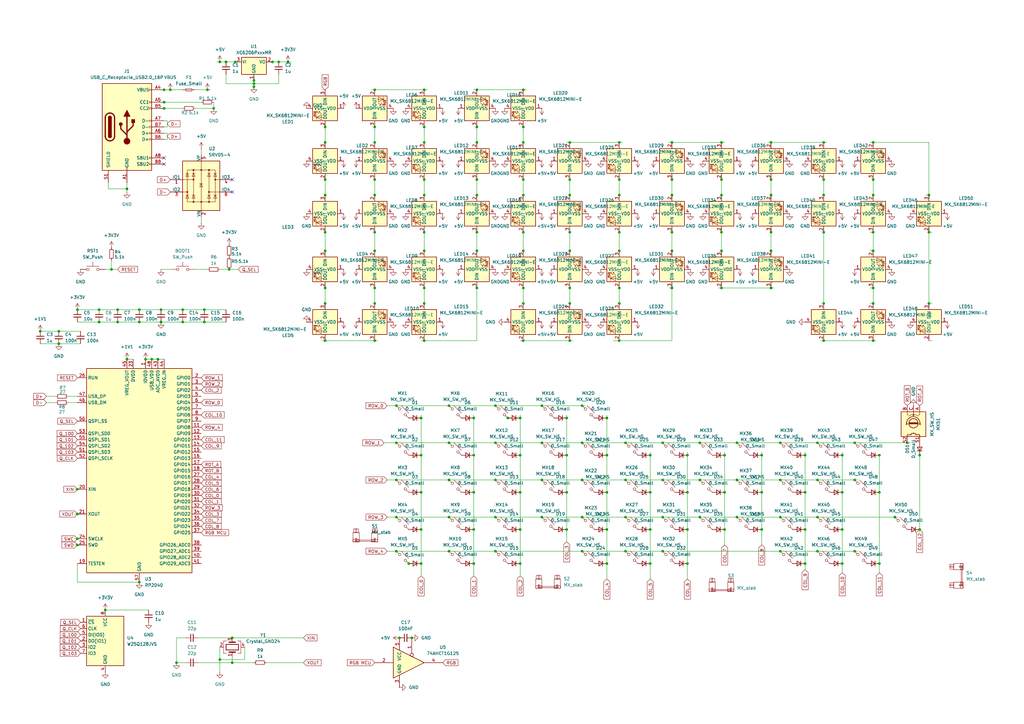
<source format=kicad_sch>
(kicad_sch (version 20231120) (generator "eeschema") (generator_version "8.0")
  (paper "A3")
  (lib_symbols
    (symbol "74xGxx:74AHCT1G125"
      (property "Reference" "U" (at -2.54 3.81 0))
      (property "Value" "74AHCT1G125" (at 0 -3.81 0))
      (symbol "74AHCT1G125_1_1"
        (pin input inverted (at 0 10.16 270) (length 7.62) (name "~") (number "1"))
        (pin input line (at -15.24 0 0) (length 7.62) (name "~") (number "2"))
        (pin power_in line (at -5.08 -10.16 90) (length 5.08) (name "GND") (number "3"))
        (pin tri_state line (at 12.7 0 180) (length 7.62) (name "~") (number "4"))
        (pin power_in line (at -5.08 10.16 270) (length 5.08) (name "VCC") (number "5"))
      )
    )
    (symbol "Connector:USB_C_Receptacle_USB2.0_16P" (pin_names (offset 1.016))
      (property "Reference" "J" (at 0 22.225 0))
      (property "Value" "USB_C_Receptacle_USB2.0_16P" (at 0 19.685 0))
      (symbol "USB_C_Receptacle_USB2.0_16P_1_1"
        (pin passive line (at 0 -22.86 90) (length 5.08) (name "GND") (number "A1"))
        (pin passive line (at 0 -22.86 90) (length 5.08) hide (name "GND") (number "A12"))
        (pin passive line (at 15.24 15.24 180) (length 5.08) (name "VBUS") (number "A4"))
        (pin bidirectional line (at 15.24 10.16 180) (length 5.08) (name "CC1") (number "A5"))
        (pin bidirectional line (at 15.24 -2.54 180) (length 5.08) (name "D+") (number "A6"))
        (pin bidirectional line (at 15.24 2.54 180) (length 5.08) (name "D-") (number "A7"))
        (pin bidirectional line (at 15.24 -12.7 180) (length 5.08) (name "SBU1") (number "A8"))
        (pin passive line (at 15.24 15.24 180) (length 5.08) hide (name "VBUS") (number "A9"))
        (pin passive line (at 0 -22.86 90) (length 5.08) hide (name "GND") (number "B1"))
        (pin passive line (at 0 -22.86 90) (length 5.08) hide (name "GND") (number "B12"))
        (pin passive line (at 15.24 15.24 180) (length 5.08) hide (name "VBUS") (number "B4"))
        (pin bidirectional line (at 15.24 7.62 180) (length 5.08) (name "CC2") (number "B5"))
        (pin bidirectional line (at 15.24 -5.08 180) (length 5.08) (name "D+") (number "B6"))
        (pin bidirectional line (at 15.24 0 180) (length 5.08) (name "D-") (number "B7"))
        (pin bidirectional line (at 15.24 -15.24 180) (length 5.08) (name "SBU2") (number "B8"))
        (pin passive line (at 15.24 15.24 180) (length 5.08) hide (name "VBUS") (number "B9"))
        (pin passive line (at -7.62 -22.86 90) (length 5.08) (name "SHIELD") (number "S1"))
      )
    )
    (symbol "Device:C_Small" (pin_numbers hide) (pin_names (offset 0.254) hide)
      (property "Reference" "C" (at 0.254 1.778 0))
      (property "Value" "C_Small" (at 0.254 -2.032 0))
      (symbol "C_Small_1_1"
        (pin passive line (at 0 2.54 270) (length 2.032) (name "~") (number "1"))
        (pin passive line (at 0 -2.54 90) (length 2.032) (name "~") (number "2"))
      )
    )
    (symbol "Device:Crystal_GND24" (pin_names (offset 1.016) hide)
      (property "Reference" "Y" (at 3.175 5.08 0))
      (property "Value" "Crystal_GND24" (at 3.175 3.175 0))
      (symbol "Crystal_GND24_1_1"
        (pin passive line (at -3.81 0 0) (length 1.27) (name "1") (number "1"))
        (pin passive line (at 0 5.08 270) (length 1.27) (name "2") (number "2"))
        (pin passive line (at 3.81 0 180) (length 1.27) (name "3") (number "3"))
        (pin passive line (at 0 -5.08 90) (length 1.27) (name "4") (number "4"))
      )
    )
    (symbol "Device:D_Small" (pin_numbers hide) (pin_names (offset 0.254) hide)
      (property "Reference" "D" (at -1.27 2.032 0))
      (property "Value" "D_Small" (at -3.81 -2.032 0))
      (symbol "D_Small_1_1"
        (pin passive line (at -2.54 0 0) (length 1.778) (name "K") (number "1"))
        (pin passive line (at 2.54 0 180) (length 1.778) (name "A") (number "2"))
      )
    )
    (symbol "Device:Fuse_Small" (pin_numbers hide) (pin_names (offset 0.254) hide)
      (property "Reference" "F" (at 0 -1.524 0))
      (property "Value" "Fuse_Small" (at 0 1.524 0))
      (symbol "Fuse_Small_1_1"
        (pin passive line (at -2.54 0 0) (length 1.27) (name "~") (number "1"))
        (pin passive line (at 2.54 0 180) (length 1.27) (name "~") (number "2"))
      )
    )
    (symbol "Device:R_Small" (pin_numbers hide) (pin_names (offset 0.254) hide)
      (property "Reference" "R" (at 0.762 0.508 0))
      (property "Value" "R_Small" (at 0.762 -1.016 0))
      (symbol "R_Small_1_1"
        (pin passive line (at 0 2.54 270) (length 0.762) (name "~") (number "1"))
        (pin passive line (at 0 -2.54 90) (length 0.762) (name "~") (number "2"))
      )
    )
    (symbol "Device:RotaryEncoder_Switch" (pin_names (offset 0.254) hide)
      (property "Reference" "SW" (at 0 6.604 0))
      (property "Value" "RotaryEncoder_Switch" (at 0 -6.604 0))
      (symbol "RotaryEncoder_Switch_1_1"
        (pin passive line (at -7.62 2.54 0) (length 2.54) (name "A") (number "A"))
        (pin passive line (at -7.62 -2.54 0) (length 2.54) (name "B") (number "B"))
        (pin passive line (at -7.62 0 0) (length 2.54) (name "C") (number "C"))
        (pin passive line (at 7.62 2.54 180) (length 2.54) (name "S1") (number "S1"))
        (pin passive line (at 7.62 -2.54 180) (length 2.54) (name "S2") (number "S2"))
      )
    )
    (symbol "MCU_RaspberryPi:RP2040"
      (property "Reference" "U" (at 17.78 45.72 0))
      (property "Value" "RP2040" (at 17.78 43.18 0))
      (symbol "RP2040_1_1"
        (pin power_in line (at 2.54 45.72 270) (length 3.81) (name "IOVDD") (number "1"))
        (pin passive line (at 2.54 45.72 270) (length 3.81) hide (name "IOVDD") (number "10"))
        (pin bidirectional line (at 25.4 17.78 180) (length 3.81) (name "GPIO8") (number "11"))
        (pin bidirectional line (at 25.4 15.24 180) (length 3.81) (name "GPIO9") (number "12"))
        (pin bidirectional line (at 25.4 12.7 180) (length 3.81) (name "GPIO10") (number "13"))
        (pin bidirectional line (at 25.4 10.16 180) (length 3.81) (name "GPIO11") (number "14"))
        (pin bidirectional line (at 25.4 7.62 180) (length 3.81) (name "GPIO12") (number "15"))
        (pin bidirectional line (at 25.4 5.08 180) (length 3.81) (name "GPIO13") (number "16"))
        (pin bidirectional line (at 25.4 2.54 180) (length 3.81) (name "GPIO14") (number "17"))
        (pin bidirectional line (at 25.4 0 180) (length 3.81) (name "GPIO15") (number "18"))
        (pin input line (at -25.4 -38.1 0) (length 3.81) (name "TESTEN") (number "19"))
        (pin bidirectional line (at 25.4 38.1 180) (length 3.81) (name "GPIO0") (number "2"))
        (pin input line (at -25.4 -7.62 0) (length 3.81) (name "XIN") (number "20"))
        (pin passive line (at -25.4 -17.78 0) (length 3.81) (name "XOUT") (number "21"))
        (pin passive line (at 2.54 45.72 270) (length 3.81) hide (name "IOVDD") (number "22"))
        (pin power_in line (at -2.54 45.72 270) (length 3.81) (name "DVDD") (number "23"))
        (pin input line (at -25.4 -27.94 0) (length 3.81) (name "SWCLK") (number "24"))
        (pin bidirectional line (at -25.4 -30.48 0) (length 3.81) (name "SWD") (number "25"))
        (pin input line (at -25.4 38.1 0) (length 3.81) (name "RUN") (number "26"))
        (pin bidirectional line (at 25.4 -2.54 180) (length 3.81) (name "GPIO16") (number "27"))
        (pin bidirectional line (at 25.4 -5.08 180) (length 3.81) (name "GPIO17") (number "28"))
        (pin bidirectional line (at 25.4 -7.62 180) (length 3.81) (name "GPIO18") (number "29"))
        (pin bidirectional line (at 25.4 35.56 180) (length 3.81) (name "GPIO1") (number "3"))
        (pin bidirectional line (at 25.4 -10.16 180) (length 3.81) (name "GPIO19") (number "30"))
        (pin bidirectional line (at 25.4 -12.7 180) (length 3.81) (name "GPIO20") (number "31"))
        (pin bidirectional line (at 25.4 -15.24 180) (length 3.81) (name "GPIO21") (number "32"))
        (pin passive line (at 2.54 45.72 270) (length 3.81) hide (name "IOVDD") (number "33"))
        (pin bidirectional line (at 25.4 -17.78 180) (length 3.81) (name "GPIO22") (number "34"))
        (pin bidirectional line (at 25.4 -20.32 180) (length 3.81) (name "GPIO23") (number "35"))
        (pin bidirectional line (at 25.4 -22.86 180) (length 3.81) (name "GPIO24") (number "36"))
        (pin bidirectional line (at 25.4 -25.4 180) (length 3.81) (name "GPIO25") (number "37"))
        (pin bidirectional line (at 25.4 -30.48 180) (length 3.81) (name "GPIO26_ADC0") (number "38"))
        (pin bidirectional line (at 25.4 -33.02 180) (length 3.81) (name "GPIO27_ADC1") (number "39"))
        (pin bidirectional line (at 25.4 33.02 180) (length 3.81) (name "GPIO2") (number "4"))
        (pin bidirectional line (at 25.4 -35.56 180) (length 3.81) (name "GPIO28_ADC2") (number "40"))
        (pin bidirectional line (at 25.4 -38.1 180) (length 3.81) (name "GPIO29_ADC3") (number "41"))
        (pin passive line (at 2.54 45.72 270) (length 3.81) hide (name "IOVDD") (number "42"))
        (pin power_in line (at 7.62 45.72 270) (length 3.81) (name "ADC_AVDD") (number "43"))
        (pin power_in line (at 10.16 45.72 270) (length 3.81) (name "VREG_IN") (number "44"))
        (pin power_out line (at -5.08 45.72 270) (length 3.81) (name "VREG_VOUT") (number "45"))
        (pin bidirectional line (at -25.4 27.94 0) (length 3.81) (name "USB_DM") (number "46"))
        (pin bidirectional line (at -25.4 30.48 0) (length 3.81) (name "USB_DP") (number "47"))
        (pin power_in line (at 5.08 45.72 270) (length 3.81) (name "USB_VDD") (number "48"))
        (pin passive line (at 2.54 45.72 270) (length 3.81) hide (name "IOVDD") (number "49"))
        (pin bidirectional line (at 25.4 30.48 180) (length 3.81) (name "GPIO3") (number "5"))
        (pin passive line (at -2.54 45.72 270) (length 3.81) hide (name "DVDD") (number "50"))
        (pin bidirectional line (at -25.4 7.62 0) (length 3.81) (name "QSPI_SD3") (number "51"))
        (pin output line (at -25.4 5.08 0) (length 3.81) (name "QSPI_SCLK") (number "52"))
        (pin bidirectional line (at -25.4 15.24 0) (length 3.81) (name "QSPI_SD0") (number "53"))
        (pin bidirectional line (at -25.4 10.16 0) (length 3.81) (name "QSPI_SD2") (number "54"))
        (pin bidirectional line (at -25.4 12.7 0) (length 3.81) (name "QSPI_SD1") (number "55"))
        (pin bidirectional line (at -25.4 20.32 0) (length 3.81) (name "QSPI_SS") (number "56"))
        (pin power_in line (at 0 -45.72 90) (length 3.81) (name "GND") (number "57"))
        (pin bidirectional line (at 25.4 27.94 180) (length 3.81) (name "GPIO4") (number "6"))
        (pin bidirectional line (at 25.4 25.4 180) (length 3.81) (name "GPIO5") (number "7"))
        (pin bidirectional line (at 25.4 22.86 180) (length 3.81) (name "GPIO6") (number "8"))
        (pin bidirectional line (at 25.4 20.32 180) (length 3.81) (name "GPIO7") (number "9"))
      )
    )
    (symbol "Memory_Flash:W25Q128JVS"
      (property "Reference" "U" (at -6.35 11.43 0))
      (property "Value" "W25Q128JVS" (at 7.62 11.43 0))
      (symbol "W25Q128JVS_1_1"
        (pin input line (at -10.16 7.62 0) (length 2.54) (name "~{CS}") (number "1"))
        (pin bidirectional line (at -10.16 0 0) (length 2.54) (name "DO(IO1)") (number "2"))
        (pin bidirectional line (at -10.16 -2.54 0) (length 2.54) (name "IO2") (number "3"))
        (pin power_in line (at 0 -12.7 90) (length 2.54) (name "GND") (number "4"))
        (pin bidirectional line (at -10.16 2.54 0) (length 2.54) (name "DI(IO0)") (number "5"))
        (pin input line (at -10.16 5.08 0) (length 2.54) (name "CLK") (number "6"))
        (pin bidirectional line (at -10.16 -5.08 0) (length 2.54) (name "IO3") (number "7"))
        (pin power_in line (at 0 12.7 270) (length 2.54) (name "VCC") (number "8"))
      )
    )
    (symbol "PCM_marbastlib-mx:MX_SK6812MINI-E"
      (property "Reference" "LED" (at 3.175 6.35 0))
      (property "Value" "MX_SK6812MINI-E" (at 10.16 -6.985 0))
      (symbol "MX_SK6812MINI-E_0_0"
        (text "RGB" (at 2.286 -4.191 0) (effects (font (size 0.762 0.762))))
      )
      (symbol "MX_SK6812MINI-E_1_1"
        (pin power_in line (at 0 7.62 270) (length 2.54) (name "VDD") (number "1"))
        (pin output line (at 7.62 0 180) (length 2.54) (name "DOUT") (number "2"))
        (pin input line (at -7.62 0 0) (length 2.54) (name "DIN") (number "3"))
        (pin power_in line (at 0 -7.62 90) (length 2.54) (name "VSS") (number "4"))
      )
    )
    (symbol "PCM_marbastlib-mx:MX_SW_HS_CPG151101S11" (pin_numbers hide) (pin_names (offset 1.016) hide)
      (property "Reference" "MX" (at 3.048 1.016 0))
      (property "Value" "MX_SW_HS" (at 0 -3.81 0))
      (symbol "MX_SW_HS_CPG151101S11_0_1"
        (pin passive line (at -2.54 2.54 0) (length 0) (name "1") (number "1"))
        (pin passive line (at 2.54 -2.54 180) (length 0) (name "2") (number "2"))
      )
    )
    (symbol "PCM_marbastlib-mx:MX_stab" (pin_names (offset 1.016))
      (property "Reference" "S" (at -5.08 6.35 0))
      (property "Value" "MX_stab" (at -5.08 3.81 0))
    )
    (symbol "Power_Protection:SRV05-4" (pin_names (offset 0))
      (property "Reference" "U" (at -5.08 11.43 0))
      (property "Value" "SRV05-4" (at 2.54 11.43 0))
      (symbol "SRV05-4_1_1"
        (pin passive line (at -12.7 2.54 0) (length 5.08) (name "IO1") (number "1"))
        (pin passive line (at 0 -12.7 90) (length 2.54) (name "VN") (number "2"))
        (pin passive line (at -12.7 -2.54 0) (length 5.08) (name "IO2") (number "3"))
        (pin passive line (at 12.7 2.54 180) (length 5.08) (name "IO3") (number "4"))
        (pin passive line (at 0 12.7 270) (length 2.54) (name "VP") (number "5"))
        (pin passive line (at 12.7 -2.54 180) (length 5.08) (name "IO4") (number "6"))
      )
    )
    (symbol "Regulator_Linear:XC6206PxxxMR" (pin_names (offset 0.254))
      (property "Reference" "U" (at -3.81 3.175 0))
      (property "Value" "XC6206PxxxMR" (at 0 3.175 0))
      (symbol "XC6206PxxxMR_1_1"
        (pin power_in line (at 0 -7.62 90) (length 2.54) (name "GND") (number "1"))
        (pin power_out line (at 7.62 0 180) (length 2.54) (name "VO") (number "2"))
        (pin power_in line (at -7.62 0 0) (length 2.54) (name "VI") (number "3"))
      )
    )
    (symbol "Switch:SW_Push" (pin_numbers hide) (pin_names (offset 1.016) hide)
      (property "Reference" "SW" (at 1.27 2.54 0))
      (property "Value" "SW_Push" (at 0 -1.524 0))
      (symbol "SW_Push_0_1"
        (pin passive line (at -5.08 0 0) (length 2.54) (name "1") (number "1"))
        (pin passive line (at 5.08 0 180) (length 2.54) (name "2") (number "2"))
      )
    )
    (symbol "power:+1V1" (power) (pin_numbers hide) (pin_names (offset 0) hide)
      (property "Value" "+1V1" (at 0 3.556 0))
      (symbol "+1V1_1_1"
        (pin power_in line (at 0 0 90) (length 0) (name "~") (number "1"))
      )
    )
    (symbol "power:+3.3V" (power) (pin_numbers hide) (pin_names (offset 0) hide)
      (property "Value" "+3.3V" (at 0 3.556 0))
      (symbol "+3.3V_1_1"
        (pin power_in line (at 0 0 90) (length 0) (name "~") (number "1"))
      )
    )
    (symbol "power:+3V3" (power) (pin_numbers hide) (pin_names (offset 0) hide)
      (property "Value" "+3V3" (at 0 3.556 0))
      (symbol "+3V3_1_1"
        (pin power_in line (at 0 0 90) (length 0) (name "~") (number "1"))
      )
    )
    (symbol "power:+5V" (power) (pin_numbers hide) (pin_names (offset 0) hide)
      (property "Value" "+5V" (at 0 3.556 0))
      (symbol "+5V_1_1"
        (pin power_in line (at 0 0 90) (length 0) (name "~") (number "1"))
      )
    )
    (symbol "power:GND" (power) (pin_numbers hide) (pin_names (offset 0) hide)
      (property "Value" "GND" (at 0 -3.81 0))
      (symbol "GND_1_1"
        (pin power_in line (at 0 0 270) (length 0) (name "~") (number "1"))
      )
    )
    (symbol "power:VBUS" (power) (pin_numbers hide) (pin_names (offset 0) hide)
      (property "Value" "VBUS" (at 0 3.556 0))
      (symbol "VBUS_1_1"
        (pin power_in line (at 0 0 90) (length 0) (name "~") (number "1"))
      )
    )
  )
  (junction (at 316.23 118.11))
  (junction (at 184.15 226.06))
  (junction (at 266.7 186.69))
  (junction (at 320.04 196.85))
  (junction (at 66.04 132.08))
  (junction (at 358.14 73.66))
  (junction (at 232.41 217.17))
  (junction (at 254 118.11))
  (junction (at 381 80.01))
  (junction (at 67.31 44.45))
  (junction (at 320.04 212.09))
  (junction (at 302.26 212.09))
  (junction (at 302.26 181.61))
  (junction (at 233.68 118.11))
  (junction (at 173.99 73.66))
  (junction (at 133.35 73.66))
  (junction (at 203.2 212.09))
  (junction (at 184.15 212.09))
  (junction (at 302.26 196.85))
  (junction (at 40.64 132.08))
  (junction (at 195.58 73.66))
  (junction (at 377.19 217.17))
  (junction (at 271.78 212.09))
  (junction (at 93.98 110.49))
  (junction (at 95.25 271.78))
  (junction (at 173.99 36.83))
  (junction (at 222.25 196.85))
  (junction (at 104.14 34.29))
  (junction (at 52.07 147.32))
  (junction (at 345.44 201.93))
  (junction (at 57.15 127))
  (junction (at 74.93 132.08))
  (junction (at 275.59 118.11))
  (junction (at 194.31 171.45))
  (junction (at 254 102.87))
  (junction (at 214.63 102.87))
  (junction (at 104.14 35.56))
  (junction (at 31.75 210.82))
  (junction (at 153.67 80.01))
  (junction (at 287.02 181.61))
  (junction (at 254 73.66))
  (junction (at 275.59 58.42))
  (junction (at 254 95.25))
  (junction (at 173.99 118.11))
  (junction (at 222.25 181.61))
  (junction (at 233.68 80.01))
  (junction (at 358.14 58.42))
  (junction (at 297.18 186.69))
  (junction (at 173.99 124.46))
  (junction (at 233.68 139.7))
  (junction (at 133.35 52.07))
  (junction (at 66.04 127))
  (junction (at 360.68 186.69))
  (junction (at 214.63 73.66))
  (junction (at 360.68 231.14))
  (junction (at 153.67 102.87))
  (junction (at 254 58.42))
  (junction (at 281.94 217.17))
  (junction (at 133.35 124.46))
  (junction (at 337.82 80.01))
  (junction (at 162.56 166.37))
  (junction (at 57.15 238.76))
  (junction (at 133.35 80.01))
  (junction (at 90.17 270.51))
  (junction (at 358.14 102.87))
  (junction (at 345.44 231.14))
  (junction (at 195.58 118.11))
  (junction (at 275.59 102.87))
  (junction (at 297.18 201.93))
  (junction (at 153.67 124.46))
  (junction (at 59.69 147.32))
  (junction (at 271.78 181.61))
  (junction (at 238.76 196.85))
  (junction (at 92.71 25.4))
  (junction (at 31.75 220.98))
  (junction (at 297.18 217.17))
  (junction (at 238.76 212.09))
  (junction (at 360.68 201.93))
  (junction (at 72.39 271.78))
  (junction (at 133.35 95.25))
  (junction (at 83.82 132.08))
  (junction (at 48.26 132.08))
  (junction (at 377.19 186.69))
  (junction (at 162.56 212.09))
  (junction (at 118.11 25.4))
  (junction (at 214.63 139.7))
  (junction (at 312.42 217.17))
  (junction (at 172.72 217.17))
  (junction (at 214.63 95.25))
  (junction (at 256.54 226.06))
  (junction (at 233.68 58.42))
  (junction (at 203.2 226.06))
  (junction (at 232.41 186.69))
  (junction (at 266.7 217.17))
  (junction (at 153.67 95.25))
  (junction (at 271.78 226.06))
  (junction (at 203.2 196.85))
  (junction (at 67.31 36.83))
  (junction (at 133.35 139.7))
  (junction (at 335.28 226.06))
  (junction (at 172.72 186.69))
  (junction (at 195.58 58.42))
  (junction (at 330.2 217.17))
  (junction (at 195.58 52.07))
  (junction (at 232.41 201.93))
  (junction (at 195.58 102.87))
  (junction (at 162.56 196.85))
  (junction (at 316.23 73.66))
  (junction (at 133.35 58.42))
  (junction (at 316.23 80.01))
  (junction (at 168.91 261.62))
  (junction (at 64.77 147.32))
  (junction (at 233.68 95.25))
  (junction (at 214.63 36.83))
  (junction (at 238.76 226.06))
  (junction (at 173.99 139.7))
  (junction (at 367.03 212.09))
  (junction (at 208.28 171.45))
  (junction (at 213.36 201.93))
  (junction (at 358.14 95.25))
  (junction (at 295.91 58.42))
  (junction (at 163.83 261.62))
  (junction (at 312.42 186.69))
  (junction (at 248.92 171.45))
  (junction (at 233.68 124.46))
  (junction (at 195.58 95.25))
  (junction (at 233.68 102.87))
  (junction (at 335.28 212.09))
  (junction (at 62.23 147.32))
  (junction (at 320.04 181.61))
  (junction (at 238.76 166.37))
  (junction (at 172.72 171.45))
  (junction (at 350.52 181.61))
  (junction (at 337.82 95.25))
  (junction (at 194.31 217.17))
  (junction (at 222.25 212.09))
  (junction (at 358.14 118.11))
  (junction (at 153.67 139.7))
  (junction (at 213.36 217.17))
  (junction (at 203.2 181.61))
  (junction (at 238.76 181.61))
  (junction (at 153.67 118.11))
  (junction (at 31.75 223.52))
  (junction (at 295.91 73.66))
  (junction (at 95.25 261.62))
  (junction (at 287.02 212.09))
  (junction (at 316.23 58.42))
  (junction (at 24.13 140.97))
  (junction (at 345.44 186.69))
  (junction (at 167.64 231.14))
  (junction (at 48.26 127))
  (junction (at 194.31 201.93))
  (junction (at 90.17 25.4))
  (junction (at 43.18 250.19))
  (junction (at 57.15 132.08))
  (junction (at 266.7 201.93))
  (junction (at 381 124.46))
  (junction (at 330.2 201.93))
  (junction (at 67.31 41.91))
  (junction (at 358.14 80.01))
  (junction (at 281.94 231.14))
  (junction (at 358.14 139.7))
  (junction (at 248.92 186.69))
  (junction (at 271.78 196.85))
  (junction (at 295.91 80.01))
  (junction (at 256.54 196.85))
  (junction (at 350.52 226.06))
  (junction (at 295.91 102.87))
  (junction (at 96.52 25.4))
  (junction (at 372.11 181.61))
  (junction (at 153.67 52.07))
  (junction (at 184.15 181.61))
  (junction (at 358.14 124.46))
  (junction (at 312.42 201.93))
  (junction (at 254 124.46))
  (junction (at 173.99 95.25))
  (junction (at 248.92 231.14))
  (junction (at 295.91 118.11))
  (junction (at 254 80.01))
  (junction (at 40.64 127))
  (junction (at 214.63 124.46))
  (junction (at 281.94 186.69))
  (junction (at 133.35 118.11))
  (junction (at 153.67 58.42))
  (junction (at 213.36 171.45))
  (junction (at 295.91 95.25))
  (junction (at 248.92 201.93))
  (junction (at 173.99 52.07))
  (junction (at 316.23 102.87))
  (junction (at 316.23 95.25))
  (junction (at 45.72 110.49))
  (junction (at 335.28 196.85))
  (junction (at 162.56 226.06))
  (junction (at 195.58 36.83))
  (junction (at 232.41 171.45))
  (junction (at 320.04 226.06))
  (junction (at 83.82 127))
  (junction (at 203.2 166.37))
  (junction (at 184.15 166.37))
  (junction (at 330.2 186.69))
  (junction (at 172.72 231.14))
  (junction (at 337.82 58.42))
  (junction (at 222.25 166.37))
  (junction (at 248.92 217.17))
  (junction (at 52.07 77.47))
  (junction (at 153.67 73.66))
  (junction (at 173.99 102.87))
  (junction (at 337.82 73.66))
  (junction (at 162.56 181.61))
  (junction (at 213.36 231.14))
  (junction (at 87.63 44.45))
  (junction (at 111.76 25.4))
  (junction (at 213.36 186.69))
  (junction (at 233.68 73.66))
  (junction (at 214.63 58.42))
  (junction (at 173.99 80.01))
  (junction (at 31.75 200.66))
  (junction (at 381 95.25))
  (junction (at 214.63 118.11))
  (junction (at 114.3 25.4))
  (junction (at 194.31 231.14))
  (junction (at 350.52 196.85))
  (junction (at 337.82 139.7))
  (junction (at 214.63 80.01))
  (junction (at 74.93 127))
  (junction (at 337.82 124.46))
  (junction (at 287.02 196.85))
  (junction (at 256.54 181.61))
  (junction (at 153.67 36.83))
  (junction (at 85.09 36.83))
  (junction (at 31.75 127))
  (junction (at 195.58 80.01))
  (junction (at 16.51 135.89))
  (junction (at 194.31 186.69))
  (junction (at 335.28 181.61))
  (junction (at 104.14 33.02))
  (junction (at 275.59 73.66))
  (junction (at 275.59 95.25))
  (junction (at 254 139.7))
  (junction (at 184.15 196.85))
  (junction (at 345.44 217.17))
  (junction (at 266.7 231.14))
  (junction (at 133.35 102.87))
  (junction (at 24.13 135.89))
  (junction (at 214.63 52.07))
  (junction (at 173.99 58.42))
  (junction (at 69.85 36.83))
  (junction (at 275.59 80.01))
  (junction (at 172.72 201.93))
  (junction (at 330.2 231.14))
  (junction (at 281.94 201.93))
  (junction (at 256.54 212.09))
  (no_connect (at 67.31 67.31))
  (no_connect (at 95.25 78.74))
  (no_connect (at 95.25 73.66))
  (no_connect (at 67.31 64.77))
  (wire (pts (xy 345.44 231.14) (xy 345.44 234.95)))
  (wire (pts (xy 316.23 93.98) (xy 316.23 95.25)))
  (wire (pts (xy 66.04 110.49) (xy 69.85 110.49)))
  (wire (pts (xy 233.68 59.69) (xy 233.68 58.42)))
  (wire (pts (xy 248.92 231.14) (xy 248.92 237.49)))
  (wire (pts (xy 381 124.46) (xy 381 125.73)))
  (wire (pts (xy 295.91 95.25) (xy 295.91 102.87)))
  (wire (pts (xy 173.99 116.84) (xy 173.99 118.11)))
  (wire (pts (xy 194.31 186.69) (xy 194.31 201.93)))
  (wire (pts (xy 248.92 201.93) (xy 248.92 217.17)))
  (wire (pts (xy 381 95.25) (xy 382.27 95.25)))
  (wire (pts (xy 281.94 186.69) (xy 281.94 201.93)))
  (wire (pts (xy 372.11 181.61) (xy 373.38 181.61)))
  (wire (pts (xy 381 80.01) (xy 381 81.28)))
  (wire (pts (xy 74.93 132.08) (xy 83.82 132.08)))
  (wire (pts (xy 57.15 132.08) (xy 66.04 132.08)))
  (wire (pts (xy 297.18 217.17) (xy 297.18 223.52)))
  (wire (pts (xy 337.82 73.66) (xy 337.82 80.01)))
  (wire (pts (xy 172.72 139.7) (xy 173.99 139.7)))
  (wire (pts (xy 274.32 58.42) (xy 275.59 58.42)))
  (wire (pts (xy 302.26 212.09) (xy 320.04 212.09)))
  (wire (pts (xy 162.56 226.06) (xy 184.15 226.06)))
  (wire (pts (xy 360.68 186.69) (xy 360.68 201.93)))
  (wire (pts (xy 275.59 116.84) (xy 275.59 118.11)))
  (wire (pts (xy 358.14 124.46) (xy 358.14 125.73)))
  (wire (pts (xy 335.28 212.09) (xy 367.03 212.09)))
  (wire (pts (xy 173.99 124.46) (xy 173.99 125.73)))
  (wire (pts (xy 52.07 74.93) (xy 52.07 77.47)))
  (wire (pts (xy 271.78 212.09) (xy 287.02 212.09)))
  (wire (pts (xy 184.15 226.06) (xy 203.2 226.06)))
  (wire (pts (xy 256.54 212.09) (xy 271.78 212.09)))
  (wire (pts (xy 335.28 196.85) (xy 350.52 196.85)))
  (wire (pts (xy 104.14 35.56) (xy 104.14 36.83)))
  (wire (pts (xy 195.58 72.39) (xy 195.58 73.66)))
  (wire (pts (xy 173.99 95.25) (xy 173.99 102.87)))
  (wire (pts (xy 45.72 106.68) (xy 45.72 110.49)))
  (wire (pts (xy 72.39 271.78) (xy 76.2 271.78)))
  (wire (pts (xy 153.67 139.7) (xy 154.94 139.7)))
  (wire (pts (xy 104.14 33.02) (xy 104.14 34.29)))
  (wire (pts (xy 337.82 80.01) (xy 337.82 81.28)))
  (wire (pts (xy 233.68 102.87) (xy 233.68 104.14)))
  (wire (pts (xy 213.36 231.14) (xy 213.36 236.22)))
  (wire (pts (xy 24.13 135.89) (xy 33.02 135.89)))
  (wire (pts (xy 118.11 25.4) (xy 119.38 25.4)))
  (wire (pts (xy 172.72 171.45) (xy 172.72 186.69)))
  (wire (pts (xy 345.44 217.17) (xy 345.44 231.14)))
  (wire (pts (xy 358.14 73.66) (xy 358.14 80.01)))
  (wire (pts (xy 266.7 217.17) (xy 266.7 231.14)))
  (wire (pts (xy 336.55 139.7) (xy 337.82 139.7)))
  (wire (pts (xy 172.72 170.18) (xy 172.72 171.45)))
  (wire (pts (xy 356.87 102.87) (xy 358.14 102.87)))
  (wire (pts (xy 195.58 93.98) (xy 195.58 95.25)))
  (wire (pts (xy 203.2 166.37) (xy 222.25 166.37)))
  (wire (pts (xy 59.69 147.32) (xy 62.23 147.32)))
  (wire (pts (xy 358.14 116.84) (xy 358.14 118.11)))
  (wire (pts (xy 281.94 231.14) (xy 281.94 237.49)))
  (wire (pts (xy 295.91 72.39) (xy 295.91 73.66)))
  (wire (pts (xy 316.23 72.39) (xy 316.23 73.66)))
  (wire (pts (xy 287.02 212.09) (xy 302.26 212.09)))
  (wire (pts (xy 203.2 196.85) (xy 222.25 196.85)))
  (wire (pts (xy 195.58 102.87) (xy 195.58 104.14)))
  (wire (pts (xy 173.99 93.98) (xy 173.99 95.25)))
  (wire (pts (xy 82.55 91.44) (xy 82.55 88.9)))
  (wire (pts (xy 350.52 196.85) (xy 351.79 196.85)))
  (wire (pts (xy 173.99 80.01) (xy 173.99 81.28)))
  (wire (pts (xy 90.17 265.43) (xy 90.17 270.51)))
  (wire (pts (xy 43.18 250.19) (xy 60.96 250.19)))
  (wire (pts (xy 222.25 166.37) (xy 238.76 166.37)))
  (wire (pts (xy 195.58 95.25) (xy 195.58 102.87)))
  (wire (pts (xy 74.93 127) (xy 83.82 127)))
  (wire (pts (xy 275.59 72.39) (xy 275.59 73.66)))
  (wire (pts (xy 367.03 212.09) (xy 368.3 212.09)))
  (wire (pts (xy 356.87 58.42) (xy 358.14 58.42)))
  (wire (pts (xy 153.67 50.8) (xy 153.67 52.07)))
  (wire (pts (xy 95.25 271.78) (xy 104.14 271.78)))
  (wire (pts (xy 248.92 170.18) (xy 248.92 171.45)))
  (wire (pts (xy 114.3 30.48) (xy 114.3 34.29)))
  (wire (pts (xy 275.59 80.01) (xy 275.59 81.28)))
  (wire (pts (xy 256.54 196.85) (xy 271.78 196.85)))
  (wire (pts (xy 350.52 226.06) (xy 351.79 226.06)))
  (wire (pts (xy 275.59 93.98) (xy 275.59 95.25)))
  (wire (pts (xy 162.56 212.09) (xy 184.15 212.09)))
  (wire (pts (xy 52.07 147.32) (xy 54.61 147.32)))
  (wire (pts (xy 238.76 166.37) (xy 240.03 166.37)))
  (wire (pts (xy 312.42 186.69) (xy 312.42 201.93)))
  (wire (pts (xy 337.82 72.39) (xy 337.82 73.66)))
  (wire (pts (xy 133.35 95.25) (xy 133.35 102.87)))
  (wire (pts (xy 214.63 93.98) (xy 214.63 95.25)))
  (wire (pts (xy 153.67 102.87) (xy 153.67 104.14)))
  (wire (pts (xy 316.23 80.01) (xy 316.23 81.28)))
  (wire (pts (xy 316.23 95.25) (xy 316.23 102.87)))
  (wire (pts (xy 67.31 57.15) (xy 68.58 57.15)))
  (wire (pts (xy 153.67 118.11) (xy 153.67 124.46)))
  (wire (pts (xy 316.23 118.11) (xy 317.5 118.11)))
  (wire (pts (xy 30.48 210.82) (xy 31.75 210.82)))
  (wire (pts (xy 287.02 196.85) (xy 302.26 196.85)))
  (wire (pts (xy 213.36 186.69) (xy 213.36 201.93)))
  (wire (pts (xy 356.87 95.25) (xy 358.14 95.25)))
  (wire (pts (xy 233.68 139.7) (xy 234.95 139.7)))
  (wire (pts (xy 52.07 77.47) (xy 52.07 78.74)))
  (wire (pts (xy 266.7 231.14) (xy 266.7 237.49)))
  (wire (pts (xy 153.67 80.01) (xy 153.67 81.28)))
  (wire (pts (xy 66.04 132.08) (xy 74.93 132.08)))
  (wire (pts (xy 81.28 261.62) (xy 95.25 261.62)))
  (wire (pts (xy 31.75 231.14) (xy 31.75 238.76)))
  (wire (pts (xy 133.35 72.39) (xy 133.35 73.66)))
  (wire (pts (xy 195.58 52.07) (xy 195.58 58.42)))
  (wire (pts (xy 345.44 185.42) (xy 345.44 186.69)))
  (wire (pts (xy 271.78 196.85) (xy 287.02 196.85)))
  (wire (pts (xy 337.82 92.71) (xy 337.82 95.25)))
  (wire (pts (xy 133.35 93.98) (xy 133.35 95.25)))
  (wire (pts (xy 27.94 162.56) (xy 31.75 162.56)))
  (wire (pts (xy 214.63 80.01) (xy 214.63 81.28)))
  (wire (pts (xy 195.58 73.66) (xy 195.58 80.01)))
  (wire (pts (xy 168.91 231.14) (xy 167.64 231.14)))
  (wire (pts (xy 350.52 181.61) (xy 372.11 181.61)))
  (wire (pts (xy 314.96 58.42) (xy 316.23 58.42)))
  (wire (pts (xy 104.14 31.75) (xy 104.14 33.02)))
  (wire (pts (xy 281.94 201.93) (xy 281.94 217.17)))
  (wire (pts (xy 203.2 181.61) (xy 222.25 181.61)))
  (wire (pts (xy 195.58 116.84) (xy 195.58 118.11)))
  (wire (pts (xy 377.19 186.69) (xy 377.19 217.17)))
  (wire (pts (xy 254 72.39) (xy 254 73.66)))
  (wire (pts (xy 295.91 58.42) (xy 297.18 58.42)))
  (wire (pts (xy 330.2 185.42) (xy 330.2 186.69)))
  (wire (pts (xy 132.08 36.83) (xy 133.35 36.83)))
  (wire (pts (xy 83.82 132.08) (xy 92.71 132.08)))
  (wire (pts (xy 92.71 34.29) (xy 104.14 34.29)))
  (wire (pts (xy 153.67 36.83) (xy 173.99 36.83)))
  (wire (pts (xy 162.56 181.61) (xy 184.15 181.61)))
  (wire (pts (xy 359.41 186.69) (xy 360.68 186.69)))
  (wire (pts (xy 153.67 95.25) (xy 153.67 102.87)))
  (wire (pts (xy 222.25 196.85) (xy 238.76 196.85)))
  (wire (pts (xy 48.26 132.08) (xy 57.15 132.08)))
  (wire (pts (xy 194.31 36.83) (xy 195.58 36.83)))
  (wire (pts (xy 62.23 147.32) (xy 64.77 147.32)))
  (wire (pts (xy 248.92 217.17) (xy 248.92 231.14)))
  (wire (pts (xy 254 95.25) (xy 254 102.87)))
  (wire (pts (xy 233.68 72.39) (xy 233.68 73.66)))
  (wire (pts (xy 271.78 181.61) (xy 287.02 181.61)))
  (wire (pts (xy 295.91 73.66) (xy 295.91 80.01)))
  (wire (pts (xy 356.87 118.11) (xy 358.14 118.11)))
  (wire (pts (xy 232.41 186.69) (xy 232.41 201.93)))
  (wire (pts (xy 162.56 196.85) (xy 184.15 196.85)))
  (wire (pts (xy 133.35 58.42) (xy 133.35 59.69)))
  (wire (pts (xy 133.35 139.7) (xy 153.67 139.7)))
  (wire (pts (xy 312.42 217.17) (xy 312.42 223.52)))
  (wire (pts (xy 133.35 116.84) (xy 133.35 118.11)))
  (wire (pts (xy 133.35 118.11) (xy 133.35 124.46)))
  (wire (pts (xy 195.58 58.42) (xy 195.58 59.69)))
  (wire (pts (xy 153.67 124.46) (xy 153.67 125.73)))
  (wire (pts (xy 203.2 212.09) (xy 222.25 212.09)))
  (wire (pts (xy 233.68 124.46) (xy 233.68 125.73)))
  (wire (pts (xy 48.26 127) (xy 57.15 127)))
  (wire (pts (xy 294.64 118.11) (xy 295.91 118.11)))
  (wire (pts (xy 40.64 132.08) (xy 48.26 132.08)))
  (wire (pts (xy 316.23 73.66) (xy 316.23 80.01)))
  (wire (pts (xy 222.25 181.61) (xy 238.76 181.61)))
  (wire (pts (xy 153.67 93.98) (xy 153.67 95.25)))
  (wire (pts (xy 64.77 147.32) (xy 67.31 147.32)))
  (wire (pts (xy 69.85 36.83) (xy 74.93 36.83)))
  (wire (pts (xy 337.82 124.46) (xy 337.82 125.73)))
  (wire (pts (xy 184.15 166.37) (xy 203.2 166.37)))
  (wire (pts (xy 320.04 212.09) (xy 335.28 212.09)))
  (wire (pts (xy 68.58 49.53) (xy 68.58 52.07)))
  (wire (pts (xy 254 58.42) (xy 255.27 58.42)))
  (wire (pts (xy 92.71 25.4) (xy 96.52 25.4)))
  (wire (pts (xy 172.72 217.17) (xy 172.72 231.14)))
  (wire (pts (xy 254 116.84) (xy 254 118.11)))
  (wire (pts (xy 80.01 44.45) (xy 87.63 44.45)))
  (wire (pts (xy 194.31 170.18) (xy 194.31 171.45)))
  (wire (pts (xy 66.04 44.45) (xy 67.31 44.45)))
  (wire (pts (xy 233.68 73.66) (xy 233.68 80.01)))
  (wire (pts (xy 316.23 58.42) (xy 337.82 58.42)))
  (wire (pts (xy 194.31 217.17) (xy 194.31 231.14)))
  (wire (pts (xy 372.11 181.61) (xy 372.11 180.34)))
  (wire (pts (xy 30.48 223.52) (xy 31.75 223.52)))
  (wire (pts (xy 153.67 52.07) (xy 153.67 58.42)))
  (wire (pts (xy 153.67 58.42) (xy 153.67 59.69)))
  (wire (pts (xy 238.76 181.61) (xy 256.54 181.61)))
  (wire (pts (xy 248.92 186.69) (xy 248.92 201.93)))
  (wire (pts (xy 297.18 201.93) (xy 297.18 217.17)))
  (wire (pts (xy 31.75 200.66) (xy 33.02 200.66)))
  (wire (pts (xy 68.58 54.61) (xy 68.58 57.15)))
  (wire (pts (xy 274.32 118.11) (xy 275.59 118.11)))
  (wire (pts (xy 133.35 124.46) (xy 133.35 125.73)))
  (wire (pts (xy 238.76 212.09) (xy 256.54 212.09)))
  (wire (pts (xy 275.59 95.25) (xy 275.59 102.87)))
  (wire (pts (xy 85.09 36.83) (xy 86.36 36.83)))
  (wire (pts (xy 233.68 118.11) (xy 233.68 124.46)))
  (wire (pts (xy 275.59 58.42) (xy 295.91 58.42)))
  (wire (pts (xy 80.01 110.49) (xy 85.09 110.49)))
  (wire (pts (xy 66.04 127) (xy 74.93 127)))
  (wire (pts (xy 254 73.66) (xy 254 80.01)))
  (wire (pts (xy 31.75 223.52) (xy 33.02 223.52)))
  (wire (pts (xy 233.68 116.84) (xy 233.68 118.11)))
  (wire (pts (xy 132.08 139.7) (xy 133.35 139.7)))
  (wire (pts (xy 254 80.01) (xy 254 81.28)))
  (wire (pts (xy 214.63 52.07) (xy 214.63 58.42)))
  (wire (pts (xy 203.2 226.06) (xy 238.76 226.06)))
  (wire (pts (xy 194.31 201.93) (xy 194.31 217.17)))
  (wire (pts (xy 184.15 181.61) (xy 203.2 181.61)))
  (wire (pts (xy 173.99 72.39) (xy 173.99 73.66)))
  (wire (pts (xy 214.63 72.39) (xy 214.63 73.66)))
  (wire (pts (xy 67.31 49.53) (xy 68.58 49.53)))
  (wire (pts (xy 16.51 140.97) (xy 24.13 140.97)))
  (wire (pts (xy 358.14 58.42) (xy 381 58.42)))
  (wire (pts (xy 114.3 25.4) (xy 118.11 25.4)))
  (wire (pts (xy 316.23 102.87) (xy 316.23 104.14)))
  (wire (pts (xy 157.48 181.61) (xy 162.56 181.61)))
  (wire (pts (xy 256.54 226.06) (xy 271.78 226.06)))
  (wire (pts (xy 222.25 212.09) (xy 238.76 212.09)))
  (wire (pts (xy 173.99 102.87) (xy 173.99 104.14)))
  (wire (pts (xy 133.35 73.66) (xy 133.35 80.01)))
  (wire (pts (xy 345.44 186.69) (xy 345.44 201.93)))
  (wire (pts (xy 173.99 36.83) (xy 175.26 36.83)))
  (wire (pts (xy 30.48 220.98) (xy 31.75 220.98)))
  (wire (pts (xy 194.31 171.45) (xy 194.31 186.69)))
  (wire (pts (xy 379.73 80.01) (xy 381 80.01)))
  (wire (pts (xy 312.42 185.42) (xy 312.42 186.69)))
  (wire (pts (xy 30.48 200.66) (xy 31.75 200.66)))
  (wire (pts (xy 158.75 212.09) (xy 162.56 212.09)))
  (wire (pts (xy 213.36 170.18) (xy 213.36 171.45)))
  (wire (pts (xy 72.39 261.62) (xy 72.39 271.78)))
  (wire (pts (xy 133.35 80.01) (xy 133.35 81.28)))
  (wire (pts (xy 81.28 271.78) (xy 95.25 271.78)))
  (wire (pts (xy 297.18 185.42) (xy 297.18 186.69)))
  (wire (pts (xy 45.72 110.49) (xy 48.26 110.49)))
  (wire (pts (xy 67.31 36.83) (xy 69.85 36.83)))
  (wire (pts (xy 109.22 271.78) (xy 124.46 271.78)))
  (wire (pts (xy 330.2 231.14) (xy 330.2 233.68)))
  (wire (pts (xy 66.04 41.91) (xy 67.31 41.91)))
  (wire (pts (xy 90.17 110.49) (xy 93.98 110.49)))
  (wire (pts (xy 358.14 118.11) (xy 358.14 124.46)))
  (wire (pts (xy 194.31 231.14) (xy 194.31 236.22)))
  (wire (pts (xy 208.28 171.45) (xy 209.55 171.45)))
  (wire (pts (xy 100.33 270.51) (xy 100.33 265.43)))
  (wire (pts (xy 158.75 166.37) (xy 162.56 166.37)))
  (wire (pts (xy 337.82 58.42) (xy 339.09 58.42)))
  (wire (pts (xy 232.41 58.42) (xy 233.68 58.42)))
  (wire (pts (xy 95.25 261.62) (xy 124.46 261.62)))
  (wire (pts (xy 31.75 220.98) (xy 33.02 220.98)))
  (wire (pts (xy 238.76 196.85) (xy 256.54 196.85)))
  (wire (pts (xy 254 124.46) (xy 254 125.73)))
  (wire (pts (xy 320.04 181.61) (xy 335.28 181.61)))
  (wire (pts (xy 16.51 135.89) (xy 24.13 135.89)))
  (wire (pts (xy 184.15 212.09) (xy 203.2 212.09)))
  (wire (pts (xy 337.82 139.7) (xy 358.14 139.7)))
  (wire (pts (xy 233.68 93.98) (xy 233.68 95.25)))
  (wire (pts (xy 381 95.25) (xy 381 124.46)))
  (wire (pts (xy 330.2 217.17) (xy 330.2 231.14)))
  (wire (pts (xy 377.19 217.17) (xy 377.19 218.44)))
  (wire (pts (xy 281.94 185.42) (xy 281.94 186.69)))
  (wire (pts (xy 31.75 238.76) (xy 57.15 238.76)))
  (wire (pts (xy 213.36 139.7) (xy 214.63 139.7)))
  (wire (pts (xy 266.7 185.42) (xy 266.7 186.69)))
  (wire (pts (xy 214.63 116.84) (xy 214.63 118.11)))
  (wire (pts (xy 381 58.42) (xy 381 80.01)))
  (wire (pts (xy 64.77 36.83) (xy 67.31 36.83)))
  (wire (pts (xy 266.7 201.93) (xy 266.7 217.17)))
  (wire (pts (xy 358.14 80.01) (xy 358.14 81.28)))
  (wire (pts (xy 238.76 226.06) (xy 256.54 226.06)))
  (wire (pts (xy 358.14 72.39) (xy 358.14 73.66)))
  (wire (pts (xy 381 93.98) (xy 381 95.25)))
  (wire (pts (xy 195.58 118.11) (xy 195.58 139.7)))
  (wire (pts (xy 358.14 102.87) (xy 358.14 104.14)))
  (wire (pts (xy 232.41 201.93) (xy 232.41 217.17)))
  (wire (pts (xy 233.68 80.01) (xy 233.68 81.28)))
  (wire (pts (xy 19.05 162.56) (xy 22.86 162.56)))
  (wire (pts (xy 295.91 93.98) (xy 295.91 95.25)))
  (wire (pts (xy 256.54 181.61) (xy 271.78 181.61)))
  (wire (pts (xy 111.76 25.4) (xy 114.3 25.4)))
  (wire (pts (xy 345.44 201.93) (xy 345.44 217.17)))
  (wire (pts (xy 213.36 171.45) (xy 213.36 186.69)))
  (wire (pts (xy 44.45 74.93) (xy 44.45 77.47)))
  (wire (pts (xy 90.17 25.4) (xy 92.71 25.4)))
  (wire (pts (xy 173.99 118.11) (xy 173.99 124.46)))
  (wire (pts (xy 295.91 80.01) (xy 295.91 81.28)))
  (wire (pts (xy 214.63 58.42) (xy 214.63 59.69)))
  (wire (pts (xy 133.35 102.87) (xy 133.35 104.14)))
  (wire (pts (xy 275.59 118.11) (xy 275.59 139.7)))
  (wire (pts (xy 251.46 139.7) (xy 254 139.7)))
  (wire (pts (xy 381 139.7) (xy 382.27 139.7)))
  (wire (pts (xy 153.67 72.39) (xy 153.67 73.66)))
  (wire (pts (xy 172.72 231.14) (xy 172.72 236.22)))
  (wire (pts (xy 266.7 186.69) (xy 266.7 201.93)))
  (wire (pts (xy 271.78 226.06) (xy 320.04 226.06)))
  (wire (pts (xy 152.4 36.83) (xy 153.67 36.83)))
  (wire (pts (xy 213.36 217.17) (xy 213.36 231.14)))
  (wire (pts (xy 76.2 261.62) (xy 72.39 261.62)))
  (wire (pts (xy 335.28 181.61) (xy 350.52 181.61)))
  (wire (pts (xy 337.82 95.25) (xy 337.82 124.46)))
  (wire (pts (xy 335.28 226.06) (xy 350.52 226.06)))
  (wire (pts (xy 287.02 181.61) (xy 302.26 181.61)))
  (wire (pts (xy 232.41 171.45) (xy 232.41 186.69)))
  (wire (pts (xy 31.75 127) (xy 40.64 127)))
  (wire (pts (xy 330.2 201.93) (xy 330.2 217.17)))
  (wire (pts (xy 172.72 186.69) (xy 172.72 201.93)))
  (wire (pts (xy 67.31 52.07) (xy 68.58 52.07)))
  (wire (pts (xy 233.68 95.25) (xy 233.68 102.87)))
  (wire (pts (xy 90.17 275.59) (xy 90.17 270.51)))
  (wire (pts (xy 133.35 52.07) (xy 133.35 58.42)))
  (wire (pts (xy 214.63 124.46) (xy 214.63 125.73)))
  (wire (pts (xy 44.45 77.47) (xy 52.07 77.47)))
  (wire (pts (xy 360.68 231.14) (xy 360.68 234.95)))
  (wire (pts (xy 96.52 25.4) (xy 97.79 25.4)))
  (wire (pts (xy 295.91 118.11) (xy 316.23 118.11)))
  (wire (pts (xy 214.63 50.8) (xy 214.63 52.07)))
  (wire (pts (xy 358.14 93.98) (xy 358.14 95.25)))
  (wire (pts (xy 381 124.46) (xy 382.27 124.46)))
  (wire (pts (xy 254 139.7) (xy 275.59 139.7)))
  (wire (pts (xy 173.99 52.07) (xy 173.99 58.42)))
  (wire (pts (xy 153.67 116.84) (xy 153.67 118.11)))
  (wire (pts (xy 31.75 132.08) (xy 40.64 132.08)))
  (wire (pts (xy 356.87 124.46) (xy 358.14 124.46)))
  (wire (pts (xy 133.35 50.8) (xy 133.35 52.07)))
  (wire (pts (xy 173.99 73.66) (xy 173.99 80.01)))
  (wire (pts (xy 82.55 60.96) (xy 82.55 63.5)))
  (wire (pts (xy 232.41 170.18) (xy 232.41 171.45)))
  (wire (pts (xy 40.64 127) (xy 48.26 127)))
  (wire (pts (xy 302.26 181.61) (xy 320.04 181.61)))
  (wire (pts (xy 67.31 41.91) (xy 82.55 41.91)))
  (wire (pts (xy 275.59 102.87) (xy 275.59 104.14)))
  (wire (pts (xy 87.63 44.45) (xy 87.63 41.91)))
  (wire (pts (xy 233.68 58.42) (xy 254 58.42)))
  (wire (pts (xy 173.99 50.8) (xy 173.99 52.07)))
  (wire (pts (xy 172.72 201.93) (xy 172.72 217.17)))
  (wire (pts (xy 184.15 196.85) (xy 203.2 196.85)))
  (wire (pts (xy 254 102.87) (xy 254 104.14)))
  (wire (pts (xy 24.13 140.97) (xy 33.02 140.97)))
  (wire (pts (xy 214.63 102.87) (xy 214.63 104.14)))
  (wire (pts (xy 173.99 139.7) (xy 195.58 139.7)))
  (wire (pts (xy 27.94 165.1) (xy 31.75 165.1)))
  (wire (pts (xy 214.63 139.7) (xy 233.68 139.7)))
  (wire (pts (xy 377.19 184.15) (xy 377.19 186.69)))
  (wire (pts (xy 360.68 201.93) (xy 360.68 231.14)))
  (wire (pts (xy 43.18 110.49) (xy 45.72 110.49)))
  (wire (pts (xy 312.42 201.93) (xy 312.42 217.17)))
  (wire (pts (xy 104.14 34.29) (xy 104.14 35.56)))
  (wire (pts (xy 214.63 73.66) (xy 214.63 80.01)))
  (wire (pts (xy 214.63 95.25) (xy 214.63 102.87)))
  (wire (pts (xy 320.04 196.85) (xy 335.28 196.85)))
  (wire (pts (xy 114.3 34.29) (xy 104.14 34.29)))
  (wire (pts (xy 92.71 30.48) (xy 92.71 34.29)))
  (wire (pts (xy 67.31 54.61) (xy 68.58 54.61)))
  (wire (pts (xy 83.82 127) (xy 92.71 127)))
  (wire (pts (xy 302.26 196.85) (xy 320.04 196.85)))
  (wire (pts (xy 95.25 269.24) (xy 95.25 271.78)))
  (wire (pts (xy 110.49 25.4) (xy 111.76 25.4)))
  (wire (pts (xy 248.92 171.45) (xy 248.92 186.69)))
  (wire (pts (xy 358.14 139.7) (xy 359.41 139.7)))
  (wire (pts (xy 31.75 210.82) (xy 33.02 210.82)))
  (wire (pts (xy 67.31 44.45) (xy 74.93 44.45)))
  (wire (pts (xy 195.58 50.8) (xy 195.58 52.07)))
  (wire (pts (xy 57.15 127) (xy 66.04 127)))
  (wire (pts (xy 214.63 118.11) (xy 214.63 124.46)))
  (wire (pts (xy 173.99 58.42) (xy 173.99 59.69)))
  (wire (pts (xy 320.04 226.06) (xy 335.28 226.06)))
  (wire (pts (xy 214.63 36.83) (xy 215.9 36.83)))
  (wire (pts (xy 297.18 186.69) (xy 297.18 201.93)))
  (wire (pts (xy 158.75 196.85) (xy 162.56 196.85)))
  (wire (pts (xy 93.98 110.49) (xy 97.79 110.49)))
  (wire (pts (xy 158.75 226.06) (xy 162.56 226.06)))
  (wire (pts (xy 162.56 166.37) (xy 184.15 166.37)))
  (wire (pts (xy 295.91 102.87) (xy 295.91 104.14)))
  (wire (pts (xy 358.14 95.25) (xy 358.14 102.87)))
  (wire (pts (xy 90.17 270.51) (xy 100.33 270.51)))
  (wire (pts (xy 330.2 186.69) (xy 330.2 201.93)))
  (wire (pts (xy 195.58 36.83) (xy 214.63 36.83)))
  (wire (pts (xy 19.05 165.1) (xy 22.86 165.1)))
  (wire (pts (xy 153.67 73.66) (xy 153.67 80.01)))
  (wire (pts (xy 80.01 36.83) (xy 85.09 36.83)))
  (wire (pts (xy 254 93.98) (xy 254 95.25)))
  (wire (pts (xy 232.41 217.17) (xy 232.41 222.25)))
  (wire (pts (xy 213.36 201.93) (xy 213.36 217.17)))
  (wire (pts (xy 275.59 73.66) (xy 275.59 80.01)))
  (wire (pts (xy 281.94 217.17) (xy 281.94 231.14)))
  (wire (pts (xy 88.9 25.4) (xy 90.17 25.4)))
  (wire (pts (xy 195.58 80.01) (xy 195.58 81.28)))
  (wire (pts (xy 254 118.11) (xy 254 124.46)))
  (global_label "D+" (shape input) (at 19.05 162.56 180) (property "Intersheetrefs" "${INTERSHEET_REFS}" (effects (hide yes))))
  (global_label "D-" (shape input) (at 68.58 50.8 0) (property "Intersheetrefs" "${INTERSHEET_REFS}" (effects (hide yes))))
  (global_label "COL_5" (shape input) (at 266.7 237.49 270) (property "Intersheetrefs" "${INTERSHEET_REFS}" (effects (hide yes))))
  (global_label "COL_8" (shape input) (at 312.42 223.52 270) (property "Intersheetrefs" "${INTERSHEET_REFS}" (effects (hide yes))))
  (global_label "COL_9" (shape input) (at 82.55 182.88 0) (property "Intersheetrefs" "${INTERSHEET_REFS}" (effects (hide yes))))
  (global_label "XOUT" (shape input) (at 124.46 271.78 0) (property "Intersheetrefs" "${INTERSHEET_REFS}" (effects (hide yes))))
  (global_label "COL_0" (shape input) (at 82.55 203.2 0) (property "Intersheetrefs" "${INTERSHEET_REFS}" (effects (hide yes))))
  (global_label "Q_SEL" (shape input) (at 31.75 172.72 180) (property "Intersheetrefs" "${INTERSHEET_REFS}" (effects (hide yes))))
  (global_label "COL_3" (shape input) (at 232.41 222.25 270) (property "Intersheetrefs" "${INTERSHEET_REFS}" (effects (hide yes))))
  (global_label "Q_102" (shape input) (at 31.75 182.88 180) (property "Intersheetrefs" "${INTERSHEET_REFS}" (effects (hide yes))))
  (global_label "COL_2" (shape input) (at 82.55 160.02 0) (property "Intersheetrefs" "${INTERSHEET_REFS}" (effects (hide yes))))
  (global_label "Q_100" (shape input) (at 33.02 260.35 180) (property "Intersheetrefs" "${INTERSHEET_REFS}" (effects (hide yes))))
  (global_label "COL_6" (shape input) (at 82.55 200.66 0) (property "Intersheetrefs" "${INTERSHEET_REFS}" (effects (hide yes))))
  (global_label "COL_10" (shape input) (at 82.55 170.18 0) (property "Intersheetrefs" "${INTERSHEET_REFS}" (effects (hide yes))))
  (global_label "XOUT" (shape input) (at 31.75 210.82 180) (property "Intersheetrefs" "${INTERSHEET_REFS}" (effects (hide yes))))
  (global_label "ROW_0" (shape input) (at 158.75 166.37 180) (property "Intersheetrefs" "${INTERSHEET_REFS}" (effects (hide yes))))
  (global_label "SWC" (shape input) (at 31.75 220.98 180) (property "Intersheetrefs" "${INTERSHEET_REFS}" (effects (hide yes))))
  (global_label "D+" (shape input) (at 69.85 73.66 180) (property "Intersheetrefs" "${INTERSHEET_REFS}" (effects (hide yes))))
  (global_label "COL_11" (shape input) (at 360.68 234.95 270) (property "Intersheetrefs" "${INTERSHEET_REFS}" (effects (hide yes))))
  (global_label "COL_6" (shape input) (at 281.94 237.49 270) (property "Intersheetrefs" "${INTERSHEET_REFS}" (effects (hide yes))))
  (global_label "RGB" (shape input) (at 181.61 271.78 0) (property "Intersheetrefs" "${INTERSHEET_REFS}" (effects (hide yes))))
  (global_label "COL_0" (shape input) (at 172.72 236.22 270) (property "Intersheetrefs" "${INTERSHEET_REFS}" (effects (hide yes))))
  (global_label "ROW_4" (shape input) (at 158.75 226.06 180) (property "Intersheetrefs" "${INTERSHEET_REFS}" (effects (hide yes))))
  (global_label "COL_8" (shape input) (at 82.55 215.9 0) (property "Intersheetrefs" "${INTERSHEET_REFS}" (effects (hide yes))))
  (global_label "ROW_3" (shape input) (at 82.55 208.28 0) (property "Intersheetrefs" "${INTERSHEET_REFS}" (effects (hide yes))))
  (global_label "ROT_B" (shape input) (at 372.11 166.37 90) (property "Intersheetrefs" "${INTERSHEET_REFS}" (effects (hide yes))))
  (global_label "ROT_B" (shape input) (at 82.55 193.04 0) (property "Intersheetrefs" "${INTERSHEET_REFS}" (effects (hide yes))))
  (global_label "Q_CLK" (shape input) (at 31.75 187.96 180) (property "Intersheetrefs" "${INTERSHEET_REFS}" (effects (hide yes))))
  (global_label "COL_7" (shape input) (at 297.18 223.52 270) (property "Intersheetrefs" "${INTERSHEET_REFS}" (effects (hide yes))))
  (global_label "COL_11" (shape input) (at 82.55 180.34 0) (property "Intersheetrefs" "${INTERSHEET_REFS}" (effects (hide yes))))
  (global_label "COL_9" (shape input) (at 330.2 233.68 270) (property "Intersheetrefs" "${INTERSHEET_REFS}" (effects (hide yes))))
  (global_label "COL_1" (shape input) (at 82.55 205.74 0) (property "Intersheetrefs" "${INTERSHEET_REFS}" (effects (hide yes))))
  (global_label "XIN" (shape input) (at 31.75 200.66 180) (property "Intersheetrefs" "${INTERSHEET_REFS}" (effects (hide yes))))
  (global_label "ROT_A" (shape input) (at 377.19 166.37 90) (property "Intersheetrefs" "${INTERSHEET_REFS}" (effects (hide yes))))
  (global_label "RESET" (shape input) (at 31.75 154.94 180) (property "Intersheetrefs" "${INTERSHEET_REFS}" (effects (hide yes))))
  (global_label "Q_SEL" (shape input) (at 33.02 255.27 180) (property "Intersheetrefs" "${INTERSHEET_REFS}" (effects (hide yes))))
  (global_label "COL_2" (shape input) (at 213.36 236.22 270) (property "Intersheetrefs" "${INTERSHEET_REFS}" (effects (hide yes))))
  (global_label "ROW_3" (shape input) (at 158.75 212.09 180) (property "Intersheetrefs" "${INTERSHEET_REFS}" (effects (hide yes))))
  (global_label "SWD" (shape input) (at 31.75 223.52 180) (property "Intersheetrefs" "${INTERSHEET_REFS}" (effects (hide yes))))
  (global_label "XIN" (shape input) (at 124.46 261.62 0) (property "Intersheetrefs" "${INTERSHEET_REFS}" (effects (hide yes))))
  (global_label "COL_4" (shape input) (at 82.55 195.58 0) (property "Intersheetrefs" "${INTERSHEET_REFS}" (effects (hide yes))))
  (global_label "ROW_4" (shape input) (at 82.55 175.26 0) (property "Intersheetrefs" "${INTERSHEET_REFS}" (effects (hide yes))))
  (global_label "Q_SEL" (shape input) (at 97.79 110.49 0) (property "Intersheetrefs" "${INTERSHEET_REFS}" (effects (hide yes))))
  (global_label "Q_101" (shape input) (at 33.02 262.89 180) (property "Intersheetrefs" "${INTERSHEET_REFS}" (effects (hide yes))))
  (global_label "ROW_2" (shape input) (at 158.75 196.85 180) (property "Intersheetrefs" "${INTERSHEET_REFS}" (effects (hide yes))))
  (global_label "ROW_1" (shape input) (at 82.55 154.94 0) (property "Intersheetrefs" "${INTERSHEET_REFS}" (effects (hide yes))))
  (global_label "Q_100" (shape input) (at 31.75 177.8 180) (property "Intersheetrefs" "${INTERSHEET_REFS}" (effects (hide yes))))
  (global_label "COL_10" (shape input) (at 345.44 234.95 270) (property "Intersheetrefs" "${INTERSHEET_REFS}" (effects (hide yes))))
  (global_label "COL_4" (shape input) (at 248.92 237.49 270) (property "Intersheetrefs" "${INTERSHEET_REFS}" (effects (hide yes))))
  (global_label "Q_103" (shape input) (at 33.02 267.97 180) (property "Intersheetrefs" "${INTERSHEET_REFS}" (effects (hide yes))))
  (global_label "ROW_0" (shape input) (at 82.55 165.1 0) (property "Intersheetrefs" "${INTERSHEET_REFS}" (effects (hide yes))))
  (global_label "ROW_2" (shape input) (at 82.55 157.48 0) (property "Intersheetrefs" "${INTERSHEET_REFS}" (effects (hide yes))))
  (global_label "Q_102" (shape input) (at 33.02 265.43 180) (property "Intersheetrefs" "${INTERSHEET_REFS}" (effects (hide yes))))
  (global_label "D+" (shape input) (at 68.58 55.88 0) (property "Intersheetrefs" "${INTERSHEET_REFS}" (effects (hide yes))))
  (global_label "ROT_A" (shape input) (at 82.55 190.5 0) (property "Intersheetrefs" "${INTERSHEET_REFS}" (effects (hide yes))))
  (global_label "COL_7" (shape input) (at 82.55 213.36 0) (property "Intersheetrefs" "${INTERSHEET_REFS}" (effects (hide yes))))
  (global_label "RGB" (shape input) (at 133.35 36.83 90) (property "Intersheetrefs" "${INTERSHEET_REFS}" (effects (hide yes))))
  (global_label "COL_3" (shape input) (at 82.55 210.82 0) (property "Intersheetrefs" "${INTERSHEET_REFS}" (effects (hide yes))))
  (global_label "COL_1" (shape input) (at 194.31 236.22 270) (property "Intersheetrefs" "${INTERSHEET_REFS}" (effects (hide yes))))
  (global_label "Q_CLK" (shape input) (at 33.02 257.81 180) (property "Intersheetrefs" "${INTERSHEET_REFS}" (effects (hide yes))))
  (global_label "COL_5" (shape input) (at 82.55 198.12 0) (property "Intersheetrefs" "${INTERSHEET_REFS}" (effects (hide yes))))
  (global_label "D-" (shape input) (at 19.05 165.1 180) (property "Intersheetrefs" "${INTERSHEET_REFS}" (effects (hide yes))))
  (global_label "RGB MCU" (shape input) (at 153.67 271.78 180) (property "Intersheetrefs" "${INTERSHEET_REFS}" (effects (hide yes))))
  (global_label "COL_12" (shape input) (at 377.19 217.17 270) (property "Intersheetrefs" "${INTERSHEET_REFS}" (effects (hide yes))))
  (global_label "D-" (shape input) (at 69.85 78.74 180) (property "Intersheetrefs" "${INTERSHEET_REFS}" (effects (hide yes))))
  (global_label "ROW_1" (shape input) (at 157.48 181.61 180) (property "Intersheetrefs" "${INTERSHEET_REFS}" (effects (hide yes))))
  (global_label "RGB MCU" (shape input) (at 82.55 218.44 0) (property "Intersheetrefs" "${INTERSHEET_REFS}" (effects (hide yes))))
  (global_label "Q_103" (shape input) (at 31.75 185.42 180) (property "Intersheetrefs" "${INTERSHEET_REFS}" (effects (hide yes))))
  (global_label "Q_101" (shape input) (at 31.75 180.34 180) (property "Intersheetrefs" "${INTERSHEET_REFS}" (effects (hide yes))))
  (global_label "RESET" (shape input) (at 48.26 110.49 0) (property "Intersheetrefs" "${INTERSHEET_REFS}" (effects (hide yes))))
  (symbol (lib_id "PCM_marbastlib-mx:MX_SW_HS_CPG151101S11") (at 353.06 199.39 0) (unit 1)
    (property "Reference" "MX48" (at 353.06 191.77 0))
    (property "Value" "MX_SW_HS" (at 353.06 194.31 0))
    (property "Footprint" "PCM_marbastlib-mx:SW_MX_HS_CPG151101S11_1u" (effects (hide yes)))
    (property "Description" "Push button switch, normally open, two pins, 45° tilted, Kailh CPG151101S11 for Cherry MX style switches" (effects (hide yes)))
  )
  (symbol (lib_id "PCM_marbastlib-mx:MX_SW_HS_CPG151101S11") (at 224.79 168.91 0) (unit 1)
    (property "Reference" "MX16" (at 224.79 161.29 0))
    (property "Value" "MX_SW_HS" (at 224.79 163.83 0))
    (property "Footprint" "PCM_marbastlib-mx:SW_MX_HS_CPG151101S11_1u" (effects (hide yes)))
    (property "Description" "Push button switch, normally open, two pins, 45° tilted, Kailh CPG151101S11 for Cherry MX style switches" (effects (hide yes)))
  )
  (symbol (lib_id "Device:D_Small") (at 210.82 201.93 180) (unit 1)
    (property "Reference" "D13" (at 210.82 195.58 0))
    (property "Value" "D_Small" (at 210.82 198.12 0))
    (property "Footprint" "Diode_SMD:D_SOD-123" (effects (hide yes)))
    (property "Description" "Diode, small symbol" (effects (hide yes)))
    (property "Sim.Device" "D" (effects (hide yes)))
    (property "Sim.Pins" "1=K 2=A" (effects (hide yes)))
  )
  (symbol (lib_id "PCM_marbastlib-mx:MX_SK6812MINI-E") (at 173.99 44.45 270) (unit 1)
    (property "Reference" "LED11" (at 189.23 38.1314 90))
    (property "Value" "MX_SK6812MINI-E" (at 189.23 40.6714 90))
    (property "Footprint" "PCM_marbastlib-mx:LED_MX_6028R" (effects (hide yes)))
    (property "Description" "Reverse mount adressable LED (WS2812 protocol)" (effects (hide yes)))
  )
  (symbol (lib_id "Device:Fuse_Small") (at 77.47 36.83 0) (unit 1)
    (property "Reference" "F1" (at 77.47 31.75 0))
    (property "Value" "Fuse_Small" (at 77.47 34.29 0))
    (property "Footprint" "Fuse:Fuse_1206_3216Metric" (effects (hide yes)))
    (property "Description" "Fuse, small symbol" (effects (hide yes)))
  )
  (symbol (lib_id "PCM_marbastlib-mx:MX_stab") (at 149.86 219.71 0) (unit 1)
    (property "Reference" "S1" (at 152.4 215.7729 0) (effects (justify left)))
    (property "Value" "MX_stab" (at 152.4 218.3129 0) (effects (justify left)))
    (property "Footprint" "PCM_marbastlib-mx:STAB_MX_P_2u" (effects (hide yes)))
    (property "Description" "Cherry MX-style stabilizer" (effects (hide yes)))
  )
  (symbol (lib_id "PCM_marbastlib-mx:MX_SK6812MINI-E") (at 153.67 44.45 90) (unit 1)
    (property "Reference" "LED6" (at 168.91 38.9538 90))
    (property "Value" "MX_SK6812MINI-E" (at 168.91 41.4938 90))
    (property "Footprint" "PCM_marbastlib-mx:LED_MX_6028R" (effects (hide yes)))
    (property "Description" "Reverse mount adressable LED (WS2812 protocol)" (effects (hide yes)))
  )
  (symbol (lib_id "power:GND") (at 373.38 132.08 0) (unit 1)
    (property "Reference" "#PWR030" (effects (hide yes)))
    (property "Value" "GND" (at 373.38 137.16 0))
    (property "Description" "Power symbol creates a global label with name \"GND\" , ground" (effects (hide yes)))
  )
  (symbol (lib_id "power:+5V") (at 146.05 44.45 0) (unit 1)
    (property "Reference" "#PWR081" (effects (hide yes)))
    (property "Value" "+5V" (at 146.05 39.37 0))
    (property "Description" "Power symbol creates a global label with name \"+5V\"" (effects (hide yes)))
  )
  (symbol (lib_id "Device:C_Small") (at 114.3 27.94 0) (unit 1)
    (property "Reference" "C2" (at 116.84 26.6762 0) (effects (justify left)))
    (property "Value" "1u" (at 116.84 29.2162 0) (effects (justify left)))
    (property "Footprint" "Capacitor_SMD:C_0402_1005Metric" (effects (hide yes)))
    (property "Description" "Unpolarized capacitor, small symbol" (effects (hide yes)))
  )
  (symbol (lib_id "PCM_marbastlib-mx:MX_SK6812MINI-E") (at 337.82 66.04 270) (unit 1)
    (property "Reference" "LED42" (at 353.06 59.7214 90))
    (property "Value" "MX_SK6812MINI-E" (at 353.06 62.2614 90))
    (property "Footprint" "PCM_marbastlib-mx:LED_MX_6028R" (effects (hide yes)))
    (property "Description" "Reverse mount adressable LED (WS2812 protocol)" (effects (hide yes)))
  )
  (symbol (lib_id "PCM_marbastlib-mx:MX_SW_HS_CPG151101S11") (at 224.79 184.15 0) (unit 1)
    (property "Reference" "MX17" (at 224.79 176.53 0))
    (property "Value" "MX_SW_HS" (at 224.79 179.07 0))
    (property "Footprint" "PCM_marbastlib-mx:SW_MX_HS_CPG151101S11_1u" (effects (hide yes)))
    (property "Description" "Push button switch, normally open, two pins, 45° tilted, Kailh CPG151101S11 for Cherry MX style switches" (effects (hide yes)))
  )
  (symbol (lib_id "power:+5V") (at 226.06 110.49 180) (unit 1)
    (property "Reference" "#PWR0116" (effects (hide yes)))
    (property "Value" "+5V" (at 226.06 115.57 0))
    (property "Description" "Power symbol creates a global label with name \"+5V\"" (effects (hide yes)))
  )
  (symbol (lib_id "Regulator_Linear:XC6206PxxxMR") (at 104.14 25.4 0) (unit 1)
    (property "Reference" "U1" (at 104.14 19.05 0))
    (property "Value" "XC6206PxxxMR" (at 104.14 21.59 0))
    (property "Footprint" "Package_TO_SOT_SMD:SOT-23-3" (effects (hide yes)))
    (property "Datasheet" "https://www.torexsemi.com/file/xc6206/XC6206.pdf" (effects (hide yes)))
    (property "Description" "Positive 60-250mA Low Dropout Regulator, Fixed Output, SOT-23" (effects (hide yes)))
  )
  (symbol (lib_id "Device:D_Small") (at 246.38 186.69 180) (unit 1)
    (property "Reference" "D21" (at 246.38 180.34 0))
    (property "Value" "D_Small" (at 246.38 182.88 0))
    (property "Footprint" "Diode_SMD:D_SOD-123" (effects (hide yes)))
    (property "Description" "Diode, small symbol" (effects (hide yes)))
    (property "Sim.Device" "D" (effects (hide yes)))
    (property "Sim.Pins" "1=K 2=A" (effects (hide yes)))
  )
  (symbol (lib_id "PCM_marbastlib-mx:MX_SW_HS_CPG151101S11") (at 224.79 199.39 0) (unit 1)
    (property "Reference" "MX18" (at 224.79 191.77 0))
    (property "Value" "MX_SW_HS" (at 224.79 194.31 0))
    (property "Footprint" "PCM_marbastlib-mx:SW_MX_HS_CPG151101S11_1u" (effects (hide yes)))
    (property "Description" "Push button switch, normally open, two pins, 45° tilted, Kailh CPG151101S11 for Cherry MX style switches" (effects (hide yes)))
  )
  (symbol (lib_id "PCM_marbastlib-mx:MX_SK6812MINI-E") (at 133.35 110.49 270) (unit 1)
    (property "Reference" "LED4" (at 148.59 104.1714 90))
    (property "Value" "MX_SK6812MINI-E" (at 148.59 106.7114 90))
    (property "Footprint" "PCM_marbastlib-mx:LED_MX_6028R" (effects (hide yes)))
    (property "Description" "Reverse mount adressable LED (WS2812 protocol)" (effects (hide yes)))
  )
  (symbol (lib_id "power:GND") (at 87.63 44.45 0) (unit 1)
    (property "Reference" "#PWR06" (effects (hide yes)))
    (property "Value" "GND" (at 87.63 49.53 0))
    (property "Description" "Power symbol creates a global label with name \"GND\" , ground" (effects (hide yes)))
  )
  (symbol (lib_id "Device:D_Small") (at 264.16 217.17 180) (unit 1)
    (property "Reference" "D27" (at 264.16 210.82 0))
    (property "Value" "D_Small" (at 264.16 213.36 0))
    (property "Footprint" "Diode_SMD:D_SOD-123" (effects (hide yes)))
    (property "Description" "Diode, small symbol" (effects (hide yes)))
    (property "Sim.Device" "D" (effects (hide yes)))
    (property "Sim.Pins" "1=K 2=A" (effects (hide yes)))
  )
  (symbol (lib_id "power:+5V") (at 350.52 132.08 180) (unit 1)
    (property "Reference" "#PWR0124" (effects (hide yes)))
    (property "Value" "+5V" (at 350.52 137.16 0))
    (property "Description" "Power symbol creates a global label with name \"+5V\"" (effects (hide yes)))
  )
  (symbol (lib_id "PCM_marbastlib-mx:MX_SW_HS_CPG151101S11") (at 274.32 199.39 0) (unit 1)
    (property "Reference" "MX30" (at 274.32 191.77 0))
    (property "Value" "MX_SW_HS" (at 274.32 194.31 0))
    (property "Footprint" "PCM_marbastlib-mx:SW_MX_HS_CPG151101S11_1u" (effects (hide yes)))
    (property "Description" "Push button switch, normally open, two pins, 45° tilted, Kailh CPG151101S11 for Cherry MX style switches" (effects (hide yes)))
  )
  (symbol (lib_id "Device:D_Small") (at 377.19 184.15 90) (unit 1)
    (property "Reference" "D51" (at 372.11 184.15 0))
    (property "Value" "D_Small" (at 374.65 184.15 0))
    (property "Footprint" "Diode_SMD:D_SOD-123" (effects (hide yes)))
    (property "Description" "Diode, small symbol" (effects (hide yes)))
    (property "Sim.Device" "D" (effects (hide yes)))
    (property "Sim.Pins" "1=K 2=A" (effects (hide yes)))
  )
  (symbol (lib_id "Device:D_Small") (at 210.82 217.17 180) (unit 1)
    (property "Reference" "D14" (at 210.82 210.82 0))
    (property "Value" "D_Small" (at 210.82 213.36 0))
    (property "Footprint" "Diode_SMD:D_SOD-123" (effects (hide yes)))
    (property "Description" "Diode, small symbol" (effects (hide yes)))
    (property "Sim.Device" "D" (effects (hide yes)))
    (property "Sim.Pins" "1=K 2=A" (effects (hide yes)))
  )
  (symbol (lib_id "Device:D_Small") (at 170.18 186.69 180) (unit 1)
    (property "Reference" "D2" (at 170.18 180.34 0))
    (property "Value" "D_Small" (at 170.18 182.88 0))
    (property "Footprint" "Diode_SMD:D_SOD-123" (effects (hide yes)))
    (property "Description" "Diode, small symbol" (effects (hide yes)))
    (property "Sim.Device" "D" (effects (hide yes)))
    (property "Sim.Pins" "1=K 2=A" (effects (hide yes)))
  )
  (symbol (lib_id "power:GND") (at 161.29 44.45 0) (unit 1)
    (property "Reference" "#PWR033" (effects (hide yes)))
    (property "Value" "GND" (at 161.29 49.53 0))
    (property "Description" "Power symbol creates a global label with name \"GND\" , ground" (effects (hide yes)))
  )
  (symbol (lib_id "power:GND") (at 125.73 44.45 180) (unit 1)
    (property "Reference" "#PWR032" (effects (hide yes)))
    (property "Value" "GND" (at 128.27 43.1799 0) (effects (justify right)))
    (property "Description" "Power symbol creates a global label with name \"GND\" , ground" (effects (hide yes)))
  )
  (symbol (lib_id "PCM_marbastlib-mx:MX_SK6812MINI-E") (at 153.67 87.63 90) (unit 1)
    (property "Reference" "LED8" (at 168.91 82.1338 90))
    (property "Value" "MX_SK6812MINI-E" (at 168.91 84.6738 90))
    (property "Footprint" "PCM_marbastlib-mx:LED_MX_6028R" (effects (hide yes)))
    (property "Description" "Reverse mount adressable LED (WS2812 protocol)" (effects (hide yes)))
  )
  (symbol (lib_id "PCM_marbastlib-mx:MX_SW_HS_CPG151101S11") (at 186.69 184.15 0) (unit 1)
    (property "Reference" "MX7" (at 186.69 176.53 0))
    (property "Value" "MX_SW_HS" (at 186.69 179.07 0))
    (property "Footprint" "PCM_marbastlib-mx:SW_MX_HS_CPG151101S11_1u" (effects (hide yes)))
    (property "Description" "Push button switch, normally open, two pins, 45° tilted, Kailh CPG151101S11 for Cherry MX style switches" (effects (hide yes)))
  )
  (symbol (lib_id "power:+5V") (at 388.62 87.63 180) (unit 1)
    (property "Reference" "#PWR098" (effects (hide yes)))
    (property "Value" "+5V" (at 388.62 92.71 0))
    (property "Description" "Power symbol creates a global label with name \"+5V\"" (effects (hide yes)))
  )
  (symbol (lib_id "Device:C_Small") (at 60.96 252.73 0) (unit 1)
    (property "Reference" "C10" (at 63.5 251.4662 0) (effects (justify left)))
    (property "Value" "1u" (at 63.5 254.0062 0) (effects (justify left)))
    (property "Footprint" "Capacitor_SMD:C_0402_1005Metric" (effects (hide yes)))
    (property "Description" "Unpolarized capacitor, small symbol" (effects (hide yes)))
  )
  (symbol (lib_id "Device:D_Small") (at 170.18 201.93 180) (unit 1)
    (property "Reference" "D3" (at 170.18 195.58 0))
    (property "Value" "D_Small" (at 170.18 198.12 0))
    (property "Footprint" "Diode_SMD:D_SOD-123" (effects (hide yes)))
    (property "Description" "Diode, small symbol" (effects (hide yes)))
    (property "Sim.Device" "D" (effects (hide yes)))
    (property "Sim.Pins" "1=K 2=A" (effects (hide yes)))
  )
  (symbol (lib_id "PCM_marbastlib-mx:MX_SW_HS_CPG151101S11") (at 205.74 199.39 0) (unit 1)
    (property "Reference" "MX13" (at 205.74 191.77 0))
    (property "Value" "MX_SW_HS" (at 205.74 194.31 0))
    (property "Footprint" "PCM_marbastlib-mx:SW_MX_HS_CPG151101S11_1u" (effects (hide yes)))
    (property "Description" "Push button switch, normally open, two pins, 45° tilted, Kailh CPG151101S11 for Cherry MX style switches" (effects (hide yes)))
  )
  (symbol (lib_id "power:+5V") (at 267.97 66.04 180) (unit 1)
    (property "Reference" "#PWR092" (effects (hide yes)))
    (property "Value" "+5V" (at 267.97 71.12 0))
    (property "Description" "Power symbol creates a global label with name \"+5V\"" (effects (hide yes)))
  )
  (symbol (lib_id "PCM_marbastlib-mx:MX_SK6812MINI-E") (at 275.59 110.49 90) (unit 1)
    (property "Reference" "LED35" (at 290.83 104.9938 90))
    (property "Value" "MX_SK6812MINI-E" (at 290.83 107.5338 90))
    (property "Footprint" "PCM_marbastlib-mx:LED_MX_6028R" (effects (hide yes)))
    (property "Description" "Reverse mount adressable LED (WS2812 protocol)" (effects (hide yes)))
  )
  (symbol (lib_id "power:GND") (at 166.37 44.45 0) (unit 1)
    (property "Reference" "#PWR034" (effects (hide yes)))
    (property "Value" "GND" (at 166.37 49.53 0))
    (property "Description" "Power symbol creates a global label with name \"GND\" , ground" (effects (hide yes)))
  )
  (symbol (lib_id "Device:D_Small") (at 210.82 171.45 180) (unit 1)
    (property "Reference" "D11" (at 210.82 165.1 0))
    (property "Value" "D_Small" (at 210.82 167.64 0))
    (property "Footprint" "Diode_SMD:D_SOD-123" (effects (hide yes)))
    (property "Description" "Diode, small symbol" (effects (hide yes)))
    (property "Sim.Device" "D" (effects (hide yes)))
    (property "Sim.Pins" "1=K 2=A" (effects (hide yes)))
  )
  (symbol (lib_id "Device:D_Small") (at 309.88 201.93 180) (unit 1)
    (property "Reference" "D37" (at 309.88 195.58 0))
    (property "Value" "D_Small" (at 309.88 198.12 0))
    (property "Footprint" "Diode_SMD:D_SOD-123" (effects (hide yes)))
    (property "Description" "Diode, small symbol" (effects (hide yes)))
    (property "Sim.Device" "D" (effects (hide yes)))
    (property "Sim.Pins" "1=K 2=A" (effects (hide yes)))
  )
  (symbol (lib_id "PCM_marbastlib-mx:MX_SW_HS_CPG151101S11") (at 337.82 228.6 0) (unit 1)
    (property "Reference" "MX46" (at 337.82 220.98 0))
    (property "Value" "MX_SW_HS" (at 337.82 223.52 0))
    (property "Footprint" "PCM_marbastlib-mx:SW_MX_HS_CPG151101S11_1u" (effects (hide yes)))
    (property "Description" "Push button switch, normally open, two pins, 45° tilted, Kailh CPG151101S11 for Cherry MX style switches" (effects (hide yes)))
  )
  (symbol (lib_id "power:+5V") (at 303.53 87.63 180) (unit 1)
    (property "Reference" "#PWR0102" (effects (hide yes)))
    (property "Value" "+5V" (at 303.53 92.71 0))
    (property "Description" "Power symbol creates a global label with name \"+5V\"" (effects (hide yes)))
  )
  (symbol (lib_id "Device:D_Small") (at 229.87 217.17 180) (unit 1)
    (property "Reference" "D19" (at 229.87 210.82 0))
    (property "Value" "D_Small" (at 229.87 213.36 0))
    (property "Footprint" "Diode_SMD:D_SOD-123" (effects (hide yes)))
    (property "Description" "Diode, small symbol" (effects (hide yes)))
    (property "Sim.Device" "D" (effects (hide yes)))
    (property "Sim.Pins" "1=K 2=A" (effects (hide yes)))
  )
  (symbol (lib_id "power:GND") (at 323.85 87.63 0) (unit 1)
    (property "Reference" "#PWR066" (effects (hide yes)))
    (property "Value" "GND" (at 323.85 92.71 0))
    (property "Description" "Power symbol creates a global label with name \"GND\" , ground" (effects (hide yes)))
  )
  (symbol (lib_id "power:GND") (at 207.01 44.45 0) (unit 1)
    (property "Reference" "#PWR036" (effects (hide yes)))
    (property "Value" "GND" (at 207.01 49.53 0))
    (property "Description" "Power symbol creates a global label with name \"GND\" , ground" (effects (hide yes)))
  )
  (symbol (lib_id "PCM_marbastlib-mx:MX_SK6812MINI-E") (at 214.63 132.08 270) (unit 1)
    (property "Reference" "LED24" (at 229.87 125.7614 90))
    (property "Value" "MX_SK6812MINI-E" (at 229.87 128.3014 90))
    (property "Footprint" "PCM_marbastlib-mx:LED_MX_6028R" (effects (hide yes)))
    (property "Description" "Reverse mount adressable LED (WS2812 protocol)" (effects (hide yes)))
  )
  (symbol (lib_id "Power_Protection:SRV05-4") (at 82.55 76.2 0) (unit 1)
    (property "Reference" "U2" (at 85.5665 60.96 0) (effects (justify left)))
    (property "Value" "SRV05-4" (at 85.5665 63.5 0) (effects (justify left)))
    (property "Footprint" "Package_TO_SOT_SMD:SOT-23-6" (effects (hide yes)))
    (property "Datasheet" "http://www.onsemi.com/pub/Collateral/SRV05-4-D.PDF" (effects (hide yes)))
    (property "Description" "ESD Protection Diodes with Low Clamping Voltage, SOT-23-6" (effects (hide yes)))
  )
  (symbol (lib_id "power:+5V") (at 82.55 60.96 0) (unit 1)
    (property "Reference" "#PWR07" (effects (hide yes)))
    (property "Value" "+5V" (at 82.55 55.88 0))
    (property "Description" "Power symbol creates a global label with name \"+5V\"" (effects (hide yes)))
  )
  (symbol (lib_id "power:GND") (at 163.83 281.94 90) (unit 1)
    (property "Reference" "#PWR031" (effects (hide yes)))
    (property "Value" "GND" (at 167.64 281.9399 90) (effects (justify right)))
    (property "Description" "Power symbol creates a global label with name \"GND\" , ground" (effects (hide yes)))
  )
  (symbol (lib_id "power:+1V1") (at 16.51 135.89 0) (unit 1)
    (property "Reference" "#PWR017" (effects (hide yes)))
    (property "Value" "+1V1" (at 16.51 130.81 0))
    (property "Description" "Power symbol creates a global label with name \"+1V1\"" (effects (hide yes)))
  )
  (symbol (lib_id "MCU_RaspberryPi:RP2040") (at 57.15 193.04 0) (unit 1)
    (property "Reference" "U3" (at 59.3441 237.49 0) (effects (justify left)))
    (property "Value" "RP2040" (at 59.3441 240.03 0) (effects (justify left)))
    (property "Footprint" "Package_DFN_QFN:QFN-56-1EP_7x7mm_P0.4mm_EP3.2x3.2mm" (effects (hide yes)))
    (property "Datasheet" "https://datasheets.raspberrypi.com/rp2040/rp2040-datasheet.pdf" (effects (hide yes)))
    (property "Description" "A microcontroller by Raspberry Pi" (effects (hide yes)))
  )
  (symbol (lib_id "Device:D_Small") (at 191.77 186.69 180) (unit 1)
    (property "Reference" "D7" (at 191.77 180.34 0))
    (property "Value" "D_Small" (at 191.77 182.88 0))
    (property "Footprint" "Diode_SMD:D_SOD-123" (effects (hide yes)))
    (property "Description" "Diode, small symbol" (effects (hide yes)))
    (property "Sim.Device" "D" (effects (hide yes)))
    (property "Sim.Pins" "1=K 2=A" (effects (hide yes)))
  )
  (symbol (lib_id "PCM_marbastlib-mx:MX_SW_HS_CPG151101S11") (at 186.69 199.39 0) (unit 1)
    (property "Reference" "MX8" (at 186.69 191.77 0))
    (property "Value" "MX_SW_HS" (at 186.69 194.31 0))
    (property "Footprint" "PCM_marbastlib-mx:SW_MX_HS_CPG151101S11_1u" (effects (hide yes)))
    (property "Description" "Push button switch, normally open, two pins, 45° tilted, Kailh CPG151101S11 for Cherry MX style switches" (effects (hide yes)))
  )
  (symbol (lib_id "PCM_marbastlib-mx:MX_SK6812MINI-E") (at 337.82 87.63 270) (unit 1)
    (property "Reference" "LED43" (at 353.06 81.3114 90))
    (property "Value" "MX_SK6812MINI-E" (at 353.06 83.8514 90))
    (property "Footprint" "PCM_marbastlib-mx:LED_MX_6028R" (effects (hide yes)))
    (property "Description" "Reverse mount adressable LED (WS2812 protocol)" (effects (hide yes)))
  )
  (symbol (lib_id "power:GND") (at 330.2 66.04 0) (unit 1)
    (property "Reference" "#PWR070" (effects (hide yes)))
    (property "Value" "GND" (at 330.2 71.12 0))
    (property "Description" "Power symbol creates a global label with name \"GND\" , ground" (effects (hide yes)))
  )
  (symbol (lib_id "PCM_marbastlib-mx:MX_SK6812MINI-E") (at 195.58 87.63 90) (unit 1)
    (property "Reference" "LED18" (at 210.82 82.1338 90))
    (property "Value" "MX_SK6812MINI-E" (at 210.82 84.6738 90))
    (property "Footprint" "PCM_marbastlib-mx:LED_MX_6028R" (effects (hide yes)))
    (property "Description" "Reverse mount adressable LED (WS2812 protocol)" (effects (hide yes)))
  )
  (symbol (lib_id "Device:R_Small") (at 77.47 44.45 270) (unit 1)
    (property "Reference" "R2" (at 75.692 46.228 90))
    (property "Value" "5.1k" (at 79.502 46.228 90))
    (property "Footprint" "Resistor_SMD:R_0402_1005Metric" (effects (hide yes)))
    (property "Description" "Resistor, small symbol" (effects (hide yes)))
  )
  (symbol (lib_id "Device:R_Small") (at 85.09 41.91 270) (unit 1)
    (property "Reference" "R1" (at 82.804 40.386 90))
    (property "Value" "5.1k" (at 86.868 40.386 90))
    (property "Footprint" "Resistor_SMD:R_0402_1005Metric" (effects (hide yes)))
    (property "Description" "Resistor, small symbol" (effects (hide yes)))
  )
  (symbol (lib_id "PCM_marbastlib-mx:MX_SK6812MINI-E") (at 195.58 44.45 90) (unit 1)
    (property "Reference" "LED16" (at 210.82 38.9538 90))
    (property "Value" "MX_SK6812MINI-E" (at 210.82 41.4938 90))
    (property "Footprint" "PCM_marbastlib-mx:LED_MX_6028R" (effects (hide yes)))
    (property "Description" "Reverse mount adressable LED (WS2812 protocol)" (effects (hide yes)))
  )
  (symbol (lib_id "PCM_marbastlib-mx:MX_SK6812MINI-E") (at 233.68 110.49 90) (unit 1)
    (property "Reference" "LED27" (at 248.92 104.9938 90))
    (property "Value" "MX_SK6812MINI-E" (at 248.92 107.5338 90))
    (property "Footprint" "PCM_marbastlib-mx:LED_MX_6028R" (effects (hide yes)))
    (property "Description" "Reverse mount adressable LED (WS2812 protocol)" (effects (hide yes)))
  )
  (symbol (lib_id "power:+5V") (at 187.96 110.49 180) (unit 1)
    (property "Reference" "#PWR0114" (effects (hide yes)))
    (property "Value" "+5V" (at 187.96 115.57 0))
    (property "Description" "Power symbol creates a global label with name \"+5V\"" (effects (hide yes)))
  )
  (symbol (lib_id "PCM_marbastlib-mx:MX_SK6812MINI-E") (at 233.68 87.63 90) (unit 1)
    (property "Reference" "LED26" (at 248.92 82.1338 90))
    (property "Value" "MX_SK6812MINI-E" (at 248.92 84.6738 90))
    (property "Footprint" "PCM_marbastlib-mx:LED_MX_6028R" (effects (hide yes)))
    (property "Description" "Reverse mount adressable LED (WS2812 protocol)" (effects (hide yes)))
  )
  (symbol (lib_id "power:GND") (at 323.85 110.49 0) (unit 1)
    (property "Reference" "#PWR049" (effects (hide yes)))
    (property "Value" "GND" (at 323.85 115.57 0))
    (property "Description" "Power symbol creates a global label with name \"GND\" , ground" (effects (hide yes)))
  )
  (symbol (lib_id "PCM_marbastlib-mx:MX_SW_HS_CPG151101S11") (at 259.08 184.15 0) (unit 1)
    (property "Reference" "MX25" (at 259.08 176.53 0))
    (property "Value" "MX_SW_HS" (at 259.08 179.07 0))
    (property "Footprint" "PCM_marbastlib-mx:SW_MX_HS_CPG151101S11_1u" (effects (hide yes)))
    (property "Description" "Push button switch, normally open, two pins, 45° tilted, Kailh CPG151101S11 for Cherry MX style switches" (effects (hide yes)))
  )
  (symbol (lib_id "Device:D_Small") (at 264.16 201.93 180) (unit 1)
    (property "Reference" "D26" (at 264.16 195.58 0))
    (property "Value" "D_Small" (at 264.16 198.12 0))
    (property "Footprint" "Diode_SMD:D_SOD-123" (effects (hide yes)))
    (property "Description" "Diode, small symbol" (effects (hide yes)))
    (property "Sim.Device" "D" (effects (hide yes)))
    (property "Sim.Pins" "1=K 2=A" (effects (hide yes)))
  )
  (symbol (lib_id "power:+5V") (at 140.97 66.04 180) (unit 1)
    (property "Reference" "#PWR085" (effects (hide yes)))
    (property "Value" "+5V" (at 140.97 71.12 0))
    (property "Description" "Power symbol creates a global label with name \"+5V\"" (effects (hide yes)))
  )
  (symbol (lib_id "PCM_marbastlib-mx:MX_SK6812MINI-E") (at 195.58 66.04 90) (unit 1)
    (property "Reference" "LED17" (at 210.82 60.5438 90))
    (property "Value" "MX_SK6812MINI-E" (at 210.82 63.0838 90))
    (property "Footprint" "PCM_marbastlib-mx:LED_MX_6028R" (effects (hide yes)))
    (property "Description" "Reverse mount adressable LED (WS2812 protocol)" (effects (hide yes)))
  )
  (symbol (lib_id "Device:C_Small") (at 74.93 129.54 0) (unit 1)
    (property "Reference" "C14" (at 77.47 128.2762 0) (effects (justify left)))
    (property "Value" "100n" (at 77.47 130.8162 0) (effects (justify left)))
    (property "Footprint" "Capacitor_SMD:C_0402_1005Metric" (effects (hide yes)))
    (property "Description" "Unpolarized capacitor, small symbol" (effects (hide yes)))
  )
  (symbol (lib_id "PCM_marbastlib-mx:MX_SW_HS_CPG151101S11") (at 289.56 184.15 0) (unit 1)
    (property "Reference" "MX33" (at 289.56 176.53 0))
    (property "Value" "MX_SW_HS" (at 289.56 179.07 0))
    (property "Footprint" "PCM_marbastlib-mx:SW_MX_HS_CPG151101S11_1u" (effects (hide yes)))
    (property "Description" "Push button switch, normally open, two pins, 45° tilted, Kailh CPG151101S11 for Cherry MX style switches" (effects (hide yes)))
  )
  (symbol (lib_id "PCM_marbastlib-mx:MX_SW_HS_CPG151101S11") (at 165.1 168.91 0) (unit 1)
    (property "Reference" "MX1" (at 165.1 161.29 0))
    (property "Value" "MX_SW_HS" (at 165.1 163.83 0))
    (property "Footprint" "PCM_marbastlib-mx:SW_MX_HS_CPG151101S11_1u" (effects (hide yes)))
    (property "Description" "Push button switch, normally open, two pins, 45° tilted, Kailh CPG151101S11 for Cherry MX style switches" (effects (hide yes)))
  )
  (symbol (lib_id "power:GND") (at 241.3 87.63 0) (unit 1)
    (property "Reference" "#PWR062" (effects (hide yes)))
    (property "Value" "GND" (at 241.3 92.71 0))
    (property "Description" "Power symbol creates a global label with name \"GND\" , ground" (effects (hide yes)))
  )
  (symbol (lib_id "PCM_marbastlib-mx:MX_SK6812MINI-E") (at 254 66.04 270) (unit 1)
    (property "Reference" "LED29" (at 269.24 59.7214 90))
    (property "Value" "MX_SK6812MINI-E" (at 269.24 62.2614 90))
    (property "Footprint" "PCM_marbastlib-mx:LED_MX_6028R" (effects (hide yes)))
    (property "Description" "Reverse mount adressable LED (WS2812 protocol)" (effects (hide yes)))
  )
  (symbol (lib_id "PCM_marbastlib-mx:MX_SW_HS_CPG151101S11") (at 224.79 214.63 0) (unit 1)
    (property "Reference" "MX19" (at 224.79 207.01 0))
    (property "Value" "MX_SW_HS" (at 224.79 209.55 0))
    (property "Footprint" "PCM_marbastlib-mx:SW_MX_HS_CPG151101S11_1u" (effects (hide yes)))
    (property "Description" "Push button switch, normally open, two pins, 45° tilted, Kailh CPG151101S11 for Cherry MX style switches" (effects (hide yes)))
  )
  (symbol (lib_id "PCM_marbastlib-mx:MX_SK6812MINI-E") (at 214.63 44.45 270) (unit 1)
    (property "Reference" "LED20" (at 229.87 38.1314 90))
    (property "Value" "MX_SK6812MINI-E" (at 229.87 40.6714 90))
    (property "Footprint" "PCM_marbastlib-mx:LED_MX_6028R" (effects (hide yes)))
    (property "Description" "Reverse mount adressable LED (WS2812 protocol)" (effects (hide yes)))
  )
  (symbol (lib_id "power:GND") (at 203.2 66.04 0) (unit 1)
    (property "Reference" "#PWR077" (effects (hide yes)))
    (property "Value" "GND" (at 203.2 71.12 0))
    (property "Description" "Power symbol creates a global label with name \"GND\" , ground" (effects (hide yes)))
  )
  (symbol (lib_id "PCM_marbastlib-mx:MX_SK6812MINI-E") (at 358.14 132.08 90) (unit 1)
    (property "Reference" "LED48" (at 373.38 126.5838 90))
    (property "Value" "MX_SK6812MINI-E" (at 373.38 129.1238 90))
    (property "Footprint" "PCM_marbastlib-mx:LED_MX_6028R" (effects (hide yes)))
    (property "Description" "Reverse mount adressable LED (WS2812 protocol)" (effects (hide yes)))
  )
  (symbol (lib_id "PCM_marbastlib-mx:MX_SK6812MINI-E") (at 153.67 66.04 90) (unit 1)
    (property "Reference" "LED7" (at 168.91 60.5438 90))
    (property "Value" "MX_SK6812MINI-E" (at 170.18 63.0838 90))
    (property "Footprint" "PCM_marbastlib-mx:LED_MX_6028R" (effects (hide yes)))
    (property "Description" "Reverse mount adressable LED (WS2812 protocol)" (effects (hide yes)))
  )
  (symbol (lib_id "Device:C_Small") (at 92.71 27.94 0) (unit 1)
    (property "Reference" "C1" (at 95.25 26.6762 0) (effects (justify left)))
    (property "Value" "1u" (at 95.25 29.2162 0) (effects (justify left)))
    (property "Footprint" "Capacitor_SMD:C_0402_1005Metric" (effects (hide yes)))
    (property "Description" "Unpolarized capacitor, small symbol" (effects (hide yes)))
  )
  (symbol (lib_id "power:+5V") (at 345.44 87.63 180) (unit 1)
    (property "Reference" "#PWR0100" (effects (hide yes)))
    (property "Value" "+5V" (at 345.44 92.71 0))
    (property "Description" "Power symbol creates a global label with name \"+5V\"" (effects (hide yes)))
  )
  (symbol (lib_id "power:GND") (at 60.96 255.27 0) (unit 1)
    (property "Reference" "#PWR026" (effects (hide yes)))
    (property "Value" "GND" (at 60.96 260.35 0))
    (property "Description" "Power symbol creates a global label with name \"GND\" , ground" (effects (hide yes)))
  )
  (symbol (lib_id "power:GND") (at 203.2 44.45 0) (unit 1)
    (property "Reference" "#PWR035" (effects (hide yes)))
    (property "Value" "GND" (at 203.2 49.53 0))
    (property "Description" "Power symbol creates a global label with name \"GND\" , ground" (effects (hide yes)))
  )
  (symbol (lib_id "Device:D_Small") (at 294.64 186.69 180) (unit 1)
    (property "Reference" "D33" (at 294.64 180.34 0))
    (property "Value" "D_Small" (at 294.64 182.88 0))
    (property "Footprint" "Diode_SMD:D_SOD-123" (effects (hide yes)))
    (property "Description" "Diode, small symbol" (effects (hide yes)))
    (property "Sim.Device" "D" (effects (hide yes)))
    (property "Sim.Pins" "1=K 2=A" (effects (hide yes)))
  )
  (symbol (lib_id "PCM_marbastlib-mx:MX_SK6812MINI-E") (at 173.99 110.49 270) (unit 1)
    (property "Reference" "LED14" (at 189.23 104.1714 90))
    (property "Value" "MX_SK6812MINI-E" (at 189.23 106.7114 90))
    (property "Footprint" "PCM_marbastlib-mx:LED_MX_6028R" (effects (hide yes)))
    (property "Description" "Reverse mount adressable LED (WS2812 protocol)" (effects (hide yes)))
  )
  (symbol (lib_id "Device:C_Small") (at 31.75 129.54 0) (unit 1)
    (property "Reference" "C5" (at 34.29 128.2762 0) (effects (justify left)))
    (property "Value" "10u" (at 34.29 130.8162 0) (effects (justify left)))
    (property "Footprint" "Capacitor_SMD:C_0603_1608Metric" (effects (hide yes)))
    (property "Description" "Unpolarized capacitor, small symbol" (effects (hide yes)))
  )
  (symbol (lib_id "power:VBUS") (at 69.85 36.83 0) (unit 1)
    (property "Reference" "#PWR03" (effects (hide yes)))
    (property "Value" "VBUS" (at 69.85 31.75 0))
    (property "Description" "Power symbol creates a global label with name \"VBUS\"" (effects (hide yes)))
  )
  (symbol (lib_id "PCM_marbastlib-mx:MX_SK6812MINI-E") (at 337.82 132.08 270) (unit 1)
    (property "Reference" "LED44" (at 346.71 128.3014 90))
    (property "Value" "MX_SK6812MINI-E" (effects (hide yes)))
    (property "Footprint" "PCM_marbastlib-mx:LED_MX_6028R" (effects (hide yes)))
    (property "Description" "Reverse mount adressable LED (WS2812 protocol)" (effects (hide yes)))
  )
  (symbol (lib_id "Device:D_Small") (at 170.18 231.14 180) (unit 1)
    (property "Reference" "D5" (at 170.18 224.79 0))
    (property "Value" "D_Small" (at 170.0137 227.5196 0))
    (property "Footprint" "Diode_SMD:D_SOD-123" (effects (hide yes)))
    (property "Description" "Diode, small symbol" (effects (hide yes)))
    (property "Sim.Device" "D" (effects (hide yes)))
    (property "Sim.Pins" "1=K 2=A" (effects (hide yes)))
  )
  (symbol (lib_id "power:+5V") (at 261.62 132.08 180) (unit 1)
    (property "Reference" "#PWR0126" (effects (hide yes)))
    (property "Value" "+5V" (at 261.62 137.16 0))
    (property "Description" "Power symbol creates a global label with name \"+5V\"" (effects (hide yes)))
  )
  (symbol (lib_id "power:+5V") (at 350.52 87.63 180) (unit 1)
    (property "Reference" "#PWR099" (effects (hide yes)))
    (property "Value" "+5V" (at 350.52 92.71 0))
    (property "Description" "Power symbol creates a global label with name \"+5V\"" (effects (hide yes)))
  )
  (symbol (lib_id "power:GND") (at 365.76 87.63 0) (unit 1)
    (property "Reference" "#PWR068" (effects (hide yes)))
    (property "Value" "GND" (at 365.76 92.71 0))
    (property "Description" "Power symbol creates a global label with name \"GND\" , ground" (effects (hide yes)))
  )
  (symbol (lib_id "Device:D_Small") (at 229.87 201.93 180) (unit 1)
    (property "Reference" "D18" (at 229.87 195.58 0))
    (property "Value" "D_Small" (at 229.87 198.12 0))
    (property "Footprint" "Diode_SMD:D_SOD-123" (effects (hide yes)))
    (property "Description" "Diode, small symbol" (effects (hide yes)))
    (property "Sim.Device" "D" (effects (hide yes)))
    (property "Sim.Pins" "1=K 2=A" (effects (hide yes)))
  )
  (symbol (lib_id "PCM_marbastlib-mx:MX_SW_HS_CPG151101S11") (at 353.06 184.15 0) (unit 1)
    (property "Reference" "MX47" (at 353.06 176.53 0))
    (property "Value" "MX_SW_HS" (at 353.06 179.07 0))
    (property "Footprint" "PCM_marbastlib-mx:SW_MX_HS_CPG151101S11_1u" (effects (hide yes)))
    (property "Description" "Push button switch, normally open, two pins, 45° tilted, Kailh CPG151101S11 for Cherry MX style switches" (effects (hide yes)))
  )
  (symbol (lib_id "PCM_marbastlib-mx:MX_SW_HS_CPG151101S11") (at 337.82 214.63 0) (unit 1)
    (property "Reference" "MX45" (at 337.82 207.01 0))
    (property "Value" "MX_SW_HS" (at 337.82 209.55 0))
    (property "Footprint" "PCM_marbastlib-mx:SW_MX_HS_CPG151101S11_1u" (effects (hide yes)))
    (property "Description" "Push button switch, normally open, two pins, 45° tilted, Kailh CPG151101S11 for Cherry MX style switches" (effects (hide yes)))
  )
  (symbol (lib_id "Device:C_Small") (at 92.71 129.54 0) (unit 1)
    (property "Reference" "C16" (at 95.25 128.2762 0) (effects (justify left)))
    (property "Value" "100n" (at 95.25 130.8162 0) (effects (justify left)))
    (property "Footprint" "Capacitor_SMD:C_0402_1005Metric" (effects (hide yes)))
    (property "Description" "Unpolarized capacitor, small symbol" (effects (hide yes)))
  )
  (symbol (lib_id "PCM_marbastlib-mx:MX_SK6812MINI-E") (at 153.67 110.49 90) (unit 1)
    (property "Reference" "LED9" (at 168.91 104.9938 90))
    (property "Value" "MX_SK6812MINI-E" (at 168.91 107.5338 90))
    (property "Footprint" "PCM_marbastlib-mx:LED_MX_6028R" (effects (hide yes)))
    (property "Description" "Reverse mount adressable LED (WS2812 protocol)" (effects (hide yes)))
  )
  (symbol (lib_id "PCM_marbastlib-mx:MX_stab") (at 295.91 240.03 0) (unit 1)
    (property "Reference" "S3" (at 298.45 236.0929 0) (effects (justify left)))
    (property "Value" "MX_stab" (at 302.26 241.1729 0) (effects (justify left)))
    (property "Footprint" "PCM_marbastlib-mx:STAB_MX_P_3u" (effects (hide yes)))
    (property "Description" "Cherry MX-style stabilizer" (effects (hide yes)))
  )
  (symbol (lib_id "PCM_marbastlib-mx:MX_SK6812MINI-E") (at 133.35 44.45 270) (unit 1)
    (property "Reference" "LED1" (at 118.11 49.9462 90))
    (property "Value" "MX_SK6812MINI-E" (at 118.11 47.4062 90))
    (property "Footprint" "PCM_marbastlib-mx:LED_MX_6028R" (effects (hide yes)))
    (property "Description" "Reverse mount adressable LED (WS2812 protocol)" (effects (hide yes)))
  )
  (symbol (lib_id "PCM_marbastlib-mx:MX_SK6812MINI-E") (at 233.68 132.08 90) (unit 1)
    (property "Reference" "LED28" (at 248.92 126.5838 90))
    (property "Value" "MX_SK6812MINI-E" (at 248.92 129.1238 90))
    (property "Footprint" "PCM_marbastlib-mx:LED_MX_6028R" (effects (hide yes)))
    (property "Description" "Reverse mount adressable LED (WS2812 protocol)" (effects (hide yes)))
  )
  (symbol (lib_id "PCM_marbastlib-mx:MX_SW_HS_CPG151101S11") (at 369.57 214.63 0) (unit 1)
    (property "Reference" "MX50" (at 369.57 207.01 0))
    (property "Value" "MX_SW_HS" (at 369.57 209.55 0))
    (property "Footprint" "PCM_marbastlib-mx:SW_MX_HS_CPG151101S11_1u" (effects (hide yes)))
    (property "Description" "Push button switch, normally open, two pins, 45° tilted, Kailh CPG151101S11 for Cherry MX style switches" (effects (hide yes)))
  )
  (symbol (lib_id "Device:R_Small") (at 25.4 165.1 90) (unit 1)
    (property "Reference" "R8" (at 25.4 166.878 90))
    (property "Value" "27" (at 25.4 168.91 90))
    (property "Footprint" "Resistor_SMD:R_0402_1005Metric" (effects (hide yes)))
    (property "Description" "Resistor, small symbol" (effects (hide yes)))
  )
  (symbol (lib_id "Device:D_Small") (at 170.18 217.17 180) (unit 1)
    (property "Reference" "D4" (at 170.18 210.82 0))
    (property "Value" "D_Small" (at 170.18 213.36 0))
    (property "Footprint" "Diode_SMD:D_SOD-123" (effects (hide yes)))
    (property "Description" "Diode, small symbol" (effects (hide yes)))
    (property "Sim.Device" "D" (effects (hide yes)))
    (property "Sim.Pins" "1=K 2=A" (effects (hide yes)))
  )
  (symbol (lib_id "power:GND") (at 207.01 110.49 0) (unit 1)
    (property "Reference" "#PWR054" (effects (hide yes)))
    (property "Value" "GND" (at 207.01 115.57 0))
    (property "Description" "Power symbol creates a global label with name \"GND\" , ground" (effects (hide yes)))
  )
  (symbol (lib_id "power:+5V") (at 146.05 66.04 180) (unit 1)
    (property "Reference" "#PWR086" (effects (hide yes)))
    (property "Value" "+5V" (at 146.05 71.12 0))
    (property "Description" "Power symbol creates a global label with name \"+5V\"" (effects (hide yes)))
  )
  (symbol (lib_id "PCM_marbastlib-mx:MX_SK6812MINI-E") (at 316.23 87.63 90) (unit 1)
    (property "Reference" "LED40" (at 331.47 82.1338 90))
    (property "Value" "MX_SK6812MINI-E" (at 331.47 84.6738 90))
    (property "Footprint" "PCM_marbastlib-mx:LED_MX_6028R" (effects (hide yes)))
    (property "Description" "Reverse mount adressable LED (WS2812 protocol)" (effects (hide yes)))
  )
  (symbol (lib_id "Device:D_Small") (at 327.66 186.69 180) (unit 1)
    (property "Reference" "D39" (at 327.66 180.34 0))
    (property "Value" "D_Small" (at 327.66 182.88 0))
    (property "Footprint" "Diode_SMD:D_SOD-123" (effects (hide yes)))
    (property "Description" "Diode, small symbol" (effects (hide yes)))
    (property "Sim.Device" "D" (effects (hide yes)))
    (property "Sim.Pins" "1=K 2=A" (effects (hide yes)))
  )
  (symbol (lib_id "power:+5V") (at 345.44 66.04 180) (unit 1)
    (property "Reference" "#PWR095" (effects (hide yes)))
    (property "Value" "+5V" (at 345.44 71.12 0))
    (property "Description" "Power symbol creates a global label with name \"+5V\"" (effects (hide yes)))
  )
  (symbol (lib_id "PCM_marbastlib-mx:MX_SW_HS_CPG151101S11") (at 205.74 168.91 0) (unit 1)
    (property "Reference" "MX11" (at 205.74 161.4796 0))
    (property "Value" "MX_SW_HS" (at 205.74 164.0196 0))
    (property "Footprint" "PCM_marbastlib-mx:SW_MX_HS_CPG151101S11_1u" (effects (hide yes)))
    (property "Description" "Push button switch, normally open, two pins, 45° tilted, Kailh CPG151101S11 for Cherry MX style switches" (effects (hide yes)))
  )
  (symbol (lib_id "PCM_marbastlib-mx:MX_SW_HS_CPG151101S11") (at 304.8 184.15 0) (unit 1)
    (property "Reference" "MX36" (at 305.816 177.8 0))
    (property "Value" "MX_SW_HS" (at 308.61 180.34 0))
    (property "Footprint" "PCM_marbastlib-mx:SW_MX_HS_CPG151101S11_1u" (effects (hide yes)))
    (property "Description" "Push button switch, normally open, two pins, 45° tilted, Kailh CPG151101S11 for Cherry MX style switches" (effects (hide yes)))
  )
  (symbol (lib_id "Device:D_Small") (at 358.14 201.93 180) (unit 1)
    (property "Reference" "D48" (at 358.14 195.58 0))
    (property "Value" "D_Small" (at 358.14 198.12 0))
    (property "Footprint" "Diode_SMD:D_SOD-123" (effects (hide yes)))
    (property "Description" "Diode, small symbol" (effects (hide yes)))
    (property "Sim.Device" "D" (effects (hide yes)))
    (property "Sim.Pins" "1=K 2=A" (effects (hide yes)))
  )
  (symbol (lib_id "PCM_marbastlib-mx:MX_SK6812MINI-E") (at 173.99 87.63 270) (unit 1)
    (property "Reference" "LED13" (at 189.23 81.3114 90))
    (property "Value" "MX_SK6812MINI-E" (at 189.23 83.8514 90))
    (property "Footprint" "PCM_marbastlib-mx:LED_MX_6028R" (effects (hide yes)))
    (property "Description" "Reverse mount adressable LED (WS2812 protocol)" (effects (hide yes)))
  )
  (symbol (lib_id "power:GND") (at 82.55 91.44 0) (unit 1)
    (property "Reference" "#PWR011" (effects (hide yes)))
    (property "Value" "GND" (at 82.55 96.52 0))
    (property "Description" "Power symbol creates a global label with name \"GND\" , ground" (effects (hide yes)))
  )
  (symbol (lib_id "PCM_marbastlib-mx:MX_SW_HS_CPG151101S11") (at 259.08 214.63 0) (unit 1)
    (property "Reference" "MX27" (at 259.08 207.01 0))
    (property "Value" "MX_SW_HS" (at 259.08 209.55 0))
    (property "Footprint" "PCM_marbastlib-mx:SW_MX_HS_CPG151101S11_1u" (effects (hide yes)))
    (property "Description" "Push button switch, normally open, two pins, 45° tilted, Kailh CPG151101S11 for Cherry MX style switches" (effects (hide yes)))
  )
  (symbol (lib_id "Device:D_Small") (at 191.77 217.17 180) (unit 1)
    (property "Reference" "D9" (at 191.77 210.82 0))
    (property "Value" "D_Small" (at 191.77 213.36 0))
    (property "Footprint" "Diode_SMD:D_SOD-123" (effects (hide yes)))
    (property "Description" "Diode, small symbol" (effects (hide yes)))
    (property "Sim.Device" "D" (effects (hide yes)))
    (property "Sim.Pins" "1=K 2=A" (effects (hide yes)))
  )
  (symbol (lib_id "power:+5V") (at 187.96 87.63 180) (unit 1)
    (property "Reference" "#PWR0107" (effects (hide yes)))
    (property "Value" "+5V" (at 187.96 92.71 0))
    (property "Description" "Power symbol creates a global label with name \"+5V\"" (effects (hide yes)))
  )
  (symbol (lib_id "power:+5V") (at 146.05 110.49 180) (unit 1)
    (property "Reference" "#PWR0112" (effects (hide yes)))
    (property "Value" "+5V" (at 146.05 115.57 0))
    (property "Description" "Power symbol creates a global label with name \"+5V\"" (effects (hide yes)))
  )
  (symbol (lib_id "PCM_marbastlib-mx:MX_SW_HS_CPG151101S11") (at 259.08 228.6 0) (unit 1)
    (property "Reference" "MX28" (at 259.08 220.98 0))
    (property "Value" "MX_SW_HS" (at 259.08 223.52 0))
    (property "Footprint" "PCM_marbastlib-mx:SW_MX_HS_CPG151101S11_1u" (effects (hide yes)))
    (property "Description" "Push button switch, normally open, two pins, 45° tilted, Kailh CPG151101S11 for Cherry MX style switches" (effects (hide yes)))
  )
  (symbol (lib_id "Device:R_Small") (at 93.98 107.95 180) (unit 1)
    (property "Reference" "R5" (at 96.266 107.188 0))
    (property "Value" "5.1k" (at 99.822 107.188 0))
    (property "Footprint" "Resistor_SMD:R_0402_1005Metric" (effects (hide yes)))
    (property "Description" "Resistor, small symbol" (effects (hide yes)))
  )
  (symbol (lib_id "power:GND") (at 33.02 110.49 0) (unit 1)
    (property "Reference" "#PWR014" (effects (hide yes)))
    (property "Value" "GND" (at 33.02 115.57 0))
    (property "Description" "Power symbol creates a global label with name \"GND\" , ground" (effects (hide yes)))
  )
  (symbol (lib_id "PCM_marbastlib-mx:MX_SW_HS_CPG151101S11") (at 304.8 199.39 0) (unit 1)
    (property "Reference" "MX37" (at 305.816 193.04 0))
    (property "Value" "MX_SW_HS" (at 308.61 195.58 0))
    (property "Footprint" "PCM_marbastlib-mx:SW_MX_HS_CPG151101S11_1u" (effects (hide yes)))
    (property "Description" "Push button switch, normally open, two pins, 45° tilted, Kailh CPG151101S11 for Cherry MX style switches" (effects (hide yes)))
  )
  (symbol (lib_id "power:GND") (at 125.73 110.49 0) (unit 1)
    (property "Reference" "#PWR039" (effects (hide yes)))
    (property "Value" "GND" (at 128.27 111.7599 0) (effects (justify left)))
    (property "Description" "Power symbol creates a global label with name \"GND\" , ground" (effects (hide yes)))
  )
  (symbol (lib_id "PCM_marbastlib-mx:MX_SK6812MINI-E") (at 133.35 66.04 270) (unit 1)
    (property "Reference" "LED2" (at 148.59 59.7214 90))
    (property "Value" "MX_SK6812MINI-E" (at 148.59 62.2614 90))
    (property "Footprint" "PCM_marbastlib-mx:LED_MX_6028R" (effects (hide yes)))
    (property "Description" "Reverse mount adressable LED (WS2812 protocol)" (effects (hide yes)))
  )
  (symbol (lib_id "Switch:SW_Push") (at 74.93 110.49 0) (unit 1)
    (property "Reference" "BOOT1" (at 74.93 102.87 0))
    (property "Value" "SW_Push" (at 74.93 105.41 0))
    (property "Footprint" "Button_Switch_SMD:SW_SPST_TL3342" (effects (hide yes)))
    (property "Description" "Push button switch, generic, two pins" (effects (hide yes)))
  )
  (symbol (lib_id "Device:C_Small") (at 78.74 261.62 90) (unit 1)
    (property "Reference" "C11" (at 78.7463 255.27 90))
    (property "Value" "22p" (at 78.7463 257.81 90))
    (property "Footprint" "Capacitor_SMD:C_0402_1005Metric" (effects (hide yes)))
    (property "Description" "Unpolarized capacitor, small symbol" (effects (hide yes)))
  )
  (symbol (lib_id "Device:C_Small") (at 57.15 129.54 0) (unit 1)
    (property "Reference" "C8" (at 59.69 128.2762 0) (effects (justify left)))
    (property "Value" "100n" (at 59.69 130.8162 0) (effects (justify left)))
    (property "Footprint" "Capacitor_SMD:C_0402_1005Metric" (effects (hide yes)))
    (property "Description" "Unpolarized capacitor, small symbol" (effects (hide yes)))
  )
  (symbol (lib_id "power:+3.3V") (at 45.72 101.6 0) (unit 1)
    (property "Reference" "#PWR013" (effects (hide yes)))
    (property "Value" "+3V3V" (at 45.72 96.52 0))
    (property "Description" "Power symbol creates a global label with name \"+3.3V\"" (effects (hide yes)))
  )
  (symbol (lib_id "Device:D_Small") (at 327.66 231.14 180) (unit 1)
    (property "Reference" "D42" (at 327.66 224.79 0))
    (property "Value" "D_Small" (at 327.66 227.33 0))
    (property "Footprint" "Diode_SMD:D_SOD-123" (effects (hide yes)))
    (property "Description" "Diode, small symbol" (effects (hide yes)))
    (property "Sim.Device" "D" (effects (hide yes)))
    (property "Sim.Pins" "1=K 2=A" (effects (hide yes)))
  )
  (symbol (lib_id "power:+5V") (at 163.83 261.62 90) (unit 1)
    (property "Reference" "#PWR08" (effects (hide yes)))
    (property "Value" "+5V" (at 160.02 261.6199 90) (effects (justify left)))
    (property "Description" "Power symbol creates a global label with name \"+5V\"" (effects (hide yes)))
  )
  (symbol (lib_id "Device:D_Small") (at 264.16 186.69 180) (unit 1)
    (property "Reference" "D25" (at 264.16 180.34 0))
    (property "Value" "D_Small" (at 264.16 182.88 0))
    (property "Footprint" "Diode_SMD:D_SOD-123" (effects (hide yes)))
    (property "Description" "Diode, small symbol" (effects (hide yes)))
    (property "Sim.Device" "D" (effects (hide yes)))
    (property "Sim.Pins" "1=K 2=A" (effects (hide yes)))
  )
  (symbol (lib_id "power:+5V") (at 345.44 132.08 180) (unit 1)
    (property "Reference" "#PWR0125" (effects (hide yes)))
    (property "Value" "+5V" (at 345.44 137.16 0))
    (property "Description" "Power symbol creates a global label with name \"+5V\"" (effects (hide yes)))
  )
  (symbol (lib_id "Device:D_Small") (at 229.87 186.69 180) (unit 1)
    (property "Reference" "D17" (at 229.87 180.34 0))
    (property "Value" "D_Small" (at 229.87 182.88 0))
    (property "Footprint" "Diode_SMD:D_SOD-123" (effects (hide yes)))
    (property "Description" "Diode, small symbol" (effects (hide yes)))
    (property "Sim.Device" "D" (effects (hide yes)))
    (property "Sim.Pins" "1=K 2=A" (effects (hide yes)))
  )
  (symbol (lib_id "PCM_marbastlib-mx:MX_SW_HS_CPG151101S11") (at 241.3 168.91 0) (unit 1)
    (property "Reference" "MX20" (at 241.3 161.29 0))
    (property "Value" "MX_SW_HS" (at 241.3 163.83 0))
    (property "Footprint" "PCM_marbastlib-mx:SW_MX_HS_CPG151101S11_1u" (effects (hide yes)))
    (property "Description" "Push button switch, normally open, two pins, 45° tilted, Kailh CPG151101S11 for Cherry MX style switches" (effects (hide yes)))
  )
  (symbol (lib_id "PCM_marbastlib-mx:MX_stab") (at 392.43 236.22 90) (unit 1)
    (property "Reference" "S4" (at 396.24 234.9499 90) (effects (justify right)))
    (property "Value" "MX_stab" (at 396.24 237.4899 90) (effects (justify right)))
    (property "Footprint" "PCM_marbastlib-mx:STAB_MX_P_ISO" (effects (hide yes)))
    (property "Description" "Cherry MX-style stabilizer" (effects (hide yes)))
  )
  (symbol (lib_id "power:GND") (at 104.14 35.56 0) (unit 1)
    (property "Reference" "#PWR05" (effects (hide yes)))
    (property "Value" "GND" (at 104.14 40.64 0))
    (property "Description" "Power symbol creates a global label with name \"GND\" , ground" (effects (hide yes)))
  )
  (symbol (lib_id "PCM_marbastlib-mx:MX_SW_HS_CPG151101S11") (at 205.74 214.63 0) (unit 1)
    (property "Reference" "MX14" (at 205.74 207.01 0))
    (property "Value" "MX_SW_HS" (at 205.74 209.55 0))
    (property "Footprint" "PCM_marbastlib-mx:SW_MX_HS_CPG151101S11_1u" (effects (hide yes)))
    (property "Description" "Push button switch, normally open, two pins, 45° tilted, Kailh CPG151101S11 for Cherry MX style switches" (effects (hide yes)))
  )
  (symbol (lib_id "PCM_marbastlib-mx:MX_SW_HS_CPG151101S11") (at 337.82 184.15 0) (unit 1)
    (property "Reference" "MX43" (at 337.82 176.53 0))
    (property "Value" "MX_SW_HS" (at 337.82 179.07 0))
    (property "Footprint" "PCM_marbastlib-mx:SW_MX_HS_CPG151101S11_1u" (effects (hide yes)))
    (property "Description" "Push button switch, normally open, two pins, 45° tilted, Kailh CPG151101S11 for Cherry MX style switches" (effects (hide yes)))
  )
  (symbol (lib_id "power:GND") (at 241.3 66.04 0) (unit 1)
    (property "Reference" "#PWR075" (effects (hide yes)))
    (property "Value" "GND" (at 241.3 71.12 0))
    (property "Description" "Power symbol creates a global label with name \"GND\" , ground" (effects (hide yes)))
  )
  (symbol (lib_id "power:GND") (at 283.21 110.49 0) (unit 1)
    (property "Reference" "#PWR051" (effects (hide yes)))
    (property "Value" "GND" (at 283.21 115.57 0))
    (property "Description" "Power symbol creates a global label with name \"GND\" , ground" (effects (hide yes)))
  )
  (symbol (lib_id "Device:D_Small") (at 309.88 217.17 180) (unit 1)
    (property "Reference" "D38" (at 309.88 210.82 0))
    (property "Value" "D_Small" (at 309.88 213.36 0))
    (property "Footprint" "Diode_SMD:D_SOD-123" (effects (hide yes)))
    (property "Description" "Diode, small symbol" (effects (hide yes)))
    (property "Sim.Device" "D" (effects (hide yes)))
    (property "Sim.Pins" "1=K 2=A" (effects (hide yes)))
  )
  (symbol (lib_id "Device:D_Small") (at 264.16 231.14 180) (unit 1)
    (property "Reference" "D28" (at 264.16 224.79 0))
    (property "Value" "D_Small" (at 264.16 227.33 0))
    (property "Footprint" "Diode_SMD:D_SOD-123" (effects (hide yes)))
    (property "Description" "Diode, small symbol" (effects (hide yes)))
    (property "Sim.Device" "D" (effects (hide yes)))
    (property "Sim.Pins" "1=K 2=A" (effects (hide yes)))
  )
  (symbol (lib_id "power:GND") (at 66.04 110.49 0) (unit 1)
    (property "Reference" "#PWR015" (effects (hide yes)))
    (property "Value" "GND" (at 66.04 115.57 0))
    (property "Description" "Power symbol creates a global label with name \"GND\" , ground" (effects (hide yes)))
  )
  (symbol (lib_id "Device:C_Small") (at 24.13 138.43 0) (unit 1)
    (property "Reference" "C4" (at 26.67 137.1662 0) (effects (justify left)))
    (property "Value" "100n" (at 26.67 139.7062 0) (effects (justify left)))
    (property "Footprint" "Capacitor_SMD:C_0402_1005Metric" (effects (hide yes)))
    (property "Description" "Unpolarized capacitor, small symbol" (effects (hide yes)))
  )
  (symbol (lib_id "power:GND") (at 203.2 110.49 0) (unit 1)
    (property "Reference" "#PWR055" (effects (hide yes)))
    (property "Value" "GND" (at 203.2 115.57 0))
    (property "Description" "Power symbol creates a global label with name \"GND\" , ground" (effects (hide yes)))
  )
  (symbol (lib_id "power:+5V") (at 222.25 87.63 180) (unit 1)
    (property "Reference" "#PWR0106" (effects (hide yes)))
    (property "Value" "+5V" (at 222.25 92.71 0))
    (property "Description" "Power symbol creates a global label with name \"+5V\"" (effects (hide yes)))
  )
  (symbol (lib_id "power:GND") (at 161.29 66.04 0) (unit 1)
    (property "Reference" "#PWR079" (effects (hide yes)))
    (property "Value" "GND" (at 161.29 71.12 0))
    (property "Description" "Power symbol creates a global label with name \"GND\" , ground" (effects (hide yes)))
  )
  (symbol (lib_id "PCM_marbastlib-mx:MX_SW_HS_CPG151101S11") (at 165.1 228.6 0) (unit 1)
    (property "Reference" "MX5" (at 165.1 220.98 0))
    (property "Value" "MX_SW_HS" (at 165.1 223.52 0))
    (property "Footprint" "PCM_marbastlib-mx:SW_MX_HS_CPG151101S11_1u" (effects (hide yes)))
    (property "Description" "Push button switch, normally open, two pins, 45° tilted, Kailh CPG151101S11 for Cherry MX style switches" (effects (hide yes)))
  )
  (symbol (lib_id "Device:D_Small") (at 327.66 201.93 180) (unit 1)
    (property "Reference" "D40" (at 327.66 195.58 0))
    (property "Value" "D_Small" (at 327.66 198.12 0))
    (property "Footprint" "Diode_SMD:D_SOD-123" (effects (hide yes)))
    (property "Description" "Diode, small symbol" (effects (hide yes)))
    (property "Sim.Device" "D" (effects (hide yes)))
    (property "Sim.Pins" "1=K 2=A" (effects (hide yes)))
  )
  (symbol (lib_id "power:GND") (at 72.39 271.78 0) (unit 1)
    (property "Reference" "#PWR027" (effects (hide yes)))
    (property "Value" "GND" (at 72.39 276.86 0))
    (property "Description" "Power symbol creates a global label with name \"GND\" , ground" (effects (hide yes)))
  )
  (symbol (lib_id "power:+5V") (at 222.25 44.45 180) (unit 1)
    (property "Reference" "#PWR084" (effects (hide yes)))
    (property "Value" "+5V" (at 222.25 49.53 0))
    (property "Description" "Power symbol creates a global label with name \"+5V\"" (effects (hide yes)))
  )
  (symbol (lib_id "power:+5V") (at 222.25 132.08 180) (unit 1)
    (property "Reference" "#PWR0128" (effects (hide yes)))
    (property "Value" "+5V" (at 222.25 137.16 0))
    (property "Description" "Power symbol creates a global label with name \"+5V\"" (effects (hide yes)))
  )
  (symbol (lib_id "PCM_marbastlib-mx:MX_SK6812MINI-E") (at 295.91 66.04 270) (unit 1)
    (property "Reference" "LED36" (at 311.15 59.7214 90))
    (property "Value" "MX_SK6812MINI-E" (at 311.15 62.2614 90))
    (property "Footprint" "PCM_marbastlib-mx:LED_MX_6028R" (effects (hide yes)))
    (property "Description" "Reverse mount adressable LED (WS2812 protocol)" (effects (hide yes)))
  )
  (symbol (lib_id "Device:D_Small") (at 342.9 231.14 180) (unit 1)
    (property "Reference" "D46" (at 342.9 224.79 0))
    (property "Value" "D_Small" (at 342.9 227.33 0))
    (property "Footprint" "Diode_SMD:D_SOD-123" (effects (hide yes)))
    (property "Description" "Diode, small symbol" (effects (hide yes)))
    (property "Sim.Device" "D" (effects (hide yes)))
    (property "Sim.Pins" "1=K 2=A" (effects (hide yes)))
  )
  (symbol (lib_id "PCM_marbastlib-mx:MX_SK6812MINI-E") (at 275.59 87.63 90) (unit 1)
    (property "Reference" "LED34" (at 290.83 82.1338 90))
    (property "Value" "MX_SK6812MINI-E" (at 290.83 84.6738 90))
    (property "Footprint" "PCM_marbastlib-mx:LED_MX_6028R" (effects (hide yes)))
    (property "Description" "Reverse mount adressable LED (WS2812 protocol)" (effects (hide yes)))
  )
  (symbol (lib_id "power:GND") (at 365.76 66.04 0) (unit 1)
    (property "Reference" "#PWR069" (effects (hide yes)))
    (property "Value" "GND" (at 365.76 71.12 0))
    (property "Description" "Power symbol creates a global label with name \"GND\" , ground" (effects (hide yes)))
  )
  (symbol (lib_id "power:GND") (at 373.38 87.63 0) (unit 1)
    (property "Reference" "#PWR016" (effects (hide yes)))
    (property "Value" "GND" (at 373.38 92.71 0))
    (property "Description" "Power symbol creates a global label with name \"GND\" , ground" (effects (hide yes)))
  )
  (symbol (lib_id "PCM_marbastlib-mx:MX_SK6812MINI-E") (at 133.35 87.63 270) (unit 1)
    (property "Reference" "LED3" (at 118.11 93.1262 90))
    (property "Value" "MX_SK6812MINI-E" (effects (hide yes)))
    (property "Footprint" "PCM_marbastlib-mx:LED_MX_6028R" (effects (hide yes)))
    (property "Description" "Reverse mount adressable LED (WS2812 protocol)" (effects (hide yes)))
  )
  (symbol (lib_id "PCM_marbastlib-mx:MX_SK6812MINI-E") (at 358.14 87.63 90) (unit 1)
    (property "Reference" "LED46" (at 373.38 82.1338 90))
    (property "Value" "MX_SK6812MINI-E" (at 374.65 84.6738 90))
    (property "Footprint" "PCM_marbastlib-mx:LED_MX_6028R" (effects (hide yes)))
    (property "Description" "Reverse mount adressable LED (WS2812 protocol)" (effects (hide yes)))
  )
  (symbol (lib_id "power:GND") (at 330.2 132.08 270) (unit 1)
    (property "Reference" "#PWR046" (effects (hide yes)))
    (property "Value" "GND" (at 326.39 132.0799 90) (effects (justify right)))
    (property "Description" "Power symbol creates a global label with name \"GND\" , ground" (effects (hide yes)))
  )
  (symbol (lib_id "power:GND") (at 90.17 275.59 0) (unit 1)
    (property "Reference" "#PWR028" (effects (hide yes)))
    (property "Value" "GND" (at 90.17 280.67 0))
    (property "Description" "Power symbol creates a global label with name \"GND\" , ground" (effects (hide yes)))
  )
  (symbol (lib_id "PCM_marbastlib-mx:MX_SW_HS_CPG151101S11") (at 241.3 228.6 0) (unit 1)
    (property "Reference" "MX24" (at 241.3 220.98 0))
    (property "Value" "MX_SW_HS" (at 241.3 223.52 0))
    (property "Footprint" "PCM_marbastlib-mx:SW_MX_HS_CPG151101S11_1u" (effects (hide yes)))
    (property "Description" "Push button switch, normally open, two pins, 45° tilted, Kailh CPG151101S11 for Cherry MX style switches" (effects (hide yes)))
  )
  (symbol (lib_id "PCM_marbastlib-mx:MX_SK6812MINI-E") (at 214.63 66.04 270) (unit 1)
    (property "Reference" "LED21" (at 229.87 59.7214 90))
    (property "Value" "MX_SK6812MINI-E" (at 229.87 62.2614 90))
    (property "Footprint" "PCM_marbastlib-mx:LED_MX_6028R" (effects (hide yes)))
    (property "Description" "Reverse mount adressable LED (WS2812 protocol)" (effects (hide yes)))
  )
  (symbol (lib_id "PCM_marbastlib-mx:MX_SW_HS_CPG151101S11") (at 289.56 199.39 0) (unit 1)
    (property "Reference" "MX34" (at 289.56 191.77 0))
    (property "Value" "MX_SW_HS" (at 289.56 194.31 0))
    (property "Footprint" "PCM_marbastlib-mx:SW_MX_HS_CPG151101S11_1u" (effects (hide yes)))
    (property "Description" "Push button switch, normally open, two pins, 45° tilted, Kailh CPG151101S11 for Cherry MX style switches" (effects (hide yes)))
  )
  (symbol (lib_id "PCM_marbastlib-mx:MX_SK6812MINI-E") (at 358.14 66.04 90) (unit 1)
    (property "Reference" "LED45" (effects (hide yes)))
    (property "Value" "MX_SK6812MINI-E" (effects (hide yes)))
    (property "Footprint" "PCM_marbastlib-mx:LED_MX_6028R" (effects (hide yes)))
    (property "Description" "Reverse mount adressable LED (WS2812 protocol)" (effects (hide yes)))
  )
  (symbol (lib_id "PCM_marbastlib-mx:MX_SK6812MINI-E") (at 358.14 110.49 90) (unit 1)
    (property "Reference" "LED47" (at 373.38 104.9938 90))
    (property "Value" "MX_SK6812MINI-E" (at 373.38 107.5338 90))
    (property "Footprint" "PCM_marbastlib-mx:LED_MX_6028R" (effects (hide yes)))
    (property "Description" "Reverse mount adressable LED (WS2812 protocol)" (effects (hide yes)))
  )
  (symbol (lib_id "PCM_marbastlib-mx:MX_SW_HS_CPG151101S11") (at 322.58 228.6 0) (unit 1)
    (property "Reference" "MX42" (at 322.58 220.98 0))
    (property "Value" "MX_SW_HS" (at 322.58 223.52 0))
    (property "Footprint" "PCM_marbastlib-mx:SW_MX_HS_CPG151101S11_1u" (effects (hide yes)))
    (property "Description" "Push button switch, normally open, two pins, 45° tilted, Kailh CPG151101S11 for Cherry MX style switches" (effects (hide yes)))
  )
  (symbol (lib_id "power:GND") (at 365.76 110.49 0) (unit 1)
    (property "Reference" "#PWR048" (effects (hide yes)))
    (property "Value" "GND" (at 365.76 115.57 0))
    (property "Description" "Power symbol creates a global label with name \"GND\" , ground" (effects (hide yes)))
  )
  (symbol (lib_id "PCM_marbastlib-mx:MX_SK6812MINI-E") (at 153.67 132.08 90) (unit 1)
    (property "Reference" "LED10" (at 168.91 126.5838 90))
    (property "Value" "MX_SK6812MINI-E" (at 168.91 129.1238 90))
    (property "Footprint" "PCM_marbastlib-mx:LED_MX_6028R" (effects (hide yes)))
    (property "Description" "Reverse mount adressable LED (WS2812 protocol)" (effects (hide yes)))
  )
  (symbol (lib_id "power:+5V") (at 146.05 87.63 180) (unit 1)
    (property "Reference" "#PWR0109" (effects (hide yes)))
    (property "Value" "+5V" (at 146.05 92.71 0))
    (property "Description" "Power symbol creates a global label with name \"+5V\"" (effects (hide yes)))
  )
  (symbol (lib_id "PCM_marbastlib-mx:MX_SK6812MINI-E") (at 295.91 110.49 270) (unit 1)
    (property "Reference" "LED38" (at 311.15 104.1714 90))
    (property "Value" "MX_SK6812MINI-E" (at 311.15 106.7114 90))
    (property "Footprint" "PCM_marbastlib-mx:LED_MX_6028R" (effects (hide yes)))
    (property "Description" "Reverse mount adressable LED (WS2812 protocol)" (effects (hide yes)))
  )
  (symbol (lib_id "PCM_marbastlib-mx:MX_SW_HS_CPG151101S11") (at 322.58 214.63 0) (unit 1)
    (property "Reference" "MX41" (at 322.58 207.01 0))
    (property "Value" "MX_SW_HS" (at 322.58 209.55 0))
    (property "Footprint" "PCM_marbastlib-mx:SW_MX_HS_CPG151101S11_1u" (effects (hide yes)))
    (property "Description" "Push button switch, normally open, two pins, 45° tilted, Kailh CPG151101S11 for Cherry MX style switches" (effects (hide yes)))
  )
  (symbol (lib_id "Device:C_Small") (at 48.26 129.54 0) (unit 1)
    (property "Reference" "C7" (at 50.8 128.2762 0) (effects (justify left)))
    (property "Value" "100n" (at 50.8 130.8162 0) (effects (justify left)))
    (property "Footprint" "Capacitor_SMD:C_0402_1005Metric" (effects (hide yes)))
    (property "Description" "Unpolarized capacitor, small symbol" (effects (hide yes)))
  )
  (symbol (lib_id "PCM_marbastlib-mx:MX_SW_HS_CPG151101S11") (at 274.32 214.63 0) (unit 1)
    (property "Reference" "MX31" (at 274.32 207.01 0))
    (property "Value" "MX_SW_HS" (at 274.32 209.55 0))
    (property "Footprint" "PCM_marbastlib-mx:SW_MX_HS_CPG151101S11_1u" (effects (hide yes)))
    (property "Description" "Push button switch, normally open, two pins, 45° tilted, Kailh CPG151101S11 for Cherry MX style switches" (effects (hide yes)))
  )
  (symbol (lib_id "Device:C_Small") (at 33.02 138.43 0) (unit 1)
    (property "Reference" "C13" (at 35.56 137.1662 0) (effects (justify left)))
    (property "Value" "100n" (at 35.56 139.7062 0) (effects (justify left)))
    (property "Footprint" "Capacitor_SMD:C_0402_1005Metric" (effects (hide yes)))
    (property "Description" "Unpolarized capacitor, small symbol" (effects (hide yes)))
  )
  (symbol (lib_id "power:GND") (at 52.07 78.74 0) (unit 1)
    (property "Reference" "#PWR010" (effects (hide yes)))
    (property "Value" "GND" (at 52.07 83.82 0))
    (property "Description" "Power symbol creates a global label with name \"GND\" , ground" (effects (hide yes)))
  )
  (symbol (lib_id "Device:D_Small") (at 246.38 231.14 180) (unit 1)
    (property "Reference" "D24" (at 246.38 224.79 0))
    (property "Value" "D_Small" (at 246.38 227.33 0))
    (property "Footprint" "Diode_SMD:D_SOD-123" (effects (hide yes)))
    (property "Description" "Diode, small symbol" (effects (hide yes)))
    (property "Sim.Device" "D" (effects (hide yes)))
    (property "Sim.Pins" "1=K 2=A" (effects (hide yes)))
  )
  (symbol (lib_id "Device:D_Small") (at 229.87 171.45 180) (unit 1)
    (property "Reference" "D16" (at 229.87 165.1 0))
    (property "Value" "D_Small" (at 229.87 167.64 0))
    (property "Footprint" "Diode_SMD:D_SOD-123" (effects (hide yes)))
    (property "Description" "Diode, small symbol" (effects (hide yes)))
    (property "Sim.Device" "D" (effects (hide yes)))
    (property "Sim.Pins" "1=K 2=A" (effects (hide yes)))
  )
  (symbol (lib_id "power:GND") (at 125.73 132.08 180) (unit 1)
    (property "Reference" "#PWR040" (effects (hide yes)))
    (property "Value" "GND" (at 125.73 127 0))
    (property "Description" "Power symbol creates a global label with name \"GND\" , ground" (effects (hide yes)))
  )
  (symbol (lib_id "power:GND") (at 166.37 66.04 0) (unit 1)
    (property "Reference" "#PWR078" (effects (hide yes)))
    (property "Value" "GND" (at 166.37 71.12 0))
    (property "Description" "Power symbol creates a global label with name \"GND\" , ground" (effects (hide yes)))
  )
  (symbol (lib_id "power:GND") (at 43.18 275.59 0) (unit 1)
    (property "Reference" "#PWR029" (effects (hide yes)))
    (property "Value" "GND" (at 43.18 280.67 0))
    (property "Description" "Power symbol creates a global label with name \"GND\" , ground" (effects (hide yes)))
  )
  (symbol (lib_id "PCM_marbastlib-mx:MX_SK6812MINI-E") (at 214.63 110.49 270) (unit 1)
    (property "Reference" "LED23" (at 229.87 104.1714 90))
    (property "Value" "MX_SK6812MINI-E" (at 229.87 106.7114 90))
    (property "Footprint" "PCM_marbastlib-mx:LED_MX_6028R" (effects (hide yes)))
    (property "Description" "Reverse mount adressable LED (WS2812 protocol)" (effects (hide yes)))
  )
  (symbol (lib_id "Device:R_Small") (at 45.72 104.14 180) (unit 1)
    (property "Reference" "R4" (at 48.26 103.378 0))
    (property "Value" "5.1k" (at 49.022 105.41 0))
    (property "Footprint" "Resistor_SMD:R_0402_1005Metric" (effects (hide yes)))
    (property "Description" "Resistor, small symbol" (effects (hide yes)))
  )
  (symbol (lib_id "Device:D_Small") (at 191.77 171.45 180) (unit 1)
    (property "Reference" "D6" (at 191.77 165.1 0))
    (property "Value" "D_Small" (at 191.77 167.64 0))
    (property "Footprint" "Diode_SMD:D_SOD-123" (effects (hide yes)))
    (property "Description" "Diode, small symbol" (effects (hide yes)))
    (property "Sim.Device" "D" (effects (hide yes)))
    (property "Sim.Pins" "1=K 2=A" (effects (hide yes)))
  )
  (symbol (lib_id "Device:D_Small") (at 279.4 217.17 180) (unit 1)
    (property "Reference" "D31" (at 279.4 210.82 0))
    (property "Value" "D_Small" (at 279.4 213.36 0))
    (property "Footprint" "Diode_SMD:D_SOD-123" (effects (hide yes)))
    (property "Description" "Diode, small symbol" (effects (hide yes)))
    (property "Sim.Device" "D" (effects (hide yes)))
    (property "Sim.Pins" "1=K 2=A" (effects (hide yes)))
  )
  (symbol (lib_id "power:GND") (at 283.21 87.63 0) (unit 1)
    (property "Reference" "#PWR064" (effects (hide yes)))
    (property "Value" "GND" (at 283.21 92.71 0))
    (property "Description" "Power symbol creates a global label with name \"GND\" , ground" (effects (hide yes)))
  )
  (symbol (lib_id "power:GND") (at 166.37 87.63 0) (unit 1)
    (property "Reference" "#PWR059" (effects (hide yes)))
    (property "Value" "GND" (at 166.37 92.71 0))
    (property "Description" "Power symbol creates a global label with name \"GND\" , ground" (effects (hide yes)))
  )
  (symbol (lib_id "Device:D_Small") (at 191.77 201.93 180) (unit 1)
    (property "Reference" "D8" (at 191.77 195.58 0))
    (property "Value" "D_Small" (at 191.77 198.12 0))
    (property "Footprint" "Diode_SMD:D_SOD-123" (effects (hide yes)))
    (property "Description" "Diode, small symbol" (effects (hide yes)))
    (property "Sim.Device" "D" (effects (hide yes)))
    (property "Sim.Pins" "1=K 2=A" (effects (hide yes)))
  )
  (symbol (lib_id "power:GND") (at 166.37 132.08 0) (unit 1)
    (property "Reference" "#PWR042" (effects (hide yes)))
    (property "Value" "GND" (at 166.37 137.16 0))
    (property "Description" "Power symbol creates a global label with name \"GND\" , ground" (effects (hide yes)))
  )
  (symbol (lib_id "PCM_marbastlib-mx:MX_SW_HS_CPG151101S11") (at 241.3 214.63 0) (unit 1)
    (property "Reference" "MX23" (at 242.316 208.28 0))
    (property "Value" "MX_SW_HS" (at 245.11 210.82 0))
    (property "Footprint" "PCM_marbastlib-mx:SW_MX_HS_CPG151101S11_1u" (effects (hide yes)))
    (property "Description" "Push button switch, normally open, two pins, 45° tilted, Kailh CPG151101S11 for Cherry MX style switches" (effects (hide yes)))
  )
  (symbol (lib_id "Device:R_Small") (at 93.98 102.87 180) (unit 1)
    (property "Reference" "R3" (at 96.266 102.108 0))
    (property "Value" "5.1k" (at 97.028 104.14 0))
    (property "Footprint" "Resistor_SMD:R_0402_1005Metric" (effects (hide yes)))
    (property "Description" "Resistor, small symbol" (effects (hide yes)))
  )
  (symbol (lib_id "Device:R_Small") (at 106.68 271.78 90) (unit 1)
    (property "Reference" "R9" (at 106.68 266.7 90))
    (property "Value" "1k" (at 106.68 269.24 90))
    (property "Footprint" "Resistor_SMD:R_0402_1005Metric" (effects (hide yes)))
    (property "Description" "Resistor, small symbol" (effects (hide yes)))
  )
  (symbol (lib_id "power:GND") (at 66.04 132.08 0) (unit 1)
    (property "Reference" "#PWR021" (effects (hide yes)))
    (property "Value" "GND" (at 66.04 137.16 0))
    (property "Description" "Power symbol creates a global label with name \"GND\" , ground" (effects (hide yes)))
  )
  (symbol (lib_id "Device:D_Small") (at 358.14 231.14 180) (unit 1)
    (property "Reference" "D49" (at 358.14 224.79 0))
    (property "Value" "D_Small" (at 358.14 227.33 0))
    (property "Footprint" "Diode_SMD:D_SOD-123" (effects (hide yes)))
    (property "Description" "Diode, small symbol" (effects (hide yes)))
    (property "Sim.Device" "D" (effects (hide yes)))
    (property "Sim.Pins" "1=K 2=A" (effects (hide yes)))
  )
  (symbol (lib_id "PCM_marbastlib-mx:MX_SK6812MINI-E") (at 316.23 66.04 90) (unit 1)
    (property "Reference" "LED39" (at 331.47 60.5438 90))
    (property "Value" "MX_SK6812MINI-E" (at 331.47 63.0838 90))
    (property "Footprint" "PCM_marbastlib-mx:LED_MX_6028R" (effects (hide yes)))
    (property "Description" "Reverse mount adressable LED (WS2812 protocol)" (effects (hide yes)))
  )
  (symbol (lib_id "power:GND") (at 374.65 166.37 180) (unit 1)
    (property "Reference" "#PWR018" (effects (hide yes)))
    (property "Value" "GND" (at 374.6499 162.56 90) (effects (justify right)))
    (property "Description" "Power symbol creates a global label with name \"GND\" , ground" (effects (hide yes)))
  )
  (symbol (lib_id "power:GND") (at 323.85 66.04 0) (unit 1)
    (property "Reference" "#PWR071" (effects (hide yes)))
    (property "Value" "GND" (at 323.85 71.12 0))
    (property "Description" "Power symbol creates a global label with name \"GND\" , ground" (effects (hide yes)))
  )
  (symbol (lib_id "power:+3.3V") (at 93.98 100.33 0) (unit 1)
    (property "Reference" "#PWR012" (effects (hide yes)))
    (property "Value" "+3V3V" (at 93.98 95.25 0))
    (property "Description" "Power symbol creates a global label with name \"+3.3V\"" (effects (hide yes)))
  )
  (symbol (lib_id "Device:R_Small") (at 25.4 162.56 90) (unit 1)
    (property "Reference" "R7" (at 25.654 159.004 90))
    (property "Value" "27" (at 25.654 160.782 90))
    (property "Footprint" "Resistor_SMD:R_0402_1005Metric" (effects (hide yes)))
    (property "Description" "Resistor, small symbol" (effects (hide yes)))
  )
  (symbol (lib_id "PCM_marbastlib-mx:MX_SW_HS_CPG151101S11") (at 165.1 214.63 0) (unit 1)
    (property "Reference" "MX4" (at 165.1 207.01 0))
    (property "Value" "MX_SW_HS" (at 165.1 209.55 0))
    (property "Footprint" "PCM_marbastlib-mx:SW_MX_HS_CPG151101S11_1u" (effects (hide yes)))
    (property "Description" "Push button switch, normally open, two pins, 45° tilted, Kailh CPG151101S11 for Cherry MX style switches" (effects (hide yes)))
  )
  (symbol (lib_id "power:+5V") (at 226.06 66.04 180) (unit 1)
    (property "Reference" "#PWR090" (effects (hide yes)))
    (property "Value" "+5V" (at 226.06 71.12 0))
    (property "Description" "Power symbol creates a global label with name \"+5V\"" (effects (hide yes)))
  )
  (symbol (lib_id "power:GND") (at 207.01 66.04 0) (unit 1)
    (property "Reference" "#PWR076" (effects (hide yes)))
    (property "Value" "GND" (at 207.01 71.12 0))
    (property "Description" "Power symbol creates a global label with name \"GND\" , ground" (effects (hide yes)))
  )
  (symbol (lib_id "Device:Crystal_GND24") (at 95.25 265.43 90) (unit 1)
    (property "Reference" "Y1" (at 107.95 260.4768 90))
    (property "Value" "Crystal_GND24" (at 107.95 263.0168 90))
    (property "Footprint" "Crystal:Crystal_SMD_3225-4Pin_3.2x2.5mm" (effects (hide yes)))
    (property "Description" "Four pin crystal, GND on pins 2 and 4" (effects (hide yes)))
  )
  (symbol (lib_id "power:+3V3") (at 118.11 25.4 0) (unit 1)
    (property "Reference" "#PWR02" (effects (hide yes)))
    (property "Value" "+3V3V" (at 118.11 20.32 0))
    (property "Description" "Power symbol creates a global label with name \"+3V3\"" (effects (hide yes)))
  )
  (symbol (lib_id "power:GND") (at 161.29 132.08 0) (unit 1)
    (property "Reference" "#PWR041" (effects (hide yes)))
    (property "Value" "GND" (at 161.29 137.16 0))
    (property "Description" "Power symbol creates a global label with name \"GND\" , ground" (effects (hide yes)))
  )
  (symbol (lib_id "Switch:SW_Push") (at 38.1 110.49 0) (unit 1)
    (property "Reference" "RST1" (at 38.1 102.87 0))
    (property "Value" "SW_Push" (at 38.1 105.41 0))
    (property "Footprint" "Button_Switch_SMD:SW_SPST_TL3342" (effects (hide yes)))
    (property "Description" "Push button switch, generic, two pins" (effects (hide yes)))
  )
  (symbol (lib_id "power:GND") (at 288.29 110.49 0) (unit 1)
    (property "Reference" "#PWR050" (effects (hide yes)))
    (property "Value" "GND" (at 288.29 115.57 0))
    (property "Description" "Power symbol creates a global label with name \"GND\" , ground" (effects (hide yes)))
  )
  (symbol (lib_id "power:GND") (at 207.01 132.08 270) (unit 1)
    (property "Reference" "#PWR043" (effects (hide yes)))
    (property "Value" "GND" (at 203.2 132.0799 90) (effects (justify right)))
    (property "Description" "Power symbol creates a global label with name \"GND\" , ground" (effects (hide yes)))
  )
  (symbol (lib_id "power:GND") (at 365.76 132.08 0) (unit 1)
    (property "Reference" "#PWR047" (effects (hide yes)))
    (property "Value" "GND" (at 365.76 137.16 0))
    (property "Description" "Power symbol creates a global label with name \"GND\" , ground" (effects (hide yes)))
  )
  (symbol (lib_id "Device:C_Small") (at 66.04 129.54 0) (unit 1)
    (property "Reference" "C9" (at 68.58 128.2762 0) (effects (justify left)))
    (property "Value" "100n" (at 68.58 130.8162 0) (effects (justify left)))
    (property "Footprint" "Capacitor_SMD:C_0402_1005Metric" (effects (hide yes)))
    (property "Description" "Unpolarized capacitor, small symbol" (effects (hide yes)))
  )
  (symbol (lib_id "Device:D_Small") (at 246.38 217.17 180) (unit 1)
    (property "Reference" "D23" (at 246.38 210.82 0))
    (property "Value" "D_Small" (at 246.38 213.36 0))
    (property "Footprint" "Diode_SMD:D_SOD-123" (effects (hide yes)))
    (property "Description" "Diode, small symbol" (effects (hide yes)))
    (property "Sim.Device" "D" (effects (hide yes)))
    (property "Sim.Pins" "1=K 2=A" (effects (hide yes)))
  )
  (symbol (lib_id "Device:D_Small") (at 374.65 217.17 180) (unit 1)
    (property "Reference" "D50" (at 374.65 210.82 0))
    (property "Value" "D_Small" (at 374.65 213.36 0))
    (property "Footprint" "Diode_SMD:D_SOD-123" (effects (hide yes)))
    (property "Description" "Diode, small symbol" (effects (hide yes)))
    (property "Sim.Device" "D" (effects (hide yes)))
    (property "Sim.Pins" "1=K 2=A" (effects (hide yes)))
  )
  (symbol (lib_id "PCM_marbastlib-mx:MX_SW_HS_CPG151101S11") (at 274.32 184.15 0) (unit 1)
    (property "Reference" "MX29" (at 274.32 176.53 0))
    (property "Value" "MX_SW_HS" (at 274.32 179.07 0))
    (property "Footprint" "PCM_marbastlib-mx:SW_MX_HS_CPG151101S11_1u" (effects (hide yes)))
    (property "Description" "Push button switch, normally open, two pins, 45° tilted, Kailh CPG151101S11 for Cherry MX style switches" (effects (hide yes)))
  )
  (symbol (lib_id "power:+5V") (at 261.62 110.49 180) (unit 1)
    (property "Reference" "#PWR0117" (effects (hide yes)))
    (property "Value" "+5V" (at 261.62 115.57 0))
    (property "Description" "Power symbol creates a global label with name \"+5V\"" (effects (hide yes)))
  )
  (symbol (lib_id "Device:C_Small") (at 16.51 138.43 0) (unit 1)
    (property "Reference" "C3" (at 19.05 137.1662 0) (effects (justify left)))
    (property "Value" "1u" (at 19.05 139.7062 0) (effects (justify left)))
    (property "Footprint" "Capacitor_SMD:C_0402_1005Metric" (effects (hide yes)))
    (property "Description" "Unpolarized capacitor, small symbol" (effects (hide yes)))
  )
  (symbol (lib_id "power:GND") (at 246.38 132.08 0) (unit 1)
    (property "Reference" "#PWR045" (effects (hide yes)))
    (property "Value" "GND" (at 246.38 137.16 0))
    (property "Description" "Power symbol creates a global label with name \"GND\" , ground" (effects (hide yes)))
  )
  (symbol (lib_id "Device:C_Small") (at 78.74 271.78 90) (unit 1)
    (property "Reference" "C12" (at 78.7463 265.43 90))
    (property "Value" "22p" (at 78.7463 267.97 90))
    (property "Footprint" "Capacitor_SMD:C_0402_1005Metric" (effects (hide yes)))
    (property "Description" "Unpolarized capacitor, small symbol" (effects (hide yes)))
  )
  (symbol (lib_id "PCM_marbastlib-mx:MX_SW_HS_CPG151101S11") (at 322.58 199.39 0) (unit 1)
    (property "Reference" "MX40" (at 322.58 191.77 0))
    (property "Value" "MX_SW_HS" (at 322.58 194.31 0))
    (property "Footprint" "PCM_marbastlib-mx:SW_MX_HS_CPG151101S11_1u" (effects (hide yes)))
    (property "Description" "Push button switch, normally open, two pins, 45° tilted, Kailh CPG151101S11 for Cherry MX style switches" (effects (hide yes)))
  )
  (symbol (lib_id "PCM_marbastlib-mx:MX_SW_HS_CPG151101S11") (at 241.3 184.15 0) (unit 1)
    (property "Reference" "MX21" (at 242.316 177.8 0))
    (property "Value" "MX_SW_HS" (at 245.11 180.34 0))
    (property "Footprint" "PCM_marbastlib-mx:SW_MX_HS_CPG151101S11_1u" (effects (hide yes)))
    (property "Description" "Push button switch, normally open, two pins, 45° tilted, Kailh CPG151101S11 for Cherry MX style switches" (effects (hide yes)))
  )
  (symbol (lib_id "power:GND") (at 203.2 87.63 0) (unit 1)
    (property "Reference" "#PWR060" (effects (hide yes)))
    (property "Value" "GND" (at 203.2 92.71 0))
    (property "Description" "Power symbol creates a global label with name \"GND\" , ground" (effects (hide yes)))
  )
  (symbol (lib_id "PCM_marbastlib-mx:MX_SK6812MINI-E") (at 233.68 66.04 90) (unit 1)
    (property "Reference" "LED25" (at 248.92 60.5438 90))
    (property "Value" "MX_SK6812MINI-E" (at 248.92 63.0838 90))
    (property "Footprint" "PCM_marbastlib-mx:LED_MX_6028R" (effects (hide yes)))
    (property "Description" "Reverse mount adressable LED (WS2812 protocol)" (effects (hide yes)))
  )
  (symbol (lib_id "PCM_marbastlib-mx:MX_SW_HS_CPG151101S11") (at 165.1 199.39 0) (unit 1)
    (property "Reference" "MX3" (at 165.1 191.77 0))
    (property "Value" "MX_SW_HS" (at 165.1 194.31 0))
    (property "Footprint" "PCM_marbastlib-mx:SW_MX_HS_CPG151101S11_1u" (effects (hide yes)))
    (property "Description" "Push button switch, normally open, two pins, 45° tilted, Kailh CPG151101S11 for Cherry MX style switches" (effects (hide yes)))
  )
  (symbol (lib_id "power:+5V") (at 222.25 66.04 180) (unit 1)
    (property "Reference" "#PWR089" (effects (hide yes)))
    (property "Value" "+5V" (at 222.25 71.12 0))
    (property "Description" "Power symbol creates a global label with name \"+5V\"" (effects (hide yes)))
  )
  (symbol (lib_id "power:+5V") (at 350.52 110.49 180) (unit 1)
    (property "Reference" "#PWR0121" (effects (hide yes)))
    (property "Value" "+5V" (at 350.52 115.57 0))
    (property "Description" "Power symbol creates a global label with name \"+5V\"" (effects (hide yes)))
  )
  (symbol (lib_id "power:GND") (at 166.37 110.49 0) (unit 1)
    (property "Reference" "#PWR056" (effects (hide yes)))
    (property "Value" "GND" (at 166.37 115.57 0))
    (property "Description" "Power symbol creates a global label with name \"GND\" , ground" (effects (hide yes)))
  )
  (symbol (lib_id "Memory_Flash:W25Q128JVS") (at 43.18 262.89 0) (unit 1)
    (property "Reference" "U4" (at 52.07 261.6199 0) (effects (justify left)))
    (property "Value" "W25Q128JVS" (at 52.07 264.1599 0) (effects (justify left)))
    (property "Footprint" "Package_SO:SOIC-8_5.23x5.23mm_P1.27mm" (effects (hide yes)))
    (property "Datasheet" "https://www.winbond.com/resource-files/w25q128jv_dtr%20revc%2003272018%20plus.pdf" (effects (hide yes)))
    (property "Description" "128Mb Serial Flash Memory, Standard/Dual/Quad SPI, SOIC-8" (effects (hide yes)))
  )
  (symbol (lib_id "PCM_marbastlib-mx:MX_SK6812MINI-E") (at 214.63 87.63 270) (unit 1)
    (property "Reference" "LED22" (at 229.87 81.3114 90))
    (property "Value" "MX_SK6812MINI-E" (at 229.87 83.8514 90))
    (property "Footprint" "PCM_marbastlib-mx:LED_MX_6028R" (effects (hide yes)))
    (property "Description" "Reverse mount adressable LED (WS2812 protocol)" (effects (hide yes)))
  )
  (symbol (lib_id "Device:D_Small") (at 342.9 186.69 180) (unit 1)
    (property "Reference" "D43" (at 342.9 180.34 0))
    (property "Value" "D_Small" (at 342.9 182.88 0))
    (property "Footprint" "Diode_SMD:D_SOD-123" (effects (hide yes)))
    (property "Description" "Diode, small symbol" (effects (hide yes)))
    (property "Sim.Device" "D" (effects (hide yes)))
    (property "Sim.Pins" "1=K 2=A" (effects (hide yes)))
  )
  (symbol (lib_id "power:+5V") (at 308.61 110.49 180) (unit 1)
    (property "Reference" "#PWR0120" (effects (hide yes)))
    (property "Value" "+5V" (at 308.61 115.57 0))
    (property "Description" "Power symbol creates a global label with name \"+5V\"" (effects (hide yes)))
  )
  (symbol (lib_id "power:+5V") (at 261.62 66.04 180) (unit 1)
    (property "Reference" "#PWR091" (effects (hide yes)))
    (property "Value" "+5V" (at 261.62 71.12 0))
    (property "Description" "Power symbol creates a global label with name \"+5V\"" (effects (hide yes)))
  )
  (symbol (lib_id "Device:D_Small") (at 294.64 201.93 180) (unit 1)
    (property "Reference" "D34" (at 294.64 195.58 0))
    (property "Value" "D_Small" (at 294.64 198.12 0))
    (property "Footprint" "Diode_SMD:D_SOD-123" (effects (hide yes)))
    (property "Description" "Diode, small symbol" (effects (hide yes)))
    (property "Sim.Device" "D" (effects (hide yes)))
    (property "Sim.Pins" "1=K 2=A" (effects (hide yes)))
  )
  (symbol (lib_id "power:+5V") (at 140.97 132.08 180) (unit 1)
    (property "Reference" "#PWR0131" (effects (hide yes)))
    (property "Value" "+5V" (at 140.97 137.16 0))
    (property "Description" "Power symbol creates a global label with name \"+5V\"" (effects (hide yes)))
  )
  (symbol (lib_id "power:+5V") (at 350.52 66.04 180) (unit 1)
    (property "Reference" "#PWR096" (effects (hide yes)))
    (property "Value" "+5V" (at 350.52 71.12 0))
    (property "Description" "Power symbol creates a global label with name \"+5V\"" (effects (hide yes)))
  )
  (symbol (lib_id "power:+5V") (at 261.62 87.63 180) (unit 1)
    (property "Reference" "#PWR0104" (effects (hide yes)))
    (property "Value" "+5V" (at 261.62 92.71 0))
    (property "Description" "Power symbol creates a global label with name \"+5V\"" (effects (hide yes)))
  )
  (symbol (lib_id "power:GND") (at 288.29 87.63 0) (unit 1)
    (property "Reference" "#PWR065" (effects (hide yes)))
    (property "Value" "GND" (at 288.29 92.71 0))
    (property "Description" "Power symbol creates a global label with name \"GND\" , ground" (effects (hide yes)))
  )
  (symbol (lib_id "PCM_marbastlib-mx:MX_stab") (at 224.79 238.76 0) (unit 1)
    (property "Reference" "S2" (at 231.14 237.3629 0) (effects (justify left)))
    (property "Value" "MX_stab" (at 231.14 239.9029 0) (effects (justify left)))
    (property "Footprint" "PCM_marbastlib-mx:STAB_MX_P_3u" (effects (hide yes)))
    (property "Description" "Cherry MX-style stabilizer" (effects (hide yes)))
  )
  (symbol (lib_id "Device:D_Small") (at 294.64 217.17 180) (unit 1)
    (property "Reference" "D35" (at 294.64 210.82 0))
    (property "Value" "D_Small" (at 294.64 213.36 0))
    (property "Footprint" "Diode_SMD:D_SOD-123" (effects (hide yes)))
    (property "Description" "Diode, small symbol" (effects (hide yes)))
    (property "Sim.Device" "D" (effects (hide yes)))
    (property "Sim.Pins" "1=K 2=A" (effects (hide yes)))
  )
  (symbol (lib_id "power:+5V") (at 226.06 87.63 180) (unit 1)
    (property "Reference" "#PWR0105" (effects (hide yes)))
    (property "Value" "+5V" (at 226.06 92.71 0))
    (property "Description" "Power symbol creates a global label with name \"+5V\"" (effects (hide yes)))
  )
  (symbol (lib_id "power:+5V") (at 303.53 110.49 180) (unit 1)
    (property "Reference" "#PWR0119" (effects (hide yes)))
    (property "Value" "+5V" (at 303.53 115.57 0))
    (property "Description" "Power symbol creates a global label with name \"+5V\"" (effects (hide yes)))
  )
  (symbol (lib_id "power:+1V1") (at 52.07 147.32 0) (unit 1)
    (property "Reference" "#PWR022" (effects (hide yes)))
    (property "Value" "+1V1" (at 52.07 142.24 0))
    (property "Description" "Power symbol creates a global label with name \"+1V1\"" (effects (hide yes)))
  )
  (symbol (lib_id "power:GND") (at 241.3 110.49 0) (unit 1)
    (property "Reference" "#PWR053" (effects (hide yes)))
    (property "Value" "GND" (at 241.3 115.57 0))
    (property "Description" "Power symbol creates a global label with name \"GND\" , ground" (effects (hide yes)))
  )
  (symbol (lib_id "PCM_marbastlib-mx:MX_SW_HS_CPG151101S11") (at 165.1 184.15 0) (unit 1)
    (property "Reference" "MX2" (at 165.1 176.53 0))
    (property "Value" "MX_SW_HS" (at 165.1 179.07 0))
    (property "Footprint" "PCM_marbastlib-mx:SW_MX_HS_CPG151101S11_1.25u" (effects (hide yes)))
    (property "Description" "Push button switch, normally open, two pins, 45° tilted, Kailh CPG151101S11 for Cherry MX style switches" (effects (hide yes)))
  )
  (symbol (lib_id "Device:D_Small") (at 327.66 217.17 180) (unit 1)
    (property "Reference" "D41" (at 327.66 210.82 0))
    (property "Value" "D_Small" (at 327.66 213.36 0))
    (property "Footprint" "Diode_SMD:D_SOD-123" (effects (hide yes)))
    (property "Description" "Diode, small symbol" (effects (hide yes)))
    (property "Sim.Device" "D" (effects (hide yes)))
    (property "Sim.Pins" "1=K 2=A" (effects (hide yes)))
  )
  (symbol (lib_id "PCM_marbastlib-mx:MX_SK6812MINI-E") (at 275.59 66.04 90) (unit 1)
    (property "Reference" "LED33" (at 290.83 60.5438 90))
    (property "Value" "MX_SK6812MINI-E" (at 290.83 63.0838 90))
    (property "Footprint" "PCM_marbastlib-mx:LED_MX_6028R" (effects (hide yes)))
    (property "Description" "Reverse mount adressable LED (WS2812 protocol)" (effects (hide yes)))
  )
  (symbol (lib_id "PCM_marbastlib-mx:MX_SW_HS_CPG151101S11") (at 186.69 168.91 0) (unit 1)
    (property "Reference" "MX6" (at 186.69 161.29 0))
    (property "Value" "MX_SW_HS" (at 186.69 163.83 0))
    (property "Footprint" "PCM_marbastlib-mx:SW_MX_HS_CPG151101S11_1u" (effects (hide yes)))
    (property "Description" "Push button switch, normally open, two pins, 45° tilted, Kailh CPG151101S11 for Cherry MX style switches" (effects (hide yes)))
  )
  (symbol (lib_id "Device:D_Small") (at 191.77 231.14 180) (unit 1)
    (property "Reference" "D10" (at 191.77 224.79 0))
    (property "Value" "D_Small" (at 191.77 227.33 0))
    (property "Footprint" "Diode_SMD:D_SOD-123" (effects (hide yes)))
    (property "Description" "Diode, small symbol" (effects (hide yes)))
    (property "Sim.Device" "D" (effects (hide yes)))
    (property "Sim.Pins" "1=K 2=A" (effects (hide yes)))
  )
  (symbol (lib_id "Device:C_Small") (at 40.64 129.54 0) (unit 1)
    (property "Reference" "C6" (at 43.18 128.2762 0) (effects (justify left)))
    (property "Value" "1u" (at 43.18 130.8162 0) (effects (justify left)))
    (property "Footprint" "Capacitor_SMD:C_0402_1005Metric" (effects (hide yes)))
    (property "Description" "Unpolarized capacitor, small symbol" (effects (hide yes)))
  )
  (symbol (lib_id "power:GND") (at 24.13 140.97 0) (unit 1)
    (property "Reference" "#PWR020" (effects (hide yes)))
    (property "Value" "GND" (at 24.13 146.05 0))
    (property "Description" "Power symbol creates a global label with name \"GND\" , ground" (effects (hide yes)))
  )
  (symbol (lib_id "Device:D_Small") (at 246.38 171.45 180) (unit 1)
    (property "Reference" "D20" (at 246.38 165.1 0))
    (property "Value" "D_Small" (at 246.38 167.64 0))
    (property "Footprint" "Diode_SMD:D_SOD-123" (effects (hide yes)))
    (property "Description" "Diode, small symbol" (effects (hide yes)))
    (property "Sim.Device" "D" (effects (hide yes)))
    (property "Sim.Pins" "1=K 2=A" (effects (hide yes)))
  )
  (symbol (lib_id "power:+5V") (at 140.97 110.49 180) (unit 1)
    (property "Reference" "#PWR0111" (effects (hide yes)))
    (property "Value" "+5V" (at 140.97 115.57 0))
    (property "Description" "Power symbol creates a global label with name \"+5V\"" (effects (hide yes)))
  )
  (symbol (lib_id "PCM_marbastlib-mx:MX_SK6812MINI-E") (at 381 132.08 270) (unit 1)
    (property "Reference" "LED51" (at 396.24 125.7614 90))
    (property "Value" "MX_SK6812MINI-E" (at 396.24 128.3014 90))
    (property "Footprint" "PCM_marbastlib-mx:LED_MX_6028R" (effects (hide yes)))
    (property "Description" "Reverse mount adressable LED (WS2812 protocol)" (effects (hide yes)))
  )
  (symbol (lib_id "power:+5V") (at 140.97 87.63 180) (unit 1)
    (property "Reference" "#PWR0110" (effects (hide yes)))
    (property "Value" "+5V" (at 140.97 92.71 0))
    (property "Description" "Power symbol creates a global label with name \"+5V\"" (effects (hide yes)))
  )
  (symbol (lib_id "power:+3.3V") (at 43.18 250.19 0) (unit 1)
    (property "Reference" "#PWR025" (effects (hide yes)))
    (property "Value" "+3V3V" (at 43.18 245.11 0))
    (property "Description" "Power symbol creates a global label with name \"+3.3V\"" (effects (hide yes)))
  )
  (symbol (lib_id "PCM_marbastlib-mx:MX_SW_HS_CPG151101S11") (at 186.69 214.63 0) (unit 1)
    (property "Reference" "MX9" (at 186.69 207.01 0))
    (property "Value" "MX_SW_HS" (at 186.69 209.55 0))
    (property "Footprint" "PCM_marbastlib-mx:SW_MX_HS_CPG151101S11_1u" (effects (hide yes)))
    (property "Description" "Push button switch, normally open, two pins, 45° tilted, Kailh CPG151101S11 for Cherry MX style switches" (effects (hide yes)))
  )
  (symbol (lib_id "PCM_marbastlib-mx:MX_SK6812MINI-E") (at 254 132.08 270) (unit 1)
    (property "Reference" "LED32" (at 269.24 125.7614 90))
    (property "Value" "MX_SK6812MINI-E" (at 269.24 128.3014 90))
    (property "Footprint" "PCM_marbastlib-mx:LED_MX_6028R" (effects (hide yes)))
    (property "Description" "Reverse mount adressable LED (WS2812 protocol)" (effects (hide yes)))
  )
  (symbol (lib_id "power:GND") (at 246.38 110.49 0) (unit 1)
    (property "Reference" "#PWR052" (effects (hide yes)))
    (property "Value" "GND" (at 246.38 115.57 0))
    (property "Description" "Power symbol creates a global label with name \"GND\" , ground" (effects (hide yes)))
  )
  (symbol (lib_id "PCM_marbastlib-mx:MX_SW_HS_CPG151101S11") (at 259.08 199.39 0) (unit 1)
    (property "Reference" "MX26" (at 259.08 191.77 0))
    (property "Value" "MX_SW_HS" (at 259.08 194.31 0))
    (property "Footprint" "PCM_marbastlib-mx:SW_MX_HS_CPG151101S11_1u" (effects (hide yes)))
    (property "Description" "Push button switch, normally open, two pins, 45° tilted, Kailh CPG151101S11 for Cherry MX style switches" (effects (hide yes)))
  )
  (symbol (lib_id "power:GND") (at 246.38 87.63 0) (unit 1)
    (property "Reference" "#PWR063" (effects (hide yes)))
    (property "Value" "GND" (at 246.38 92.71 0))
    (property "Description" "Power symbol creates a global label with name \"GND\" , ground" (effects (hide yes)))
  )
  (symbol (lib_id "power:+5V") (at 222.25 110.49 180) (unit 1)
    (property "Reference" "#PWR0115" (effects (hide yes)))
    (property "Value" "+5V" (at 222.25 115.57 0))
    (property "Description" "Power symbol creates a global label with name \"+5V\"" (effects (hide yes)))
  )
  (symbol (lib_id "PCM_marbastlib-mx:MX_SW_HS_CPG151101S11") (at 205.74 228.6 0) (unit 1)
    (property "Reference" "MX15" (at 205.74 220.98 0))
    (property "Value" "MX_SW_HS" (at 205.74 223.52 0))
    (property "Footprint" "PCM_marbastlib-mx:SW_MX_HS_CPG151101S11_1u" (effects (hide yes)))
    (property "Description" "Push button switch, normally open, two pins, 45° tilted, Kailh CPG151101S11 for Cherry MX style switches" (effects (hide yes)))
  )
  (symbol (lib_id "power:+5V") (at 226.06 132.08 180) (unit 1)
    (property "Reference" "#PWR0127" (effects (hide yes)))
    (property "Value" "+5V" (at 226.06 137.16 0))
    (property "Description" "Power symbol creates a global label with name \"+5V\"" (effects (hide yes)))
  )
  (symbol (lib_id "PCM_marbastlib-mx:MX_SK6812MINI-E") (at 195.58 110.49 90) (unit 1)
    (property "Reference" "LED19" (at 210.82 104.9938 90))
    (property "Value" "MX_SK6812MINI-E" (at 210.82 107.5338 90))
    (property "Footprint" "PCM_marbastlib-mx:LED_MX_6028R" (effects (hide yes)))
    (property "Description" "Reverse mount adressable LED (WS2812 protocol)" (effects (hide yes)))
  )
  (symbol (lib_id "power:GND") (at 207.01 87.63 0) (unit 1)
    (property "Reference" "#PWR061" (effects (hide yes)))
    (property "Value" "GND" (at 207.01 92.71 0))
    (property "Description" "Power symbol creates a global label with name \"GND\" , ground" (effects (hide yes)))
  )
  (symbol (lib_id "Device:C_Small") (at 83.82 129.54 0) (unit 1)
    (property "Reference" "C15" (at 86.36 128.2762 0) (effects (justify left)))
    (property "Value" "100n" (at 86.36 130.8162 0) (effects (justify left)))
    (property "Footprint" "Capacitor_SMD:C_0402_1005Metric" (effects (hide yes)))
    (property "Description" "Unpolarized capacitor, small symbol" (effects (hide yes)))
  )
  (symbol (lib_id "power:+5V") (at 187.96 66.04 180) (unit 1)
    (property "Reference" "#PWR088" (effects (hide yes)))
    (property "Value" "+5V" (at 187.96 71.12 0))
    (property "Description" "Power symbol creates a global label with name \"+5V\"" (effects (hide yes)))
  )
  (symbol (lib_id "PCM_marbastlib-mx:MX_SW_HS_CPG151101S11") (at 186.69 228.6 0) (unit 1)
    (property "Reference" "MX10" (at 186.69 220.98 0))
    (property "Value" "MX_SW_HS" (at 186.69 223.52 0))
    (property "Footprint" "PCM_marbastlib-mx:SW_MX_HS_CPG151101S11_1u" (effects (hide yes)))
    (property "Description" "Push button switch, normally open, two pins, 45° tilted, Kailh CPG151101S11 for Cherry MX style switches" (effects (hide yes)))
  )
  (symbol (lib_id "power:+5V") (at 140.97 44.45 0) (unit 1)
    (property "Reference" "#PWR080" (effects (hide yes)))
    (property "Value" "+5V" (at 140.97 39.37 0))
    (property "Description" "Power symbol creates a global label with name \"+5V\"" (effects (hide yes)))
  )
  (symbol (lib_id "power:+5V") (at 308.61 66.04 180) (unit 1)
    (property "Reference" "#PWR094" (effects (hide yes)))
    (property "Value" "+5V" (at 308.61 71.12 0))
    (property "Description" "Power symbol creates a global label with name \"+5V\"" (effects (hide yes)))
  )
  (symbol (lib_id "Device:D_Small") (at 279.4 201.93 180) (unit 1)
    (property "Reference" "D30" (at 279.4 195.58 0))
    (property "Value" "D_Small" (at 279.4 198.12 0))
    (property "Footprint" "Diode_SMD:D_SOD-123" (effects (hide yes)))
    (property "Description" "Diode, small symbol" (effects (hide yes)))
    (property "Sim.Device" "D" (effects (hide yes)))
    (property "Sim.Pins" "1=K 2=A" (effects (hide yes)))
  )
  (symbol (lib_id "power:+5V") (at 181.61 132.08 180) (unit 1)
    (property "Reference" "#PWR0129" (effects (hide yes)))
    (property "Value" "+5V" (at 181.61 137.16 0))
    (property "Description" "Power symbol creates a global label with name \"+5V\"" (effects (hide yes)))
  )
  (symbol (lib_id "power:GND") (at 246.38 66.04 0) (unit 1)
    (property "Reference" "#PWR074" (effects (hide yes)))
    (property "Value" "GND" (at 246.38 71.12 0))
    (property "Description" "Power symbol creates a global label with name \"GND\" , ground" (effects (hide yes)))
  )
  (symbol (lib_id "power:+5V") (at 303.53 66.04 180) (unit 1)
    (property "Reference" "#PWR093" (effects (hide yes)))
    (property "Value" "+5V" (at 303.53 71.12 0))
    (property "Description" "Power symbol creates a global label with name \"+5V\"" (effects (hide yes)))
  )
  (symbol (lib_id "power:+5V") (at 267.97 110.49 180) (unit 1)
    (property "Reference" "#PWR0118" (effects (hide yes)))
    (property "Value" "+5V" (at 267.97 115.57 0))
    (property "Description" "Power symbol creates a global label with name \"+5V\"" (effects (hide yes)))
  )
  (symbol (lib_id "power:+5V") (at 181.61 66.04 180) (unit 1)
    (property "Reference" "#PWR087" (effects (hide yes)))
    (property "Value" "+5V" (at 181.61 71.12 0))
    (property "Description" "Power symbol creates a global label with name \"+5V\"" (effects (hide yes)))
  )
  (symbol (lib_id "PCM_marbastlib-mx:MX_SK6812MINI-E") (at 173.99 66.04 270) (unit 1)
    (property "Reference" "LED12" (at 189.23 59.7214 90))
    (property "Value" "MX_SK6812MINI-E" (at 189.23 62.2614 90))
    (property "Footprint" "PCM_marbastlib-mx:LED_MX_6028R" (effects (hide yes)))
    (property "Description" "Reverse mount adressable LED (WS2812 protocol)" (effects (hide yes)))
  )
  (symbol (lib_id "PCM_marbastlib-mx:MX_SW_HS_CPG151101S11") (at 304.8 214.63 0) (unit 1)
    (property "Reference" "MX38" (at 305.816 208.28 0))
    (property "Value" "MX_SW_HS" (at 308.61 210.82 0))
    (property "Footprint" "PCM_marbastlib-mx:SW_MX_HS_CPG151101S11_1u" (effects (hide yes)))
    (property "Description" "Push button switch, normally open, two pins, 45° tilted, Kailh CPG151101S11 for Cherry MX style switches" (effects (hide yes)))
  )
  (symbol (lib_id "power:GND") (at 125.73 87.63 0) (unit 1)
    (property "Reference" "#PWR038" (effects (hide yes)))
    (property "Value" "GND" (at 125.73 92.71 0))
    (property "Description" "Power symbol creates a global label with name \"GND\" , ground" (effects (hide yes)))
  )
  (symbol (lib_id "power:+5V") (at 308.61 87.63 180) (unit 1)
    (property "Reference" "#PWR0101" (effects (hide yes)))
    (property "Value" "+5V" (at 308.61 92.71 0))
    (property "Description" "Power symbol creates a global label with name \"+5V\"" (effects (hide yes)))
  )
  (symbol (lib_id "power:+5V") (at 181.61 110.49 180) (unit 1)
    (property "Reference" "#PWR0113" (effects (hide yes)))
    (property "Value" "+5V" (at 181.61 115.57 0))
    (property "Description" "Power symbol creates a global label with name \"+5V\"" (effects (hide yes)))
  )
  (symbol (lib_id "power:+5V") (at 181.61 44.45 180) (unit 1)
    (property "Reference" "#PWR082" (effects (hide yes)))
    (property "Value" "+5V" (at 181.61 49.53 0))
    (property "Description" "Power symbol creates a global label with name \"+5V\"" (effects (hide yes)))
  )
  (symbol (lib_id "power:GND") (at 125.73 66.04 0) (unit 1)
    (property "Reference" "#PWR037" (effects (hide yes)))
    (property "Value" "GND" (at 128.27 67.3099 0) (effects (justify left)))
    (property "Description" "Power symbol creates a global label with name \"GND\" , ground" (effects (hide yes)))
  )
  (symbol (lib_id "PCM_marbastlib-mx:MX_SK6812MINI-E") (at 316.23 110.49 90) (unit 1)
    (property "Reference" "LED41" (at 331.47 104.9938 90))
    (property "Value" "MX_SK6812MINI-E" (at 331.47 107.5338 90))
    (property "Footprint" "PCM_marbastlib-mx:LED_MX_6028R" (effects (hide yes)))
    (property "Description" "Reverse mount adressable LED (WS2812 protocol)" (effects (hide yes)))
  )
  (symbol (lib_id "power:GND") (at 161.29 87.63 0) (unit 1)
    (property "Reference" "#PWR058" (effects (hide yes)))
    (property "Value" "GND" (at 161.29 92.71 0))
    (property "Description" "Power symbol creates a global label with name \"GND\" , ground" (effects (hide yes)))
  )
  (symbol (lib_id "74xGxx:74AHCT1G125") (at 168.91 271.78 0) (unit 1)
    (property "Reference" "U5" (at 181.61 265.4614 0))
    (property "Value" "74AHCT1G125" (at 181.61 268.0014 0))
    (property "Footprint" "Package_TO_SOT_SMD:SOT-23-5" (effects (hide yes)))
    (property "Datasheet" "http://www.ti.com/lit/sg/scyt129e/scyt129e.pdf" (effects (hide yes)))
    (property "Description" "Single Buffer Gate Tri-State, Low-Voltage CMOS" (effects (hide yes)))
  )
  (symbol (lib_id "PCM_marbastlib-mx:MX_SK6812MINI-E") (at 254 87.63 270) (unit 1)
    (property "Reference" "LED30" (at 269.24 81.3114 90))
    (property "Value" "MX_SK6812MINI-E" (at 269.24 83.8514 90))
    (property "Footprint" "PCM_marbastlib-mx:LED_MX_6028R" (effects (hide yes)))
    (property "Description" "Reverse mount adressable LED (WS2812 protocol)" (effects (hide yes)))
  )
  (symbol (lib_id "power:GND") (at 168.91 261.62 90) (unit 1)
    (property "Reference" "#PWR09" (effects (hide yes)))
    (property "Value" "GND" (at 172.72 261.6199 90) (effects (justify right)))
    (property "Description" "Power symbol creates a global label with name \"GND\" , ground" (effects (hide yes)))
  )
  (symbol (lib_id "Device:R_Small") (at 87.63 110.49 90) (unit 1)
    (property "Reference" "R6" (at 87.63 105.41 90))
    (property "Value" "1k" (at 87.63 107.95 90))
    (property "Footprint" "Resistor_SMD:R_0402_1005Metric" (effects (hide yes)))
    (property "Description" "Resistor, small symbol" (effects (hide yes)))
  )
  (symbol (lib_id "Device:D_Small") (at 309.88 186.69 180) (unit 1)
    (property "Reference" "D36" (at 309.88 180.34 0))
    (property "Value" "D_Small" (at 309.88 182.88 0))
    (property "Footprint" "Diode_SMD:D_SOD-123" (effects (hide yes)))
    (property "Description" "Diode, small symbol" (effects (hide yes)))
    (property "Sim.Device" "D" (effects (hide yes)))
    (property "Sim.Pins" "1=K 2=A" (effects (hide yes)))
  )
  (symbol (lib_id "power:GND") (at 57.15 238.76 0) (unit 1)
    (property "Reference" "#PWR024" (effects (hide yes)))
    (property "Value" "GND" (at 57.15 243.84 0))
    (property "Description" "Power symbol creates a global label with name \"GND\" , ground" (effects (hide yes)))
  )
  (symbol (lib_id "Device:D_Small") (at 170.18 171.45 180) (unit 1)
    (property "Reference" "D1" (at 170.18 165.1 0))
    (property "Value" "D_Small" (at 170.18 167.64 0))
    (property "Footprint" "Diode_SMD:D_SOD-123" (effects (hide yes)))
    (property "Description" "Diode, small symbol" (effects (hide yes)))
    (property "Sim.Device" "D" (effects (hide yes)))
    (property "Sim.Pins" "1=K 2=A" (effects (hide yes)))
  )
  (symbol (lib_id "Device:RotaryEncoder_Switch") (at 374.65 173.99 270) (unit 1)
    (property "Reference" "MX51" (at 384.81 173.99 0))
    (property "Value" "MX_SW_HS" (at 382.27 173.99 0))
    (property "Footprint" "Rotary_Encoder:RotaryEncoder_Alps_EC11E-Switch_Vertical_H20mm" (effects (hide yes)))
    (property "Description" "Rotary encoder, dual channel, incremental quadrate outputs, with switch" (effects (hide yes)))
  )
  (symbol (lib_id "Device:D_Small") (at 279.4 231.14 180) (unit 1)
    (property "Reference" "D32" (at 279.4 224.79 0))
    (property "Value" "D_Small" (at 279.4 227.33 0))
    (property "Footprint" "Diode_SMD:D_SOD-123" (effects (hide yes)))
    (property "Description" "Diode, small symbol" (effects (hide yes)))
    (property "Sim.Device" "D" (effects (hide yes)))
    (property "Sim.Pins" "1=K 2=A" (effects (hide yes)))
  )
  (symbol (lib_id "Device:D_Small") (at 358.14 186.69 180) (unit 1)
    (property "Reference" "D47" (at 358.14 180.34 0))
    (property "Value" "D_Small" (at 358.14 182.88 0))
    (property "Footprint" "Diode_SMD:D_SOD-123" (effects (hide yes)))
    (property "Description" "Diode, small symbol" (effects (hide yes)))
    (property "Sim.Device" "D" (effects (hide yes)))
    (property "Sim.Pins" "1=K 2=A" (effects (hide yes)))
  )
  (symbol (lib_id "power:GND") (at 241.3 132.08 0) (unit 1)
    (property "Reference" "#PWR044" (effects (hide yes)))
    (property "Value" "GND" (at 241.3 137.16 0))
    (property "Description" "Power symbol creates a global label with name \"GND\" , ground" (effects (hide yes)))
  )
  (symbol (lib_id "power:+5V") (at 267.97 87.63 180) (unit 1)
    (property "Reference" "#PWR0103" (effects (hide yes)))
    (property "Value" "+5V" (at 267.97 92.71 0))
    (property "Description" "Power symbol creates a global label with name \"+5V\"" (effects (hide yes)))
  )
  (symbol (lib_id "PCM_marbastlib-mx:MX_SK6812MINI-E") (at 173.99 132.08 270) (unit 1)
    (property "Reference" "LED15" (at 189.23 125.7614 90))
    (property "Value" "MX_SK6812MINI-E" (at 189.23 128.3014 90))
    (property "Footprint" "PCM_marbastlib-mx:LED_MX_6028R" (effects (hide yes)))
    (property "Description" "Reverse mount adressable LED (WS2812 protocol)" (effects (hide yes)))
  )
  (symbol (lib_id "PCM_marbastlib-mx:MX_SK6812MINI-E") (at 133.35 132.08 270) (unit 1)
    (property "Reference" "LED5" (at 118.11 137.5762 90))
    (property "Value" "MX_SK6812MINI-E" (at 116.84 135.0362 90))
    (property "Footprint" "PCM_marbastlib-mx:LED_MX_6028R" (effects (hide yes)))
    (property "Description" "Reverse mount adressable LED (WS2812 protocol)" (effects (hide yes)))
  )
  (symbol (lib_id "Device:D_Small") (at 342.9 201.93 180) (unit 1)
    (property "Reference" "D44" (at 342.9 195.58 0))
    (property "Value" "D_Small" (at 342.9 198.12 0))
    (property "Footprint" "Diode_SMD:D_SOD-123" (effects (hide yes)))
    (property "Description" "Diode, small symbol" (effects (hide yes)))
    (property "Sim.Device" "D" (effects (hide yes)))
    (property "Sim.Pins" "1=K 2=A" (effects (hide yes)))
  )
  (symbol (lib_id "Device:D_Small") (at 279.4 186.69 180) (unit 1)
    (property "Reference" "D29" (at 279.4 180.34 0))
    (property "Value" "D_Small" (at 279.4 182.88 0))
    (property "Footprint" "Diode_SMD:D_SOD-123" (effects (hide yes)))
    (property "Description" "Diode, small symbol" (effects (hide yes)))
    (property "Sim.Device" "D" (effects (hide yes)))
    (property "Sim.Pins" "1=K 2=A" (effects (hide yes)))
  )
  (symbol (lib_id "PCM_marbastlib-mx:MX_SW_HS_CPG151101S11") (at 274.32 228.6 0) (unit 1)
    (property "Reference" "MX32" (at 274.32 220.98 0))
    (property "Value" "MX_SW_HS" (at 274.32 223.52 0))
    (property "Footprint" "PCM_marbastlib-mx:SW_MX_HS_CPG151101S11_1u" (effects (hide yes)))
    (property "Description" "Push button switch, normally open, two pins, 45° tilted, Kailh CPG151101S11 for Cherry MX style switches" (effects (hide yes)))
  )
  (symbol (lib_id "Device:D_Small") (at 342.9 217.17 180) (unit 1)
    (property "Reference" "D45" (at 342.9 210.82 0))
    (property "Value" "D_Small" (at 342.9 213.36 0))
    (property "Footprint" "Diode_SMD:D_SOD-123" (effects (hide yes)))
    (property "Description" "Diode, small symbol" (effects (hide yes)))
    (property "Sim.Device" "D" (effects (hide yes)))
    (property "Sim.Pins" "1=K 2=A" (effects (hide yes)))
  )
  (symbol (lib_id "Device:D_Small") (at 246.38 201.93 180) (unit 1)
    (property "Reference" "D22" (at 246.38 195.58 0))
    (property "Value" "D_Small" (at 246.38 198.12 0))
    (property "Footprint" "Diode_SMD:D_SOD-123" (effects (hide yes)))
    (property "Description" "Diode, small symbol" (effects (hide yes)))
    (property "Sim.Device" "D" (effects (hide yes)))
    (property "Sim.Pins" "1=K 2=A" (effects (hide yes)))
  )
  (symbol (lib_id "PCM_marbastlib-mx:MX_SW_HS_CPG151101S11") (at 289.56 214.63 0) (unit 1)
    (property "Reference" "MX35" (at 289.56 207.01 0))
    (property "Value" "MX_SW_HS" (at 289.56 209.55 0))
    (property "Footprint" "PCM_marbastlib-mx:SW_MX_HS_CPG151101S11_1u" (effects (hide yes)))
    (property "Description" "Push button switch, normally open, two pins, 45° tilted, Kailh CPG151101S11 for Cherry MX style switches" (effects (hide yes)))
  )
  (symbol (lib_id "Connector:USB_C_Receptacle_USB2.0_16P") (at 52.07 52.07 0) (unit 1)
    (property "Reference" "J1" (at 52.07 29.21 0))
    (property "Value" "USB_C_Receptacle_USB2.0_16P" (at 52.07 31.75 0))
    (property "Footprint" "Connector_USB:USB_C_Receptacle_HRO_TYPE-C-31-M-12" (effects (hide yes)))
    (property "Datasheet" "https://www.usb.org/sites/default/files/documents/usb_type-c.zip" (effects (hide yes)))
    (property "Description" "USB 2.0-only 16P Type-C Receptacle connector" (effects (hide yes)))
  )
  (symbol (lib_id "power:GND") (at 161.29 110.49 0) (unit 1)
    (property "Reference" "#PWR057" (effects (hide yes)))
    (property "Value" "GND" (at 161.29 115.57 0))
    (property "Description" "Power symbol creates a global label with name \"GND\" , ground" (effects (hide yes)))
  )
  (symbol (lib_id "power:GND") (at 283.21 66.04 0) (unit 1)
    (property "Reference" "#PWR073" (effects (hide yes)))
    (property "Value" "GND" (at 283.21 71.12 0))
    (property "Description" "Power symbol creates a global label with name \"GND\" , ground" (effects (hide yes)))
  )
  (symbol (lib_id "power:GND") (at 330.2 87.63 0) (unit 1)
    (property "Reference" "#PWR067" (effects (hide yes)))
    (property "Value" "GND" (at 330.2 92.71 0))
    (property "Description" "Power symbol creates a global label with name \"GND\" , ground" (effects (hide yes)))
  )
  (symbol (lib_id "power:+5V") (at 85.09 36.83 0) (unit 1)
    (property "Reference" "#PWR04" (effects (hide yes)))
    (property "Value" "+5V" (at 85.09 31.75 0))
    (property "Description" "Power symbol creates a global label with name \"+5V\"" (effects (hide yes)))
  )
  (symbol (lib_id "power:GND") (at 288.29 66.04 0) (unit 1)
    (property "Reference" "#PWR072" (effects (hide yes)))
    (property "Value" "GND" (at 288.29 71.12 0))
    (property "Description" "Power symbol creates a global label with name \"GND\" , ground" (effects (hide yes)))
  )
  (symbol (lib_id "PCM_marbastlib-mx:MX_SW_HS_CPG151101S11") (at 337.82 199.39 0) (unit 1)
    (property "Reference" "MX44" (at 337.82 191.77 0))
    (property "Value" "MX_SW_HS" (at 337.82 194.31 0))
    (property "Footprint" "PCM_marbastlib-mx:SW_MX_HS_CPG151101S11_1u" (effects (hide yes)))
    (property "Description" "Push button switch, normally open, two pins, 45° tilted, Kailh CPG151101S11 for Cherry MX style switches" (effects (hide yes)))
  )
  (symbol (lib_id "PCM_marbastlib-mx:MX_SK6812MINI-E") (at 254 110.49 270) (unit 1)
    (property "Reference" "LED31" (at 269.24 104.1714 90))
    (property "Value" "MX_SK6812MINI-E" (at 269.24 106.7114 90))
    (property "Footprint" "PCM_marbastlib-mx:LED_MX_6028R" (effects (hide yes)))
    (property "Description" "Reverse mount adressable LED (WS2812 protocol)" (effects (hide yes)))
  )
  (symbol (lib_id "power:+5V") (at 146.05 132.08 180) (unit 1)
    (property "Reference" "#PWR0130" (effects (hide yes)))
    (property "Value" "+5V" (at 146.05 137.16 0))
    (property "Description" "Power symbol creates a global label with name \"+5V\"" (effects (hide yes)))
  )
  (symbol (lib_id "PCM_marbastlib-mx:MX_SW_HS_CPG151101S11") (at 205.74 184.15 0) (unit 1)
    (property "Reference" "MX12" (at 205.74 176.53 0))
    (property "Value" "MX_SW_HS" (at 205.74 179.07 0))
    (property "Footprint" "PCM_marbastlib-mx:SW_MX_HS_CPG151101S11_1u" (effects (hide yes)))
    (property "Description" "Push button switch, normally open, two pins, 45° tilted, Kailh CPG151101S11 for Cherry MX style switches" (effects (hide yes)))
  )
  (symbol (lib_id "power:+5V") (at 181.61 87.63 180) (unit 1)
    (property "Reference" "#PWR0108" (effects (hide yes)))
    (property "Value" "+5V" (at 181.61 92.71 0))
    (property "Description" "Power symbol creates a global label with name \"+5V\"" (effects (hide yes)))
  )
  (symbol (lib_id "Device:D_Small") (at 210.82 186.69 180) (unit 1)
    (property "Reference" "D12" (at 210.82 180.34 0))
    (property "Value" "D_Small" (at 210.82 182.88 0))
    (property "Footprint" "Diode_SMD:D_SOD-123" (effects (hide yes)))
    (property "Description" "Diode, small symbol" (effects (hide yes)))
    (property "Sim.Device" "D" (effects (hide yes)))
    (property "Sim.Pins" "1=K 2=A" (effects (hide yes)))
  )
  (symbol (lib_id "PCM_marbastlib-mx:MX_SK6812MINI-E") (at 381 87.63 270) (unit 1)
    (property "Reference" "LED50" (at 396.24 81.3114 90))
    (property "Value" "MX_SK6812MINI-E" (at 396.24 83.8514 90))
    (property "Footprint" "PCM_marbastlib-mx:LED_MX_6028R" (effects (hide yes)))
    (property "Description" "Reverse mount adressable LED (WS2812 protocol)" (effects (hide yes)))
  )
  (symbol (lib_id "power:+5V") (at 187.96 44.45 180) (unit 1)
    (property "Reference" "#PWR083" (effects (hide yes)))
    (property "Value" "+5V" (at 187.96 49.53 0))
    (property "Description" "Power symbol creates a global label with name \"+5V\"" (effects (hide yes)))
  )
  (symbol (lib_id "power:+5V") (at 388.62 132.08 180) (unit 1)
    (property "Reference" "#PWR0122" (effects (hide yes)))
    (property "Value" "+5V" (at 388.62 137.16 0))
    (property "Description" "Power symbol creates a global label with name \"+5V\"" (effects (hide yes)))
  )
  (symbol (lib_id "power:+5V") (at 90.17 25.4 0) (unit 1)
    (property "Reference" "#PWR01" (effects (hide yes)))
    (property "Value" "+5V" (at 90.17 20.32 0))
    (property "Description" "Power symbol creates a global label with name \"+5V\"" (effects (hide yes)))
  )
  (symbol (lib_id "PCM_marbastlib-mx:MX_SK6812MINI-E") (at 295.91 87.63 270) (unit 1)
    (property "Reference" "LED37" (at 311.15 81.3114 90))
    (property "Value" "MX_SK6812MINI-E" (at 311.15 83.8514 90))
    (property "Footprint" "PCM_marbastlib-mx:LED_MX_6028R" (effects (hide yes)))
    (property "Description" "Reverse mount adressable LED (WS2812 protocol)" (effects (hide yes)))
  )
  (symbol (lib_id "PCM_marbastlib-mx:MX_SW_HS_CPG151101S11") (at 322.58 184.15 0) (unit 1)
    (property "Reference" "MX39" (at 322.58 176.53 0))
    (property "Value" "MX_SW_HS" (at 322.58 179.07 0))
    (property "Footprint" "PCM_marbastlib-mx:SW_MX_HS_CPG151101S11_1u" (effects (hide yes)))
    (property "Description" "Push button switch, normally open, two pins, 45° tilted, Kailh CPG151101S11 for Cherry MX style switches" (effects (hide yes)))
  )
  (symbol (lib_id "PCM_marbastlib-mx:MX_SW_HS_CPG151101S11") (at 353.06 228.6 0) (unit 1)
    (property "Reference" "MX49" (at 353.06 220.98 0))
    (property "Value" "MX_SW_HS" (at 353.06 223.52 0))
    (property "Footprint" "PCM_marbastlib-mx:SW_MX_HS_CPG151101S11_1u" (effects (hide yes)))
    (property "Description" "Push button switch, normally open, two pins, 45° tilted, Kailh CPG151101S11 for Cherry MX style switches" (effects (hide yes)))
  )
  (symbol (lib_id "Device:D_Small") (at 210.82 231.14 180) (unit 1)
    (property "Reference" "D15" (at 210.82 224.79 0))
    (property "Value" "D_Small" (at 210.82 227.33 0))
    (property "Footprint" "Diode_SMD:D_SOD-123" (effects (hide yes)))
    (property "Description" "Diode, small symbol" (effects (hide yes)))
    (property "Sim.Device" "D" (effects (hide yes)))
    (property "Sim.Pins" "1=K 2=A" (effects (hide yes)))
  )
  (symbol (lib_id "PCM_marbastlib-mx:MX_SW_HS_CPG151101S11") (at 241.3 199.39 0) (unit 1)
    (property "Reference" "MX22" (at 242.316 193.04 0))
    (property "Value" "MX_SW_HS" (at 245.11 195.58 0))
    (property "Footprint" "PCM_marbastlib-mx:SW_MX_HS_CPG151101S11_1u" (effects (hide yes)))
    (property "Description" "Push button switch, normally open, two pins, 45° tilted, Kailh CPG151101S11 for Cherry MX style switches" (effects (hide yes)))
  )
  (symbol (lib_id "Device:C_Small") (at 166.37 261.62 90) (unit 1)
    (property "Reference" "C17" (at 166.3763 255.27 90))
    (property "Value" "100nF" (at 166.3763 257.81 90))
    (property "Footprint" "Capacitor_SMD:C_0402_1005Metric" (effects (hide yes)))
    (property "Description" "Unpolarized capacitor, small symbol" (effects (hide yes)))
  )
  (symbol (lib_id "power:+3.3V") (at 59.69 147.32 0) (unit 1)
    (property "Reference" "#PWR023" (effects (hide yes)))
    (property "Value" "+3V3V" (at 59.69 142.24 0))
    (property "Description" "Power symbol creates a global label with name \"+3.3V\"" (effects (hide yes)))
  )
  (symbol (lib_id "power:+3.3V") (at 31.75 127 0) (unit 1)
    (property "Reference" "#PWR019" (effects (hide yes)))
    (property "Value" "+3V3V" (at 31.75 121.92 0))
    (property "Description" "Power symbol creates a global label with name \"+3.3V\"" (effects (hide yes)))
  )
)
</source>
